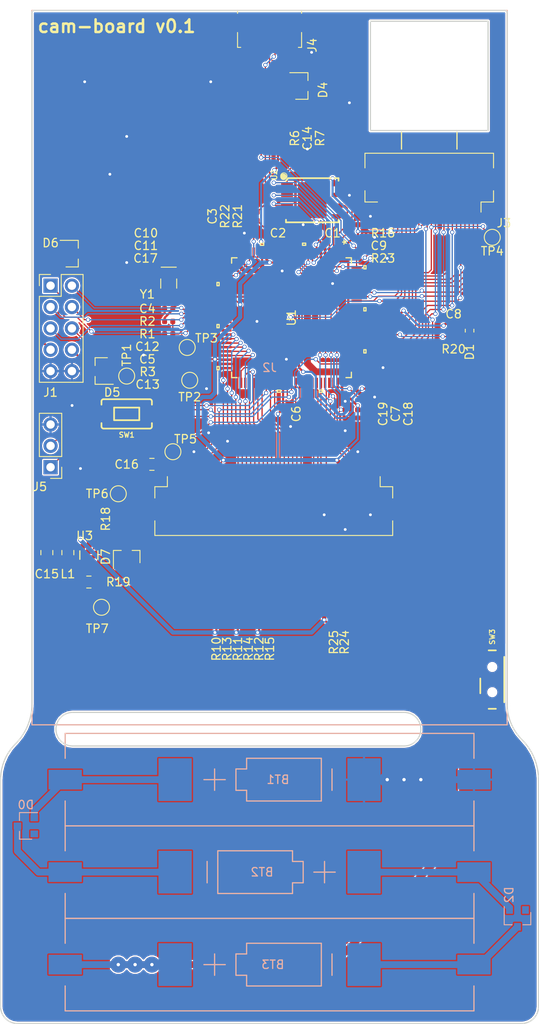
<source format=kicad_pcb>
(kicad_pcb (version 20171130) (host pcbnew 5.0.2-bee76a0~70~ubuntu18.10.1)
  (layers (0 F.Cu signal) (31 B.Cu signal) (34 B.Paste user) (35 F.Paste user) (36 B.SilkS user) (37 F.SilkS user) (38 B.Mask user) (39 F.Mask user) (44 Edge.Cuts user))
  (net 0 "")
  (net 1 "Net-(BT1-Pad1)")
  (net 2 GND)
  (net 3 +3V3)
  (net 4 /VBAT)
  (net 5 /NMI_b)
  (net 6 /RST_b)
  (net 7 /VREF)
  (net 8 "Net-(D1-Pad2)")
  (net 9 "Net-(D4-Pad2)")
  (net 10 /VDD_REGIN)
  (net 11 "Net-(D5-Pad1)")
  (net 12 "Net-(D6-Pad2)")
  (net 13 /JTAG_TRST)
  (net 14 /JTAG_TCLK)
  (net 15 /JTAG_TDI)
  (net 16 /JTAG_TDO)
  (net 17 /JTAG_TMS)
  (net 18 /DISP_DB7)
  (net 19 /DISP_DB2)
  (net 20 /DISP_DB15)
  (net 21 /DISP_DB8)
  (net 22 /DISP_DB9)
  (net 23 /DISP_DB1)
  (net 24 /DISP_DB3)
  (net 25 /DISP_DB0)
  (net 26 /DISP_DB13)
  (net 27 /DISP_RESET_b)
  (net 28 /DISP_IM1)
  (net 29 /DISP_DB10)
  (net 30 /DISP_DB12)
  (net 31 /DISP_DB11)
  (net 32 /DISP_IM2)
  (net 33 /DISP_DCX)
  (net 34 /DISP_IM0)
  (net 35 /CTP_SDA)
  (net 36 /CTP_RST_b)
  (net 37 /DISP_WRX)
  (net 38 /BKLT_K)
  (net 39 /DISP_CSX)
  (net 40 /DISP_DB6)
  (net 41 /CTP_SCL)
  (net 42 /DISP_RDX)
  (net 43 /CTP_INT)
  (net 44 /BKLT_A)
  (net 45 /DISP_DB14)
  (net 46 /DISP_DB4)
  (net 47 /DISP_DB5)
  (net 48 /CAM_SIO_D)
  (net 49 /CAM_SIO_C)
  (net 50 /CAM_RST_b)
  (net 51 /CAM_VSYNC)
  (net 52 /CAM_PWRDN)
  (net 53 /CAM_HREF)
  (net 54 /CAM_D9)
  (net 55 /CAM_XCLK1)
  (net 56 /CAM_D8)
  (net 57 /CAM_D7)
  (net 58 /CAM_PCLK)
  (net 59 /CAM_D6)
  (net 60 /CAM_D2)
  (net 61 /CAM_D5)
  (net 62 /CAM_D3)
  (net 63 /CAM_D4)
  (net 64 /CAM_D1)
  (net 65 /CAM_D0)
  (net 66 "Net-(J4-Pad2)")
  (net 67 "Net-(J4-Pad3)")
  (net 68 "Net-(J4-Pad4)")
  (net 69 /UART_RX)
  (net 70 /UART_TX)
  (net 71 /QSPIA_CS_b)
  (net 72 /QSPIA_D3)
  (net 73 /BKLT_PWM)
  (net 74 "Net-(R20-Pad1)")
  (net 75 /USB_D+)
  (net 76 /USB_D-)
  (net 77 /USB_OTG_ID)
  (net 78 /QSPIA_CLK)
  (net 79 /QSPIA_D0)
  (net 80 /QSPIA_D2)
  (net 81 /QSPIA_D1)
  (net 82 "Net-(U1-Pad31)")
  (net 83 "Net-(U1-Pad32)")
  (net 84 "Net-(BT2-Pad1)")
  (net 85 "Net-(BT2-Pad2)")
  (net 86 "Net-(BT3-Pad2)")
  (net 87 "Net-(D7-Pad2)")
  (net 88 "Net-(J2-Pad4)")
  (net 89 "Net-(J2-Pad33)")
  (net 90 "Net-(J2-Pad5)")
  (net 91 "Net-(J2-Pad6)")
  (net 92 "Net-(J2-Pad39)")
  (net 93 "Net-(J3-Pad1)")
  (net 94 "Net-(U1-Pad21)")
  (net 95 "Net-(U1-Pad29)")
  (net 96 "Net-(U1-Pad30)")
  (net 97 "Net-(U1-Pad72)")
  (net 98 "Net-(U1-Pad73)")
  (net 99 "Net-(U1-Pad76)")
  (net 100 "Net-(U1-Pad85)")
  (net 101 "Net-(U1-Pad90)")
  (module footprints:BAT_AAA_Keystone_55_56 (layer B.Cu) (at 0 49)
    (fp_text reference BT1 (at 1 0) (layer B.SilkS) (effects (justify mirror)))
    (fp_text value Battery_Cell hide)
    (pad 2 smd rect (at 24.32 0 180) (size 3.96 2.34) (layers B.Cu B.Paste B.Mask) (net 2 GND))
    (pad 2 smd rect (at 11.24 0 180) (size 3.96 5.08) (layers B.Cu B.Paste B.Mask) (net 2 GND))
    (pad 1 smd rect (at -11.24 0) (size 3.96 5.08) (layers B.Cu B.Paste B.Mask) (net 1 "Net-(BT1-Pad1)"))
    (pad 1 smd rect (at -24.32 0) (size 3.96 2.34) (layers B.Cu B.Paste B.Mask) (net 1 "Net-(BT1-Pad1)"))
  )
  (module footprints:BAT_AAA_Keystone_55_56 (layer B.Cu) (at 0 60 180)
    (fp_text reference BT2 (at 0.894002 0 180) (layer B.SilkS) (effects (justify mirror)))
    (fp_text value Battery_Cell hide)
    (pad 2 smd rect (at 24.32 0) (size 3.96 2.34) (layers B.Cu B.Paste B.Mask) (net 85 "Net-(BT2-Pad2)"))
    (pad 2 smd rect (at 11.24 0) (size 3.96 5.08) (layers B.Cu B.Paste B.Mask) (net 85 "Net-(BT2-Pad2)"))
    (pad 1 smd rect (at -11.24 0 180) (size 3.96 5.08) (layers B.Cu B.Paste B.Mask) (net 84 "Net-(BT2-Pad1)"))
    (pad 1 smd rect (at -24.32 0 180) (size 3.96 2.34) (layers B.Cu B.Paste B.Mask) (net 84 "Net-(BT2-Pad1)"))
  )
  (module footprints:BAT_AAA_Keystone_55_56 (layer B.Cu) (at 0 71)
    (fp_text reference BT3 (at 0.394002 0) (layer B.SilkS) (effects (justify mirror)))
    (fp_text value Battery_Cell hide)
    (pad 2 smd rect (at 24.32 0 180) (size 3.96 2.34) (layers B.Cu B.Paste B.Mask) (net 86 "Net-(BT3-Pad2)"))
    (pad 2 smd rect (at 11.24 0 180) (size 3.96 5.08) (layers B.Cu B.Paste B.Mask) (net 86 "Net-(BT3-Pad2)"))
    (pad 1 smd rect (at -11.24 0) (size 3.96 5.08) (layers B.Cu B.Paste B.Mask) (net 4 /VBAT))
    (pad 1 smd rect (at -24.32 0) (size 3.96 2.34) (layers B.Cu B.Paste B.Mask) (net 4 /VBAT))
  )
  (module footprints:OV5640-5MP-Camera (layer F.Cu) (at 19 -21 180)
    (fp_text reference J3 (at -8.89 -3.81 180) (layer F.SilkS))
    (fp_text value Conn_02x12_Counter_Clockwise hide)
    (pad MP smd rect (at 7.65 1.4 180) (size 1.8 6.6) (layers F.Cu F.Paste F.Mask))
    (pad MP smd rect (at -7.65 1.4 180) (size 1.8 6.6) (layers F.Cu F.Paste F.Mask))
    (pad 24 smd rect (at -5.75 0.475 180) (size 0.3 8.55) (layers F.Cu F.Paste F.Mask) (net 65 /CAM_D0))
    (pad 23 smd rect (at -5.25 0.475 180) (size 0.3 8.55) (layers F.Cu F.Paste F.Mask) (net 64 /CAM_D1))
    (pad 22 smd rect (at -4.75 0.475 180) (size 0.3 8.55) (layers F.Cu F.Paste F.Mask) (net 63 /CAM_D4))
    (pad 21 smd rect (at -4.25 0.475 180) (size 0.3 8.55) (layers F.Cu F.Paste F.Mask) (net 62 /CAM_D3))
    (pad 20 smd rect (at -3.75 0.475 180) (size 0.3 8.55) (layers F.Cu F.Paste F.Mask) (net 61 /CAM_D5))
    (pad 19 smd rect (at -3.25 0.475 180) (size 0.3 8.55) (layers F.Cu F.Paste F.Mask) (net 60 /CAM_D2))
    (pad 18 smd rect (at -2.75 0.475 180) (size 0.3 8.55) (layers F.Cu F.Paste F.Mask) (net 59 /CAM_D6))
    (pad 17 smd rect (at -2.25 0.475 180) (size 0.3 8.55) (layers F.Cu F.Paste F.Mask) (net 58 /CAM_PCLK))
    (pad 16 smd rect (at -1.75 0.475 180) (size 0.3 8.55) (layers F.Cu F.Paste F.Mask) (net 57 /CAM_D7))
    (pad 15 smd rect (at -1.25 0.475 180) (size 0.3 8.55) (layers F.Cu F.Paste F.Mask) (net 2 GND))
    (pad 14 smd rect (at -0.75 0.475 180) (size 0.3 8.55) (layers F.Cu F.Paste F.Mask) (net 56 /CAM_D8))
    (pad 13 smd rect (at -0.25 0.475 180) (size 0.3 8.55) (layers F.Cu F.Paste F.Mask) (net 55 /CAM_XCLK1))
    (pad 12 smd rect (at 0.25 0.475 180) (size 0.3 8.55) (layers F.Cu F.Paste F.Mask) (net 54 /CAM_D9))
    (pad 11 smd rect (at 0.75 0.475 180) (size 0.3 8.55) (layers F.Cu F.Paste F.Mask) (net 3 +3V3))
    (pad 10 smd rect (at 1.25 0.475 180) (size 0.3 8.55) (layers F.Cu F.Paste F.Mask) (net 3 +3V3))
    (pad 9 smd rect (at 1.75 0.475 180) (size 0.3 8.55) (layers F.Cu F.Paste F.Mask) (net 53 /CAM_HREF))
    (pad 8 smd rect (at 2.25 0.475 180) (size 0.3 8.55) (layers F.Cu F.Paste F.Mask) (net 52 /CAM_PWRDN))
    (pad 7 smd rect (at 2.75 0.475 180) (size 0.3 8.55) (layers F.Cu F.Paste F.Mask) (net 51 /CAM_VSYNC))
    (pad 6 smd rect (at 3.25 0.475 180) (size 0.3 8.55) (layers F.Cu F.Paste F.Mask) (net 50 /CAM_RST_b))
    (pad 5 smd rect (at 3.75 0.475 180) (size 0.3 8.55) (layers F.Cu F.Paste F.Mask) (net 49 /CAM_SIO_C))
    (pad 4 smd rect (at 4.25 0.475 180) (size 0.3 8.55) (layers F.Cu F.Paste F.Mask) (net 3 +3V3))
    (pad 3 smd rect (at 4.75 0.475 180) (size 0.3 8.55) (layers F.Cu F.Paste F.Mask) (net 48 /CAM_SIO_D))
    (pad 2 smd rect (at 5.25 0.475 180) (size 0.3 8.55) (layers F.Cu F.Paste F.Mask) (net 2 GND))
    (pad 1 smd rect (at 5.75 0.475 180) (size 0.3 8.55) (layers F.Cu F.Paste F.Mask) (net 93 "Net-(J3-Pad1)"))
  )
  (module TestPoint:TestPoint_Pad_D1.5mm (layer F.Cu) (at 26.5 -15.5 180)
    (fp_text reference TP4 (at 0 -1.648 180) (layer F.SilkS))
    (fp_text value TestPoint hide)
    (pad 1 smd circle (at 0 0 180) (size 1.5 1.5) (layers F.Cu F.Mask) (net 55 /CAM_XCLK1))
  )
  (module footprints:LCD_ER-TFT035-6 (layer F.Cu) (at 0 0 180)
    (fp_text reference J2 (at 0 0 180) (layer B.SilkS) (effects (justify mirror)))
    (fp_text value Conn_02x25_Counter_Clockwise hide)
    (pad MP smd rect (at 13.65 -16.86) (size 1.8 6.6) (layers F.Cu F.Paste F.Mask))
    (pad 4 smd rect (at 10.25 -13.61) (size 0.3 3.9) (layers F.Cu F.Paste F.Mask) (net 88 "Net-(J2-Pad4)"))
    (pad 27 smd rect (at -1.25 -13.61) (size 0.3 3.9) (layers F.Cu F.Paste F.Mask) (net 47 /DISP_DB5))
    (pad 50 smd rect (at -12.75 -13.61) (size 0.3 3.9) (layers F.Cu F.Paste F.Mask) (net 2 GND))
    (pad 28 smd rect (at -1.75 -13.61) (size 0.3 3.9) (layers F.Cu F.Paste F.Mask) (net 46 /DISP_DB4))
    (pad 18 smd rect (at 3.25 -13.61) (size 0.3 3.9) (layers F.Cu F.Paste F.Mask) (net 45 /DISP_DB14))
    (pad 3 smd rect (at 10.75 -13.61) (size 0.3 3.9) (layers F.Cu F.Paste F.Mask) (net 38 /BKLT_K))
    (pad 1 smd rect (at 11.75 -13.61) (size 0.3 3.9) (layers F.Cu F.Paste F.Mask) (net 44 /BKLT_A))
    (pad 46 smd rect (at -10.75 -13.61) (size 0.3 3.9) (layers F.Cu F.Paste F.Mask) (net 43 /CTP_INT))
    (pad MP smd rect (at -14.65 -16.86) (size 1.8 6.6) (layers F.Cu F.Paste F.Mask))
    (pad 35 smd rect (at -5.25 -13.61) (size 0.3 3.9) (layers F.Cu F.Paste F.Mask) (net 42 /DISP_RDX))
    (pad 44 smd rect (at -9.75 -13.61) (size 0.3 3.9) (layers F.Cu F.Paste F.Mask) (net 41 /CTP_SCL))
    (pad 26 smd rect (at -0.75 -13.61) (size 0.3 3.9) (layers F.Cu F.Paste F.Mask) (net 40 /DISP_DB6))
    (pad 40 smd rect (at -7.75 -13.61) (size 0.3 3.9) (layers F.Cu F.Paste F.Mask) (net 3 +3V3))
    (pad 38 smd rect (at -6.75 -13.61) (size 0.3 3.9) (layers F.Cu F.Paste F.Mask) (net 39 /DISP_CSX))
    (pad 2 smd rect (at 11.25 -13.61) (size 0.3 3.9) (layers F.Cu F.Paste F.Mask) (net 38 /BKLT_K))
    (pad 34 smd rect (at -4.75 -13.61) (size 0.3 3.9) (layers F.Cu F.Paste F.Mask) (net 2 GND))
    (pad 33 smd rect (at -4.25 -13.61) (size 0.3 3.9) (layers F.Cu F.Paste F.Mask) (net 89 "Net-(J2-Pad33)"))
    (pad 48 smd rect (at -11.75 -13.61) (size 0.3 3.9) (layers F.Cu F.Paste F.Mask) (net 2 GND))
    (pad 5 smd rect (at 9.75 -13.61) (size 0.3 3.9) (layers F.Cu F.Paste F.Mask) (net 90 "Net-(J2-Pad5)"))
    (pad 36 smd rect (at -5.75 -13.61) (size 0.3 3.9) (layers F.Cu F.Paste F.Mask) (net 37 /DISP_WRX))
    (pad 6 smd rect (at 9.25 -13.61) (size 0.3 3.9) (layers F.Cu F.Paste F.Mask) (net 91 "Net-(J2-Pad6)"))
    (pad 13 smd rect (at 5.75 -13.61) (size 0.3 3.9) (layers F.Cu F.Paste F.Mask) (net 3 +3V3))
    (pad 39 smd rect (at -7.25 -13.61) (size 0.3 3.9) (layers F.Cu F.Paste F.Mask) (net 92 "Net-(J2-Pad39)"))
    (pad 47 smd rect (at -11.25 -13.61) (size 0.3 3.9) (layers F.Cu F.Paste F.Mask) (net 36 /CTP_RST_b))
    (pad 45 smd rect (at -10.25 -13.61) (size 0.3 3.9) (layers F.Cu F.Paste F.Mask) (net 35 /CTP_SDA))
    (pad 41 smd rect (at -8.25 -13.61) (size 0.3 3.9) (layers F.Cu F.Paste F.Mask) (net 3 +3V3))
    (pad 7 smd rect (at 8.75 -13.61) (size 0.3 3.9) (layers F.Cu F.Paste F.Mask) (net 34 /DISP_IM0))
    (pad 15 smd rect (at 4.75 -13.61) (size 0.3 3.9) (layers F.Cu F.Paste F.Mask) (net 2 GND))
    (pad 42 smd rect (at -8.75 -13.61) (size 0.3 3.9) (layers F.Cu F.Paste F.Mask) (net 3 +3V3))
    (pad 49 smd rect (at -12.25 -13.61) (size 0.3 3.9) (layers F.Cu F.Paste F.Mask) (net 2 GND))
    (pad 37 smd rect (at -6.25 -13.61) (size 0.3 3.9) (layers F.Cu F.Paste F.Mask) (net 33 /DISP_DCX))
    (pad 9 smd rect (at 7.75 -13.61) (size 0.3 3.9) (layers F.Cu F.Paste F.Mask) (net 32 /DISP_IM2))
    (pad 21 smd rect (at 1.75 -13.61) (size 0.3 3.9) (layers F.Cu F.Paste F.Mask) (net 31 /DISP_DB11))
    (pad 14 smd rect (at 5.25 -13.61) (size 0.3 3.9) (layers F.Cu F.Paste F.Mask) (net 2 GND))
    (pad 20 smd rect (at 2.25 -13.61) (size 0.3 3.9) (layers F.Cu F.Paste F.Mask) (net 30 /DISP_DB12))
    (pad 22 smd rect (at 1.25 -13.61) (size 0.3 3.9) (layers F.Cu F.Paste F.Mask) (net 29 /DISP_DB10))
    (pad 8 smd rect (at 8.25 -13.61) (size 0.3 3.9) (layers F.Cu F.Paste F.Mask) (net 28 /DISP_IM1))
    (pad 10 smd rect (at 7.25 -13.61) (size 0.3 3.9) (layers F.Cu F.Paste F.Mask) (net 27 /DISP_RESET_b))
    (pad 19 smd rect (at 2.75 -13.61) (size 0.3 3.9) (layers F.Cu F.Paste F.Mask) (net 26 /DISP_DB13))
    (pad 16 smd rect (at 4.25 -13.61) (size 0.3 3.9) (layers F.Cu F.Paste F.Mask) (net 2 GND))
    (pad 32 smd rect (at -3.75 -13.61) (size 0.3 3.9) (layers F.Cu F.Paste F.Mask) (net 25 /DISP_DB0))
    (pad 29 smd rect (at -2.25 -13.61) (size 0.3 3.9) (layers F.Cu F.Paste F.Mask) (net 24 /DISP_DB3))
    (pad 31 smd rect (at -3.25 -13.61) (size 0.3 3.9) (layers F.Cu F.Paste F.Mask) (net 23 /DISP_DB1))
    (pad 23 smd rect (at 0.75 -13.61) (size 0.3 3.9) (layers F.Cu F.Paste F.Mask) (net 22 /DISP_DB9))
    (pad 12 smd rect (at 6.25 -13.61) (size 0.3 3.9) (layers F.Cu F.Paste F.Mask) (net 2 GND))
    (pad 24 smd rect (at 0.25 -13.61) (size 0.3 3.9) (layers F.Cu F.Paste F.Mask) (net 21 /DISP_DB8))
    (pad 11 smd rect (at 6.75 -13.61) (size 0.3 3.9) (layers F.Cu F.Paste F.Mask) (net 2 GND))
    (pad 17 smd rect (at 3.75 -13.61) (size 0.3 3.9) (layers F.Cu F.Paste F.Mask) (net 20 /DISP_DB15))
    (pad 30 smd rect (at -2.75 -13.61) (size 0.3 3.9) (layers F.Cu F.Paste F.Mask) (net 19 /DISP_DB2))
    (pad 43 smd rect (at -9.25 -13.61) (size 0.3 3.9) (layers F.Cu F.Paste F.Mask) (net 2 GND))
    (pad 25 smd rect (at -0.25 -13.61) (size 0.3 3.9) (layers F.Cu F.Paste F.Mask) (net 18 /DISP_DB7))
  )
  (module Capacitor_SMD:C_0402_1005Metric (layer F.Cu) (at 5.5 -16 180)
    (fp_text reference C1 (at -2 0 180) (layer F.SilkS))
    (fp_text value 0.1uF hide)
    (pad 1 smd roundrect (at -0.485 0 180) (size 0.59 0.64) (layers F.Cu F.Paste F.Mask) (net 3 +3V3))
    (pad 2 smd roundrect (at 0.485 0 180) (size 0.59 0.64) (layers F.Cu F.Paste F.Mask) (net 2 GND))
  )
  (module Capacitor_SMD:C_0402_1005Metric (layer F.Cu) (at 3 -16)
    (fp_text reference C2 (at -2 0) (layer F.SilkS))
    (fp_text value 0.1uF hide)
    (pad 2 smd roundrect (at 0.485 0) (size 0.59 0.64) (layers F.Cu F.Paste F.Mask) (net 2 GND))
    (pad 1 smd roundrect (at -0.485 0) (size 0.59 0.64) (layers F.Cu F.Paste F.Mask) (net 3 +3V3))
  )
  (module Capacitor_SMD:C_0402_1005Metric (layer F.Cu) (at -3 -18 90)
    (fp_text reference C3 (at 0 -3.8 90) (layer F.SilkS))
    (fp_text value 0.1uF hide)
    (pad 1 smd roundrect (at -0.485 0 90) (size 0.59 0.64) (layers F.Cu F.Paste F.Mask) (net 3 +3V3))
    (pad 2 smd roundrect (at 0.485 0 90) (size 0.59 0.64) (layers F.Cu F.Paste F.Mask) (net 2 GND))
  )
  (module Capacitor_SMD:C_0402_1005Metric (layer F.Cu) (at -12 -7 180)
    (fp_text reference C4 (at 2.54 0 180) (layer F.SilkS))
    (fp_text value 0.1uF hide)
    (pad 2 smd roundrect (at 0.485 0 180) (size 0.59 0.64) (layers F.Cu F.Paste F.Mask) (net 2 GND))
    (pad 1 smd roundrect (at -0.485 0 180) (size 0.59 0.64) (layers F.Cu F.Paste F.Mask) (net 3 +3V3))
  )
  (module Capacitor_SMD:C_0402_1005Metric (layer F.Cu) (at -12 -1 180)
    (fp_text reference C5 (at 2.54 0 180) (layer F.SilkS))
    (fp_text value 0.1uF hide)
    (pad 1 smd roundrect (at -0.485 0 180) (size 0.59 0.64) (layers F.Cu F.Paste F.Mask) (net 3 +3V3))
    (pad 2 smd roundrect (at 0.485 0 180) (size 0.59 0.64) (layers F.Cu F.Paste F.Mask) (net 2 GND))
  )
  (module Capacitor_SMD:C_0402_1005Metric (layer F.Cu) (at 2 5.5 270)
    (fp_text reference C6 (at 0 -1.17 270) (layer F.SilkS))
    (fp_text value 0.1uF hide)
    (pad 2 smd roundrect (at 0.485 0 270) (size 0.59 0.64) (layers F.Cu F.Paste F.Mask) (net 2 GND))
    (pad 1 smd roundrect (at -0.485 0 270) (size 0.59 0.64) (layers F.Cu F.Paste F.Mask) (net 3 +3V3))
  )
  (module Capacitor_SMD:C_0402_1005Metric (layer F.Cu) (at 10.5 5.5 270)
    (fp_text reference C7 (at 0 -4.5 270) (layer F.SilkS))
    (fp_text value 0.1uF hide)
    (pad 1 smd roundrect (at -0.485 0 270) (size 0.59 0.64) (layers F.Cu F.Paste F.Mask) (net 3 +3V3))
    (pad 2 smd roundrect (at 0.485 0 270) (size 0.59 0.64) (layers F.Cu F.Paste F.Mask) (net 2 GND))
  )
  (module Capacitor_SMD:C_0402_1005Metric (layer F.Cu) (at 21.9 -5.2)
    (fp_text reference C8 (at 0 -1.17) (layer F.SilkS))
    (fp_text value 0.1uF hide)
    (pad 1 smd roundrect (at -0.485 0) (size 0.59 0.64) (layers F.Cu F.Paste F.Mask) (net 3 +3V3))
    (pad 2 smd roundrect (at 0.485 0) (size 0.59 0.64) (layers F.Cu F.Paste F.Mask) (net 2 GND))
  )
  (module Capacitor_SMD:C_0402_1005Metric (layer F.Cu) (at 11 -15.5)
    (fp_text reference C9 (at 2 1) (layer F.SilkS))
    (fp_text value 0.1uF hide)
    (pad 1 smd roundrect (at -0.485 0) (size 0.59 0.64) (layers F.Cu F.Paste F.Mask) (net 3 +3V3))
    (pad 2 smd roundrect (at 0.485 0) (size 0.59 0.64) (layers F.Cu F.Paste F.Mask) (net 2 GND))
  )
  (module Capacitor_SMD:C_0402_1005Metric (layer F.Cu) (at -12 -16 180)
    (fp_text reference C10 (at 2.714999 0 180) (layer F.SilkS))
    (fp_text value 0.1uF hide)
    (pad 1 smd roundrect (at -0.485 0 180) (size 0.59 0.64) (layers F.Cu F.Paste F.Mask) (net 10 /VDD_REGIN))
    (pad 2 smd roundrect (at 0.485 0 180) (size 0.59 0.64) (layers F.Cu F.Paste F.Mask) (net 2 GND))
  )
  (module Capacitor_SMD:C_0402_1005Metric (layer F.Cu) (at -12 -14.5 180)
    (fp_text reference C11 (at 2.714999 0 180) (layer F.SilkS))
    (fp_text value 1uF hide)
    (pad 2 smd roundrect (at 0.485 0 180) (size 0.59 0.64) (layers F.Cu F.Paste F.Mask) (net 2 GND))
    (pad 1 smd roundrect (at -0.485 0 180) (size 0.59 0.64) (layers F.Cu F.Paste F.Mask) (net 10 /VDD_REGIN))
  )
  (module Capacitor_SMD:C_0402_1005Metric (layer F.Cu) (at -12 -2.5 180)
    (fp_text reference C12 (at 2.54 0 180) (layer F.SilkS))
    (fp_text value 1uF hide)
    (pad 2 smd roundrect (at 0.485 0 180) (size 0.59 0.64) (layers F.Cu F.Paste F.Mask) (net 2 GND))
    (pad 1 smd roundrect (at -0.485 0 180) (size 0.59 0.64) (layers F.Cu F.Paste F.Mask) (net 5 /NMI_b))
  )
  (module Capacitor_SMD:C_0402_1005Metric (layer F.Cu) (at -12 2 180)
    (fp_text reference C13 (at 2.5 0 180) (layer F.SilkS))
    (fp_text value 1uF hide)
    (pad 1 smd roundrect (at -0.485 0 180) (size 0.59 0.64) (layers F.Cu F.Paste F.Mask) (net 6 /RST_b))
    (pad 2 smd roundrect (at 0.485 0 180) (size 0.59 0.64) (layers F.Cu F.Paste F.Mask) (net 2 GND))
  )
  (module Capacitor_SMD:C_0402_1005Metric (layer F.Cu) (at 4.5 -24.254858 90)
    (fp_text reference C14 (at 3.025 0 90) (layer F.SilkS))
    (fp_text value 0.1uF hide)
    (pad 2 smd roundrect (at 0.485 0 90) (size 0.59 0.64) (layers F.Cu F.Paste F.Mask) (net 2 GND))
    (pad 1 smd roundrect (at -0.485 0 90) (size 0.59 0.64) (layers F.Cu F.Paste F.Mask) (net 3 +3V3))
  )
  (module Capacitor_SMD:C_0805_2012Metric (layer F.Cu) (at -26.5 22 270)
    (fp_text reference C15 (at 2.54 0) (layer F.SilkS))
    (fp_text value 4.7uF hide)
    (pad 1 smd roundrect (at -0.9375 0 270) (size 0.975 1.4) (layers F.Cu F.Paste F.Mask) (net 3 +3V3))
    (pad 2 smd roundrect (at 0.9375 0 270) (size 0.975 1.4) (layers F.Cu F.Paste F.Mask) (net 2 GND))
  )
  (module Capacitor_SMD:C_0805_2012Metric (layer F.Cu) (at -14 11.5 180)
    (fp_text reference C16 (at 3 0) (layer F.SilkS))
    (fp_text value 1uF hide)
    (pad 2 smd roundrect (at 0.9375 0 180) (size 0.975 1.4) (layers F.Cu F.Paste F.Mask) (net 2 GND))
    (pad 1 smd roundrect (at -0.9375 0 180) (size 0.975 1.4) (layers F.Cu F.Paste F.Mask) (net 44 /BKLT_A))
  )
  (module Capacitor_SMD:C_0402_1005Metric (layer F.Cu) (at -12 -13 180)
    (fp_text reference C17 (at 2.754996 0 180) (layer F.SilkS))
    (fp_text value 0.1uF hide)
    (pad 2 smd roundrect (at 0.485 0 180) (size 0.59 0.64) (layers F.Cu F.Paste F.Mask) (net 2 GND))
    (pad 1 smd roundrect (at -0.485 0 180) (size 0.59 0.64) (layers F.Cu F.Paste F.Mask) (net 7 /VREF))
  )
  (module Resistor_SMD:R_0603_1608Metric_Pad1.05x0.95mm_HandSolder (layer F.Cu) (at 23.8 -4.4 270)
    (fp_text reference D1 (at 2.54 0 270) (layer F.SilkS))
    (fp_text value LED hide)
    (pad 1 smd roundrect (at -0.875 0 270) (size 1.05 0.95) (layers F.Cu F.Paste F.Mask) (net 2 GND))
    (pad 2 smd roundrect (at 0.875 0 270) (size 1.05 0.95) (layers F.Cu F.Paste F.Mask) (net 8 "Net-(D1-Pad2)"))
  )
  (module Diode_SMD:D_SOT-23_ANK (layer B.Cu) (at 29.5 65.5 270)
    (fp_text reference D2 (at -2.8 1 270) (layer B.SilkS) (effects (justify mirror)))
    (fp_text value D_Schottky hide)
    (pad 1 smd rect (at 1 0 270) (size 0.9 0.8) (layers B.Cu B.Paste B.Mask) (net 86 "Net-(BT3-Pad2)"))
    (pad "" smd rect (at -1 -0.95 270) (size 0.9 0.8) (layers B.Cu B.Paste B.Mask))
    (pad 2 smd rect (at -1 0.95 270) (size 0.9 0.8) (layers B.Cu B.Paste B.Mask) (net 84 "Net-(BT2-Pad1)"))
  )
  (module Diode_SMD:D_SOT-23_ANK (layer F.Cu) (at 3.81 -33.5)
    (fp_text reference D4 (at 2.54 0.48 90) (layer F.SilkS))
    (fp_text value D_Schottky hide)
    (pad 2 smd rect (at -1 -0.95) (size 0.9 0.8) (layers F.Cu F.Paste F.Mask) (net 9 "Net-(D4-Pad2)"))
    (pad "" smd rect (at -1 0.95) (size 0.9 0.8) (layers F.Cu F.Paste F.Mask))
    (pad 1 smd rect (at 1 0) (size 0.9 0.8) (layers F.Cu F.Paste F.Mask) (net 10 /VDD_REGIN))
  )
  (module Diode_SMD:D_SOT-23_ANK (layer F.Cu) (at -20 0.4 180)
    (fp_text reference D5 (at -1.27 -2.54 180) (layer F.SilkS))
    (fp_text value D_Schottky hide)
    (pad 1 smd rect (at 1 0 180) (size 0.9 0.8) (layers F.Cu F.Paste F.Mask) (net 11 "Net-(D5-Pad1)"))
    (pad "" smd rect (at -1 0.95 180) (size 0.9 0.8) (layers F.Cu F.Paste F.Mask))
    (pad 2 smd rect (at -1 -0.95 180) (size 0.9 0.8) (layers F.Cu F.Paste F.Mask) (net 3 +3V3))
  )
  (module Diode_SMD:D_SOT-23_ANK (layer F.Cu) (at -23.520142 -13.559377)
    (fp_text reference D6 (at -2.54 -1.27) (layer F.SilkS))
    (fp_text value D_Schottky hide)
    (pad 2 smd rect (at -1 -0.95) (size 0.9 0.8) (layers F.Cu F.Paste F.Mask) (net 12 "Net-(D6-Pad2)"))
    (pad "" smd rect (at -1 0.95) (size 0.9 0.8) (layers F.Cu F.Paste F.Mask))
    (pad 1 smd rect (at 1 0) (size 0.9 0.8) (layers F.Cu F.Paste F.Mask) (net 10 /VDD_REGIN))
  )
  (module Connector_PinHeader_2.54mm:PinHeader_2x05_P2.54mm_Vertical (layer F.Cu) (at -26.060142 -9.749377)
    (fp_text reference J1 (at 0 12.7) (layer F.SilkS))
    (fp_text value Conn_02x05_Odd_Even hide)
    (pad 1 thru_hole rect (at 0 0) (size 1.7 1.7) (drill 1) (layers *.Cu *.Mask) (net 13 /JTAG_TRST))
    (pad 2 thru_hole oval (at 2.54 0) (size 1.7 1.7) (drill 1) (layers *.Cu *.Mask) (net 14 /JTAG_TCLK))
    (pad 3 thru_hole oval (at 0 2.54) (size 1.7 1.7) (drill 1) (layers *.Cu *.Mask) (net 15 /JTAG_TDI))
    (pad 4 thru_hole oval (at 2.54 2.54) (size 1.7 1.7) (drill 1) (layers *.Cu *.Mask) (net 16 /JTAG_TDO))
    (pad 5 thru_hole oval (at 0 5.08) (size 1.7 1.7) (drill 1) (layers *.Cu *.Mask) (net 17 /JTAG_TMS))
    (pad 6 thru_hole oval (at 2.54 5.08) (size 1.7 1.7) (drill 1) (layers *.Cu *.Mask) (net 5 /NMI_b))
    (pad 7 thru_hole oval (at 0 7.62) (size 1.7 1.7) (drill 1) (layers *.Cu *.Mask) (net 12 "Net-(D6-Pad2)"))
    (pad 8 thru_hole oval (at 2.54 7.62) (size 1.7 1.7) (drill 1) (layers *.Cu *.Mask) (net 11 "Net-(D5-Pad1)"))
    (pad 9 thru_hole oval (at 0 10.16) (size 1.7 1.7) (drill 1) (layers *.Cu *.Mask) (net 2 GND))
    (pad 10 thru_hole oval (at 2.54 10.16) (size 1.7 1.7) (drill 1) (layers *.Cu *.Mask) (net 2 GND))
  )
  (module Connector_USB:USB_Micro-B_Molex_47346-0001 (layer F.Cu) (at 0 -39.8 180)
    (fp_text reference J4 (at -5.08 -1.46 -90) (layer F.SilkS))
    (fp_text value USB_B_Micro hide)
    (pad 1 smd rect (at -1.3 -1.46 180) (size 0.45 1.38) (layers F.Cu F.Paste F.Mask) (net 9 "Net-(D4-Pad2)"))
    (pad 2 smd rect (at -0.65 -1.46 180) (size 0.45 1.38) (layers F.Cu F.Paste F.Mask) (net 66 "Net-(J4-Pad2)"))
    (pad 3 smd rect (at 0 -1.46 180) (size 0.45 1.38) (layers F.Cu F.Paste F.Mask) (net 67 "Net-(J4-Pad3)"))
    (pad 4 smd rect (at 0.65 -1.46 180) (size 0.45 1.38) (layers F.Cu F.Paste F.Mask) (net 68 "Net-(J4-Pad4)"))
    (pad 5 smd rect (at 1.3 -1.46 180) (size 0.45 1.38) (layers F.Cu F.Paste F.Mask) (net 2 GND))
    (pad 6 smd rect (at -2.4625 -1.1 180) (size 1.475 2.1) (layers F.Cu F.Paste F.Mask) (net 2 GND))
    (pad 6 smd rect (at 2.4625 -1.1 180) (size 1.475 2.1) (layers F.Cu F.Paste F.Mask) (net 2 GND))
    (pad 6 smd rect (at -2.91 1.2 180) (size 2.375 1.9) (layers F.Cu F.Paste F.Mask) (net 2 GND))
    (pad 6 smd rect (at 2.91 1.2 180) (size 2.375 1.9) (layers F.Cu F.Paste F.Mask) (net 2 GND))
    (pad 6 smd rect (at -0.84 1.2 180) (size 1.175 1.9) (layers F.Cu F.Paste F.Mask) (net 2 GND))
    (pad 6 smd rect (at 0.84 1.2 180) (size 1.175 1.9) (layers F.Cu F.Paste F.Mask) (net 2 GND))
  )
  (module Inductor_SMD:L_0805_2012Metric_Pad1.15x1.40mm_HandSolder (layer F.Cu) (at -24 22 270)
    (fp_text reference L1 (at 2.54 0) (layer F.SilkS))
    (fp_text value 4.7uH hide)
    (pad 1 smd roundrect (at -1.025 0 270) (size 1.15 1.4) (layers F.Cu F.Paste F.Mask) (roundrect_rratio 0.217391) (net 3 +3V3))
    (pad 2 smd roundrect (at 1.025 0 270) (size 1.15 1.4) (layers F.Cu F.Paste F.Mask) (roundrect_rratio 0.217391) (net 87 "Net-(D7-Pad2)"))
  )
  (module Resistor_SMD:R_0402_1005Metric (layer F.Cu) (at -12 -4 180)
    (fp_text reference R1 (at 2.54 0 180) (layer F.SilkS))
    (fp_text value DNP hide)
    (pad 2 smd roundrect (at 0.485 0 180) (size 0.59 0.64) (layers F.Cu F.Paste F.Mask) (net 2 GND))
    (pad 1 smd roundrect (at -0.485 0 180) (size 0.59 0.64) (layers F.Cu F.Paste F.Mask) (net 5 /NMI_b))
  )
  (module Resistor_SMD:R_0402_1005Metric (layer F.Cu) (at -12 -5.5)
    (fp_text reference R2 (at -2.54 0) (layer F.SilkS))
    (fp_text value 10K hide)
    (pad 1 smd roundrect (at -0.485 0) (size 0.59 0.64) (layers F.Cu F.Paste F.Mask) (net 3 +3V3))
    (pad 2 smd roundrect (at 0.485 0) (size 0.59 0.64) (layers F.Cu F.Paste F.Mask) (net 5 /NMI_b))
  )
  (module Resistor_SMD:R_0402_1005Metric (layer F.Cu) (at -12 0.5)
    (fp_text reference R3 (at -2.5 0) (layer F.SilkS))
    (fp_text value 10K hide)
    (pad 1 smd roundrect (at -0.485 0) (size 0.59 0.64) (layers F.Cu F.Paste F.Mask) (net 3 +3V3))
    (pad 2 smd roundrect (at 0.485 0) (size 0.59 0.64) (layers F.Cu F.Paste F.Mask) (net 6 /RST_b))
  )
  (module Resistor_SMD:R_0402_1005Metric (layer F.Cu) (at 3 -24.254858 270)
    (fp_text reference R6 (at -3.025 0 270) (layer F.SilkS))
    (fp_text value 4.7K hide)
    (pad 2 smd roundrect (at 0.485 0 270) (size 0.59 0.64) (layers F.Cu F.Paste F.Mask) (net 71 /QSPIA_CS_b))
    (pad 1 smd roundrect (at -0.485 0 270) (size 0.59 0.64) (layers F.Cu F.Paste F.Mask) (net 3 +3V3))
  )
  (module Resistor_SMD:R_0402_1005Metric (layer F.Cu) (at 6 -24.254858 270)
    (fp_text reference R7 (at -3.025 0 270) (layer F.SilkS))
    (fp_text value 4.7K hide)
    (pad 2 smd roundrect (at 0.485 0 270) (size 0.59 0.64) (layers F.Cu F.Paste F.Mask) (net 72 /QSPIA_D3))
    (pad 1 smd roundrect (at -0.485 0 270) (size 0.59 0.64) (layers F.Cu F.Paste F.Mask) (net 3 +3V3))
  )
  (module Resistor_SMD:R_0402_1005Metric (layer F.Cu) (at -6.325142 30.125623 90)
    (fp_text reference R10 (at -3.325 0 90) (layer F.SilkS))
    (fp_text value DNP hide)
    (pad 2 smd roundrect (at 0.485 0 90) (size 0.59 0.64) (layers F.Cu F.Paste F.Mask) (net 34 /DISP_IM0))
    (pad 1 smd roundrect (at -0.485 0 90) (size 0.59 0.64) (layers F.Cu F.Paste F.Mask) (net 3 +3V3))
  )
  (module Resistor_SMD:R_0402_1005Metric (layer F.Cu) (at -3.785142 30.125623 90)
    (fp_text reference R11 (at -3.325 0 90) (layer F.SilkS))
    (fp_text value 4.7K hide)
    (pad 1 smd roundrect (at -0.485 0 90) (size 0.59 0.64) (layers F.Cu F.Paste F.Mask) (net 3 +3V3))
    (pad 2 smd roundrect (at 0.485 0 90) (size 0.59 0.64) (layers F.Cu F.Paste F.Mask) (net 28 /DISP_IM1))
  )
  (module Resistor_SMD:R_0402_1005Metric (layer F.Cu) (at -1.245142 30.125623 90)
    (fp_text reference R12 (at -3.325 0 90) (layer F.SilkS))
    (fp_text value DNP hide)
    (pad 1 smd roundrect (at -0.485 0 90) (size 0.59 0.64) (layers F.Cu F.Paste F.Mask) (net 3 +3V3))
    (pad 2 smd roundrect (at 0.485 0 90) (size 0.59 0.64) (layers F.Cu F.Paste F.Mask) (net 32 /DISP_IM2))
  )
  (module Resistor_SMD:R_0402_1005Metric (layer F.Cu) (at -5.055142 30.125623 270)
    (fp_text reference R13 (at 3.325 0 270) (layer F.SilkS))
    (fp_text value 4.7K hide)
    (pad 2 smd roundrect (at 0.485 0 270) (size 0.59 0.64) (layers F.Cu F.Paste F.Mask) (net 2 GND))
    (pad 1 smd roundrect (at -0.485 0 270) (size 0.59 0.64) (layers F.Cu F.Paste F.Mask) (net 34 /DISP_IM0))
  )
  (module Resistor_SMD:R_0402_1005Metric (layer F.Cu) (at -2.515142 30.125623 270)
    (fp_text reference R14 (at 3.325 0 270) (layer F.SilkS))
    (fp_text value DNP hide)
    (pad 1 smd roundrect (at -0.485 0 270) (size 0.59 0.64) (layers F.Cu F.Paste F.Mask) (net 28 /DISP_IM1))
    (pad 2 smd roundrect (at 0.485 0 270) (size 0.59 0.64) (layers F.Cu F.Paste F.Mask) (net 2 GND))
  )
  (module Resistor_SMD:R_0402_1005Metric (layer F.Cu) (at 0.024858 30.125623 270)
    (fp_text reference R15 (at 3.325 0 270) (layer F.SilkS))
    (fp_text value 4.7K hide)
    (pad 1 smd roundrect (at -0.485 0 270) (size 0.59 0.64) (layers F.Cu F.Paste F.Mask) (net 32 /DISP_IM2))
    (pad 2 smd roundrect (at 0.485 0 270) (size 0.59 0.64) (layers F.Cu F.Paste F.Mask) (net 2 GND))
  )
  (module Resistor_SMD:R_0402_1005Metric (layer F.Cu) (at 11 -17)
    (fp_text reference R16 (at 2.5 1) (layer F.SilkS))
    (fp_text value 4.7K hide)
    (pad 2 smd roundrect (at 0.485 0) (size 0.59 0.64) (layers F.Cu F.Paste F.Mask) (net 48 /CAM_SIO_D))
    (pad 1 smd roundrect (at -0.485 0) (size 0.59 0.64) (layers F.Cu F.Paste F.Mask) (net 3 +3V3))
  )
  (module Resistor_SMD:R_0402_1005Metric (layer F.Cu) (at -19.5 20.5 90)
    (fp_text reference R18 (at 2.5 0 90) (layer F.SilkS))
    (fp_text value 4.7K hide)
    (pad 1 smd roundrect (at -0.485 0 90) (size 0.59 0.64) (layers F.Cu F.Paste F.Mask) (net 73 /BKLT_PWM))
    (pad 2 smd roundrect (at 0.485 0 90) (size 0.59 0.64) (layers F.Cu F.Paste F.Mask) (net 2 GND))
  )
  (module Resistor_SMD:R_0805_2012Metric_Pad1.15x1.40mm_HandSolder (layer F.Cu) (at -21.5 25.5 180)
    (fp_text reference R19 (at -3.5 0) (layer F.SilkS))
    (fp_text value "2R / 1%" hide)
    (pad 1 smd roundrect (at -1.025 0 180) (size 1.15 1.4) (layers F.Cu F.Paste F.Mask) (roundrect_rratio 0.217391) (net 38 /BKLT_K))
    (pad 2 smd roundrect (at 1.025 0 180) (size 1.15 1.4) (layers F.Cu F.Paste F.Mask) (roundrect_rratio 0.217391) (net 2 GND))
  )
  (module Resistor_SMD:R_0402_1005Metric (layer F.Cu) (at 21.9 -3.7)
    (fp_text reference R20 (at 0 1.5) (layer F.SilkS))
    (fp_text value 180 hide)
    (pad 1 smd roundrect (at -0.485 0) (size 0.59 0.64) (layers F.Cu F.Paste F.Mask) (net 74 "Net-(R20-Pad1)"))
    (pad 2 smd roundrect (at 0.485 0) (size 0.59 0.64) (layers F.Cu F.Paste F.Mask) (net 8 "Net-(D1-Pad2)"))
  )
  (module Resistor_SMD:R_0402_1005Metric (layer F.Cu) (at 0 -18 270)
    (fp_text reference R21 (at 0 3.8 270) (layer F.SilkS))
    (fp_text value 33 hide)
    (pad 1 smd roundrect (at -0.485 0 270) (size 0.59 0.64) (layers F.Cu F.Paste F.Mask) (net 67 "Net-(J4-Pad3)"))
    (pad 2 smd roundrect (at 0.485 0 270) (size 0.59 0.64) (layers F.Cu F.Paste F.Mask) (net 75 /USB_D+))
  )
  (module Resistor_SMD:R_0402_1005Metric (layer F.Cu) (at -1.5 -18 270)
    (fp_text reference R22 (at 0 3.8 270) (layer F.SilkS))
    (fp_text value 33 hide)
    (pad 1 smd roundrect (at -0.485 0 270) (size 0.59 0.64) (layers F.Cu F.Paste F.Mask) (net 66 "Net-(J4-Pad2)"))
    (pad 2 smd roundrect (at 0.485 0 270) (size 0.59 0.64) (layers F.Cu F.Paste F.Mask) (net 76 /USB_D-))
  )
  (module Resistor_SMD:R_0402_1005Metric (layer F.Cu) (at 11 -14)
    (fp_text reference R23 (at 2.5 1) (layer F.SilkS))
    (fp_text value 33 hide)
    (pad 2 smd roundrect (at 0.485 0) (size 0.59 0.64) (layers F.Cu F.Paste F.Mask) (net 77 /USB_OTG_ID))
    (pad 1 smd roundrect (at -0.485 0) (size 0.59 0.64) (layers F.Cu F.Paste F.Mask) (net 68 "Net-(J4-Pad4)"))
  )
  (module Resistor_SMD:R_0402_1005Metric (layer F.Cu) (at 8.914858 30.125623 90)
    (fp_text reference R24 (at -2.54 0 90) (layer F.SilkS))
    (fp_text value 4.7K hide)
    (pad 1 smd roundrect (at -0.485 0 90) (size 0.59 0.64) (layers F.Cu F.Paste F.Mask) (net 3 +3V3))
    (pad 2 smd roundrect (at 0.485 0 90) (size 0.59 0.64) (layers F.Cu F.Paste F.Mask) (net 35 /CTP_SDA))
  )
  (module Resistor_SMD:R_0402_1005Metric (layer F.Cu) (at 7.644858 30.125623 90)
    (fp_text reference R25 (at -2.54 0 90) (layer F.SilkS))
    (fp_text value 4.7K hide)
    (pad 2 smd roundrect (at 0.485 0 90) (size 0.59 0.64) (layers F.Cu F.Paste F.Mask) (net 41 /CTP_SCL))
    (pad 1 smd roundrect (at -0.485 0 90) (size 0.59 0.64) (layers F.Cu F.Paste F.Mask) (net 3 +3V3))
  )
  (module Switches:TACTILE_SWITCH_SMD_6.0X3.5MM (layer F.Cu) (at -17 5.5 180)
    (fp_text reference SW1 (at 0 -2.5) (layer F.SilkS) (effects (font (size 0.6096 0.6096) (thickness 0.127))))
    (fp_text value SW_Push hide)
    (pad 1 smd rect (at -3.1496 0) (size 2.2987 1.59766) (layers F.Cu F.Paste F.Mask) (net 6 /RST_b))
    (pad 2 smd rect (at 3.1496 0) (size 2.2987 1.59766) (layers F.Cu F.Paste F.Mask) (net 2 GND))
  )
  (module Switches:SWITCH_SPST_SMD_A (layer F.Cu) (at 26.5 37.1 270)
    (fp_text reference SW3 (at -5.08 0 90) (layer F.SilkS) (effects (font (size 0.6096 0.6096) (thickness 0.127))))
    (fp_text value SW_SPST hide)
    (pad 1 smd rect (at -2.2479 1.74752 90) (size 0.6985 1.4986) (layers F.Cu F.Paste F.Mask) (net 10 /VDD_REGIN))
    (pad 2 smd rect (at -0.7493 1.74752 90) (size 0.6985 1.4986) (layers F.Cu F.Paste F.Mask) (net 4 /VBAT))
    (pad 3 smd rect (at 2.2479 1.74752 90) (size 0.6985 1.4986) (layers F.Cu F.Paste F.Mask))
    (pad GND1 smd rect (at -3.64998 -0.99822 270) (size 0.99822 0.59944) (layers F.Cu F.Paste F.Mask))
    (pad GND2 smd rect (at -3.64998 1.09982 270) (size 0.99822 0.79756) (layers F.Cu F.Paste F.Mask))
    (pad GND3 smd rect (at 3.64998 -0.99822 270) (size 0.99822 0.59944) (layers F.Cu F.Paste F.Mask))
    (pad GND4 smd rect (at 3.64998 1.09982 270) (size 0.99822 0.79756) (layers F.Cu F.Paste F.Mask))
    (pad "" np_thru_hole circle (at -1.4986 0 270) (size 0.89916 0.89916) (drill 0.89916) (layers *.Cu *.Mask))
    (pad "" np_thru_hole circle (at 1.4986 0 270) (size 0.89916 0.89916) (drill 0.89916) (layers *.Cu *.Mask))
  )
  (module TestPoint:TestPoint_Pad_D1.5mm (layer F.Cu) (at -11.5 10 180)
    (fp_text reference TP5 (at -1.5 1.5 180) (layer F.SilkS))
    (fp_text value TestPoint hide)
    (pad 1 smd circle (at 0 0 180) (size 1.5 1.5) (layers F.Cu F.Mask) (net 44 /BKLT_A))
  )
  (module TestPoint:TestPoint_Pad_D1.5mm (layer F.Cu) (at -18 15 180)
    (fp_text reference TP6 (at 2.5 0 180) (layer F.SilkS))
    (fp_text value TestPoint hide)
    (pad 1 smd circle (at 0 0 180) (size 1.5 1.5) (layers F.Cu F.Mask) (net 73 /BKLT_PWM))
  )
  (module TestPoint:TestPoint_Pad_D1.5mm (layer F.Cu) (at -20 28.5 180)
    (fp_text reference TP7 (at 0.5 -2.54) (layer F.SilkS))
    (fp_text value TestPoint hide)
    (pad 1 smd circle (at 0 0 180) (size 1.5 1.5) (layers F.Cu F.Mask) (net 38 /BKLT_K))
  )
  (module footprints:MK82FN256VLL15 (layer F.Cu) (at 2.609858 -5.939377 270)
    (fp_text reference U1 (at 0 0 270) (layer F.SilkS))
    (fp_text value MK82FN256VLL15 hide)
    (fp_text user * (at -8.9916 -6.631 270) (layer F.SilkS))
    (pad 1 smd rect (at -7.747 -6.000001) (size 0.3048 1.2192) (layers F.Cu F.Paste F.Mask) (net 72 /QSPIA_D3))
    (pad 2 smd rect (at -7.747 -5.499999) (size 0.3048 1.2192) (layers F.Cu F.Paste F.Mask) (net 78 /QSPIA_CLK))
    (pad 3 smd rect (at -7.747 -5) (size 0.3048 1.2192) (layers F.Cu F.Paste F.Mask) (net 79 /QSPIA_D0))
    (pad 4 smd rect (at -7.747 -4.500001) (size 0.3048 1.2192) (layers F.Cu F.Paste F.Mask) (net 80 /QSPIA_D2))
    (pad 5 smd rect (at -7.747 -4) (size 0.3048 1.2192) (layers F.Cu F.Paste F.Mask) (net 2 GND))
    (pad 6 smd rect (at -7.747 -3.500001) (size 0.3048 1.2192) (layers F.Cu F.Paste F.Mask) (net 3 +3V3))
    (pad 7 smd rect (at -7.747 -2.999999) (size 0.3048 1.2192) (layers F.Cu F.Paste F.Mask) (net 81 /QSPIA_D1))
    (pad 8 smd rect (at -7.747 -2.5) (size 0.3048 1.2192) (layers F.Cu F.Paste F.Mask) (net 71 /QSPIA_CS_b))
    (pad 9 smd rect (at -7.747 -2.000001) (size 0.3048 1.2192) (layers F.Cu F.Paste F.Mask) (net 43 /CTP_INT))
    (pad 10 smd rect (at -7.747 -1.5) (size 0.3048 1.2192) (layers F.Cu F.Paste F.Mask) (net 49 /CAM_SIO_C))
    (pad 11 smd rect (at -7.747 -1.000001) (size 0.3048 1.2192) (layers F.Cu F.Paste F.Mask) (net 48 /CAM_SIO_D))
    (pad 12 smd rect (at -7.747 -0.500002) (size 0.3048 1.2192) (layers F.Cu F.Paste F.Mask) (net 36 /CTP_RST_b))
    (pad 13 smd rect (at -7.747 0) (size 0.3048 1.2192) (layers F.Cu F.Paste F.Mask) (net 35 /CTP_SDA))
    (pad 14 smd rect (at -7.747 0.499999) (size 0.3048 1.2192) (layers F.Cu F.Paste F.Mask) (net 41 /CTP_SCL))
    (pad 15 smd rect (at -7.747 1.000001) (size 0.3048 1.2192) (layers F.Cu F.Paste F.Mask) (net 3 +3V3))
    (pad 16 smd rect (at -7.747 1.5) (size 0.3048 1.2192) (layers F.Cu F.Paste F.Mask) (net 2 GND))
    (pad 17 smd rect (at -7.747 1.999999) (size 0.3048 1.2192) (layers F.Cu F.Paste F.Mask) (net 75 /USB_D+))
    (pad 18 smd rect (at -7.747 2.5) (size 0.3048 1.2192) (layers F.Cu F.Paste F.Mask) (net 76 /USB_D-))
    (pad 19 smd rect (at -7.747 2.999999) (size 0.3048 1.2192) (layers F.Cu F.Paste F.Mask) (net 3 +3V3))
    (pad 20 smd rect (at -7.747 3.500001) (size 0.3048 1.2192) (layers F.Cu F.Paste F.Mask) (net 10 /VDD_REGIN))
    (pad 21 smd rect (at -7.747 4) (size 0.3048 1.2192) (layers F.Cu F.Paste F.Mask) (net 94 "Net-(U1-Pad21)"))
    (pad 22 smd rect (at -7.747 4.499999) (size 0.3048 1.2192) (layers F.Cu F.Paste F.Mask) (net 3 +3V3))
    (pad 23 smd rect (at -7.747 5) (size 0.3048 1.2192) (layers F.Cu F.Paste F.Mask) (net 7 /VREF))
    (pad 24 smd rect (at -7.747 5.499999) (size 0.3048 1.2192) (layers F.Cu F.Paste F.Mask) (net 2 GND))
    (pad 25 smd rect (at -7.747 6.000001) (size 0.3048 1.2192) (layers F.Cu F.Paste F.Mask) (net 2 GND))
    (pad 26 smd rect (at -6.000001 7.747 270) (size 0.3048 1.2192) (layers F.Cu F.Paste F.Mask) (net 10 /VDD_REGIN))
    (pad 27 smd rect (at -5.499999 7.747 270) (size 0.3048 1.2192) (layers F.Cu F.Paste F.Mask) (net 2 GND))
    (pad 28 smd rect (at -5 7.747 270) (size 0.3048 1.2192) (layers F.Cu F.Paste F.Mask) (net 7 /VREF))
    (pad 29 smd rect (at -4.500001 7.747 270) (size 0.3048 1.2192) (layers F.Cu F.Paste F.Mask) (net 95 "Net-(U1-Pad29)"))
    (pad 30 smd rect (at -4 7.747 270) (size 0.3048 1.2192) (layers F.Cu F.Paste F.Mask) (net 96 "Net-(U1-Pad30)"))
    (pad 31 smd rect (at -3.500001 7.747 270) (size 0.3048 1.2192) (layers F.Cu F.Paste F.Mask) (net 82 "Net-(U1-Pad31)"))
    (pad 32 smd rect (at -2.999999 7.747 270) (size 0.3048 1.2192) (layers F.Cu F.Paste F.Mask) (net 83 "Net-(U1-Pad32)"))
    (pad 33 smd rect (at -2.5 7.747 270) (size 0.3048 1.2192) (layers F.Cu F.Paste F.Mask) (net 4 /VBAT))
    (pad 34 smd rect (at -2.000001 7.747 270) (size 0.3048 1.2192) (layers F.Cu F.Paste F.Mask) (net 3 +3V3))
    (pad 35 smd rect (at -1.5 7.747 270) (size 0.3048 1.2192) (layers F.Cu F.Paste F.Mask) (net 2 GND))
    (pad 36 smd rect (at -1.000001 7.747 270) (size 0.3048 1.2192) (layers F.Cu F.Paste F.Mask) (net 14 /JTAG_TCLK))
    (pad 37 smd rect (at -0.499999 7.747 270) (size 0.3048 1.2192) (layers F.Cu F.Paste F.Mask) (net 15 /JTAG_TDI))
    (pad 38 smd rect (at 0 7.747 270) (size 0.3048 1.2192) (layers F.Cu F.Paste F.Mask) (net 16 /JTAG_TDO))
    (pad 39 smd rect (at 0.499999 7.747 270) (size 0.3048 1.2192) (layers F.Cu F.Paste F.Mask) (net 17 /JTAG_TMS))
    (pad 40 smd rect (at 1.000001 7.747 270) (size 0.3048 1.2192) (layers F.Cu F.Paste F.Mask) (net 5 /NMI_b))
    (pad 41 smd rect (at 1.5 7.747 270) (size 0.3048 1.2192) (layers F.Cu F.Paste F.Mask) (net 13 /JTAG_TRST))
    (pad 42 smd rect (at 2.000001 7.747 270) (size 0.3048 1.2192) (layers F.Cu F.Paste F.Mask) (net 20 /DISP_DB15))
    (pad 43 smd rect (at 2.5 7.747 270) (size 0.3048 1.2192) (layers F.Cu F.Paste F.Mask) (net 45 /DISP_DB14))
    (pad 44 smd rect (at 2.999999 7.747 270) (size 0.3048 1.2192) (layers F.Cu F.Paste F.Mask) (net 26 /DISP_DB13))
    (pad 45 smd rect (at 3.500001 7.747 270) (size 0.3048 1.2192) (layers F.Cu F.Paste F.Mask) (net 30 /DISP_DB12))
    (pad 46 smd rect (at 4 7.747 270) (size 0.3048 1.2192) (layers F.Cu F.Paste F.Mask) (net 31 /DISP_DB11))
    (pad 47 smd rect (at 4.500001 7.747 270) (size 0.3048 1.2192) (layers F.Cu F.Paste F.Mask) (net 29 /DISP_DB10))
    (pad 48 smd rect (at 5 7.747 270) (size 0.3048 1.2192) (layers F.Cu F.Paste F.Mask) (net 3 +3V3))
    (pad 49 smd rect (at 5.499999 7.747 270) (size 0.3048 1.2192) (layers F.Cu F.Paste F.Mask) (net 2 GND))
    (pad 50 smd rect (at 6.000001 7.747 270) (size 0.3048 1.2192) (layers F.Cu F.Paste F.Mask) (net 34 /DISP_IM0))
    (pad 51 smd rect (at 7.747 6.000001) (size 0.3048 1.2192) (layers F.Cu F.Paste F.Mask) (net 55 /CAM_XCLK1))
    (pad 52 smd rect (at 7.747 5.499999) (size 0.3048 1.2192) (layers F.Cu F.Paste F.Mask) (net 6 /RST_b))
    (pad 53 smd rect (at 7.747 5) (size 0.3048 1.2192) (layers F.Cu F.Paste F.Mask) (net 22 /DISP_DB9))
    (pad 54 smd rect (at 7.747 4.500001) (size 0.3048 1.2192) (layers F.Cu F.Paste F.Mask) (net 21 /DISP_DB8))
    (pad 55 smd rect (at 7.747 4) (size 0.3048 1.2192) (layers F.Cu F.Paste F.Mask) (net 18 /DISP_DB7))
    (pad 56 smd rect (at 7.747 3.500001) (size 0.3048 1.2192) (layers F.Cu F.Paste F.Mask) (net 40 /DISP_DB6))
    (pad 57 smd rect (at 7.747 2.999999) (size 0.3048 1.2192) (layers F.Cu F.Paste F.Mask) (net 27 /DISP_RESET_b))
    (pad 58 smd rect (at 7.747 2.5) (size 0.3048 1.2192) (layers F.Cu F.Paste F.Mask) (net 47 /DISP_DB5))
    (pad 59 smd rect (at 7.747 2.000001) (size 0.3048 1.2192) (layers F.Cu F.Paste F.Mask) (net 46 /DISP_DB4))
    (pad 60 smd rect (at 7.747 1.5) (size 0.3048 1.2192) (layers F.Cu F.Paste F.Mask) (net 2 GND))
    (pad 61 smd rect (at 7.747 1.000001) (size 0.3048 1.2192) (layers F.Cu F.Paste F.Mask) (net 3 +3V3))
    (pad 62 smd rect (at 7.747 0.499999) (size 0.3048 1.2192) (layers F.Cu F.Paste F.Mask) (net 69 /UART_RX))
    (pad 63 smd rect (at 7.747 0) (size 0.3048 1.2192) (layers F.Cu F.Paste F.Mask) (net 70 /UART_TX))
    (pad 64 smd rect (at 7.747 -0.499999) (size 0.3048 1.2192) (layers F.Cu F.Paste F.Mask) (net 24 /DISP_DB3))
    (pad 65 smd rect (at 7.747 -1.000001) (size 0.3048 1.2192) (layers F.Cu F.Paste F.Mask) (net 19 /DISP_DB2))
    (pad 66 smd rect (at 7.747 -1.5) (size 0.3048 1.2192) (layers F.Cu F.Paste F.Mask) (net 23 /DISP_DB1))
    (pad 67 smd rect (at 7.747 -2.000001) (size 0.3048 1.2192) (layers F.Cu F.Paste F.Mask) (net 25 /DISP_DB0))
    (pad 68 smd rect (at 7.747 -2.5) (size 0.3048 1.2192) (layers F.Cu F.Paste F.Mask) (net 42 /DISP_RDX))
    (pad 69 smd rect (at 7.747 -2.999999) (size 0.3048 1.2192) (layers F.Cu F.Paste F.Mask) (net 37 /DISP_WRX))
    (pad 70 smd rect (at 7.747 -3.500001) (size 0.3048 1.2192) (layers F.Cu F.Paste F.Mask) (net 33 /DISP_DCX))
    (pad 71 smd rect (at 7.747 -4) (size 0.3048 1.2192) (layers F.Cu F.Paste F.Mask) (net 39 /DISP_CSX))
    (pad 72 smd rect (at 7.747 -4.500001) (size 0.3048 1.2192) (layers F.Cu F.Paste F.Mask) (net 97 "Net-(U1-Pad72)"))
    (pad 73 smd rect (at 7.747 -5) (size 0.3048 1.2192) (layers F.Cu F.Paste F.Mask) (net 98 "Net-(U1-Pad73)"))
    (pad 74 smd rect (at 7.747 -5.499999) (size 0.3048 1.2192) (layers F.Cu F.Paste F.Mask) (net 2 GND))
    (pad 75 smd rect (at 7.747 -6.000001) (size 0.3048 1.2192) (layers F.Cu F.Paste F.Mask) (net 3 +3V3))
    (pad 76 smd rect (at 6.000001 -7.747 270) (size 0.3048 1.2192) (layers F.Cu F.Paste F.Mask) (net 99 "Net-(U1-Pad76)"))
    (pad 77 smd rect (at 5.499999 -7.747 270) (size 0.3048 1.2192) (layers F.Cu F.Paste F.Mask) (net 73 /BKLT_PWM))
    (pad 78 smd rect (at 5 -7.747 270) (size 0.3048 1.2192) (layers F.Cu F.Paste F.Mask) (net 54 /CAM_D9))
    (pad 79 smd rect (at 4.500001 -7.747 270) (size 0.3048 1.2192) (layers F.Cu F.Paste F.Mask) (net 56 /CAM_D8))
    (pad 80 smd rect (at 4 -7.747 270) (size 0.3048 1.2192) (layers F.Cu F.Paste F.Mask) (net 57 /CAM_D7))
    (pad 81 smd rect (at 3.500001 -7.747 270) (size 0.3048 1.2192) (layers F.Cu F.Paste F.Mask) (net 59 /CAM_D6))
    (pad 82 smd rect (at 2.999999 -7.747 270) (size 0.3048 1.2192) (layers F.Cu F.Paste F.Mask) (net 61 /CAM_D5))
    (pad 83 smd rect (at 2.5 -7.747 270) (size 0.3048 1.2192) (layers F.Cu F.Paste F.Mask) (net 63 /CAM_D4))
    (pad 84 smd rect (at 2.000001 -7.747 270) (size 0.3048 1.2192) (layers F.Cu F.Paste F.Mask) (net 74 "Net-(R20-Pad1)"))
    (pad 85 smd rect (at 1.5 -7.747 270) (size 0.3048 1.2192) (layers F.Cu F.Paste F.Mask) (net 100 "Net-(U1-Pad85)"))
    (pad 86 smd rect (at 1.000001 -7.747 270) (size 0.3048 1.2192) (layers F.Cu F.Paste F.Mask) (net 62 /CAM_D3))
    (pad 87 smd rect (at 0.499999 -7.747 270) (size 0.3048 1.2192) (layers F.Cu F.Paste F.Mask) (net 60 /CAM_D2))
    (pad 88 smd rect (at 0 -7.747 270) (size 0.3048 1.2192) (layers F.Cu F.Paste F.Mask) (net 2 GND))
    (pad 89 smd rect (at -0.499999 -7.747 270) (size 0.3048 1.2192) (layers F.Cu F.Paste F.Mask) (net 3 +3V3))
    (pad 90 smd rect (at -1.000001 -7.747 270) (size 0.3048 1.2192) (layers F.Cu F.Paste F.Mask) (net 101 "Net-(U1-Pad90)"))
    (pad 91 smd rect (at -1.5 -7.747 270) (size 0.3048 1.2192) (layers F.Cu F.Paste F.Mask) (net 58 /CAM_PCLK))
    (pad 92 smd rect (at -2.000001 -7.747 270) (size 0.3048 1.2192) (layers F.Cu F.Paste F.Mask) (net 53 /CAM_HREF))
    (pad 93 smd rect (at -2.5 -7.747 270) (size 0.3048 1.2192) (layers F.Cu F.Paste F.Mask) (net 65 /CAM_D0))
    (pad 94 smd rect (at -2.999999 -7.747 270) (size 0.3048 1.2192) (layers F.Cu F.Paste F.Mask) (net 64 /CAM_D1))
    (pad 95 smd rect (at -3.500001 -7.747 270) (size 0.3048 1.2192) (layers F.Cu F.Paste F.Mask) (net 52 /CAM_PWRDN))
    (pad 96 smd rect (at -4 -7.747 270) (size 0.3048 1.2192) (layers F.Cu F.Paste F.Mask) (net 51 /CAM_VSYNC))
    (pad 97 smd rect (at -4.500001 -7.747 270) (size 0.3048 1.2192) (layers F.Cu F.Paste F.Mask) (net 50 /CAM_RST_b))
    (pad 98 smd rect (at -5 -7.747 270) (size 0.3048 1.2192) (layers F.Cu F.Paste F.Mask) (net 2 GND))
    (pad 99 smd rect (at -5.499999 -7.747 270) (size 0.3048 1.2192) (layers F.Cu F.Paste F.Mask) (net 3 +3V3))
    (pad 100 smd rect (at -6.000001 -7.747 270) (size 0.3048 1.2192) (layers F.Cu F.Paste F.Mask) (net 77 /USB_OTG_ID))
  )
  (module footprints:WSON8-6X5MM (layer F.Cu) (at 5.08 -19.909377 270)
    (fp_text reference U2 (at -3 4.5 90) (layer F.SilkS) (effects (font (size 0.6096 0.6096) (thickness 0.127))))
    (fp_text value Serial-Flash hide)
    (pad 1 smd rect (at -1.905 2.99974) (size 1.39954 0.49784) (layers F.Cu F.Paste F.Mask) (net 71 /QSPIA_CS_b))
    (pad 2 smd rect (at -0.635 2.99974) (size 1.39954 0.49784) (layers F.Cu F.Paste F.Mask) (net 81 /QSPIA_D1))
    (pad 3 smd rect (at 0.635 2.99974) (size 1.39954 0.49784) (layers F.Cu F.Paste F.Mask) (net 80 /QSPIA_D2))
    (pad 4 smd rect (at 1.905 2.99974) (size 1.39954 0.49784) (layers F.Cu F.Paste F.Mask) (net 2 GND))
    (pad 5 smd rect (at 1.905 -2.99974 180) (size 1.39954 0.49784) (layers F.Cu F.Paste F.Mask) (net 79 /QSPIA_D0))
    (pad 6 smd rect (at 0.635 -2.99974 180) (size 1.39954 0.49784) (layers F.Cu F.Paste F.Mask) (net 78 /QSPIA_CLK))
    (pad 7 smd rect (at -0.635 -2.99974 180) (size 1.39954 0.49784) (layers F.Cu F.Paste F.Mask) (net 72 /QSPIA_D3))
    (pad 8 smd rect (at -1.905 -2.99974 180) (size 1.39954 0.49784) (layers F.Cu F.Paste F.Mask) (net 3 +3V3))
    (pad EP smd rect (at 0 0) (size 3.39852 4.29768) (layers F.Cu F.Paste F.Mask))
  )
  (module Crystal:Crystal_SMD_EuroQuartz_EQ161-2Pin_3.2x1.5mm (layer F.Cu) (at -12 -10 270)
    (fp_text reference Y1 (at 1.27 2.54 180) (layer F.SilkS))
    (fp_text value 32.768KHz hide)
    (pad 1 smd rect (at -1.25 0 270) (size 1 1.8) (layers F.Cu F.Paste F.Mask) (net 82 "Net-(U1-Pad31)"))
    (pad 2 smd rect (at 1.25 0 270) (size 1 1.8) (layers F.Cu F.Paste F.Mask) (net 83 "Net-(U1-Pad32)"))
  )
  (module TestPoint:TestPoint_Pad_D1.5mm (layer F.Cu) (at -17 1 180)
    (fp_text reference TP1 (at 0 2.5 270) (layer F.SilkS))
    (fp_text value TestPoint hide)
    (pad 1 smd circle (at 0 0 180) (size 1.5 1.5) (layers F.Cu F.Mask) (net 3 +3V3))
  )
  (module TestPoint:TestPoint_Pad_D1.5mm (layer F.Cu) (at -9.5 1.5 180)
    (fp_text reference TP2 (at 0 -2 180) (layer F.SilkS))
    (fp_text value TestPoint hide)
    (pad 1 smd circle (at 0 0 180) (size 1.5 1.5) (layers F.Cu F.Mask) (net 6 /RST_b))
  )
  (module TestPoint:TestPoint_Pad_D1.5mm (layer F.Cu) (at -9.8 -2.4 180)
    (fp_text reference TP3 (at -2.3 1.1 180) (layer F.SilkS))
    (fp_text value TestPoint hide)
    (pad 1 smd circle (at 0 0 180) (size 1.5 1.5) (layers F.Cu F.Mask) (net 5 /NMI_b))
  )
  (module Connector_PinHeader_2.54mm:PinHeader_1x03_P2.54mm_Vertical (layer F.Cu) (at -26.060142 11.840623 180)
    (fp_text reference J5 (at 1.27 -2.33 180) (layer F.SilkS))
    (fp_text value Conn_01x03 hide)
    (pad 1 thru_hole rect (at 0 0 180) (size 1.7 1.7) (drill 1) (layers *.Cu *.Mask) (net 69 /UART_RX))
    (pad 2 thru_hole oval (at 0 2.54 180) (size 1.7 1.7) (drill 1) (layers *.Cu *.Mask) (net 70 /UART_TX))
    (pad 3 thru_hole oval (at 0 5.08 180) (size 1.7 1.7) (drill 1) (layers *.Cu *.Mask) (net 2 GND))
  )
  (module Capacitor_SMD:C_0402_1005Metric (layer F.Cu) (at 12 5.5 270)
    (fp_text reference C18 (at 0 -4.5 270) (layer F.SilkS))
    (fp_text value 0.1uF hide)
    (pad 1 smd roundrect (at -0.485 0 270) (size 0.59 0.64) (layers F.Cu F.Paste F.Mask) (net 36 /CTP_RST_b))
    (pad 2 smd roundrect (at 0.485 0 270) (size 0.59 0.64) (layers F.Cu F.Paste F.Mask) (net 2 GND))
  )
  (module Capacitor_SMD:C_0402_1005Metric (layer F.Cu) (at 9 5.5 270)
    (fp_text reference C19 (at 0 -4.5 270) (layer F.SilkS))
    (fp_text value 0.1uF hide)
    (pad 2 smd roundrect (at 0.485 0 270) (size 0.59 0.64) (layers F.Cu F.Paste F.Mask) (net 2 GND))
    (pad 1 smd roundrect (at -0.485 0 270) (size 0.59 0.64) (layers F.Cu F.Paste F.Mask) (net 43 /CTP_INT))
  )
  (module Diode_SMD:D_SOT-23_ANK (layer B.Cu) (at -29 54.5 180)
    (fp_text reference D0 (at 0 2.5 180) (layer B.SilkS) (effects (justify mirror)))
    (fp_text value D_Schottky hide)
    (pad 2 smd rect (at -1 0.95 180) (size 0.9 0.8) (layers B.Cu B.Paste B.Mask) (net 1 "Net-(BT1-Pad1)"))
    (pad "" smd rect (at -1 -0.95 180) (size 0.9 0.8) (layers B.Cu B.Paste B.Mask))
    (pad 1 smd rect (at 1 0 180) (size 0.9 0.8) (layers B.Cu B.Paste B.Mask) (net 85 "Net-(BT2-Pad2)"))
  )
  (module Diode_SMD:D_SOT-23_ANK (layer F.Cu) (at -17 22.5 90)
    (fp_text reference D7 (at 0 -2.5 90) (layer F.SilkS))
    (fp_text value D_Schottky hide)
    (pad 2 smd rect (at -1 -0.95 90) (size 0.9 0.8) (layers F.Cu F.Paste F.Mask) (net 87 "Net-(D7-Pad2)"))
    (pad "" smd rect (at -1 0.95 90) (size 0.9 0.8) (layers F.Cu F.Paste F.Mask))
    (pad 1 smd rect (at 1 0 90) (size 0.9 0.8) (layers F.Cu F.Paste F.Mask) (net 44 /BKLT_A))
  )
  (module footprints:SC70-5 (layer F.Cu) (at -22.150142 23.390623)
    (fp_text reference U3 (at 0.150142 -3.390623) (layer F.SilkS))
    (fp_text value TPS61169 hide)
    (pad 2 smd rect (at 0.65 0) (size 0.35 0.85) (layers F.Cu F.Paste F.Mask) (net 2 GND))
    (pad 1 smd rect (at 0 0) (size 0.35 0.85) (layers F.Cu F.Paste F.Mask) (net 87 "Net-(D7-Pad2)"))
    (pad 3 smd rect (at 1.3 0) (size 0.35 0.85) (layers F.Cu F.Paste F.Mask) (net 38 /BKLT_K))
    (pad 4 smd rect (at 1.3 -2.2) (size 0.35 0.85) (layers F.Cu F.Paste F.Mask) (net 73 /BKLT_PWM))
    (pad 5 smd rect (at 0 -2.2) (size 0.35 0.85) (layers F.Cu F.Paste F.Mask) (net 3 +3V3))
  )
  (gr_text "cam-board v0.1" (at -18.2 -40.6) (layer F.SilkS) (effects (font (size 1.5 1.5) (thickness 0.3))))
  (gr_line (start 12 -41.2) (end 26 -41.2) (layer Edge.Cuts) (width 0.15))
  (gr_line (start 12 -28.2) (end 12 -41.2) (layer Edge.Cuts) (width 0.15))
  (gr_line (start 26 -28.2) (end 26 -41.2) (layer Edge.Cuts) (width 0.15))
  (gr_line (start 12 -28.2) (end 26 -28.2) (layer Edge.Cuts) (width 0.15))
  (gr_arc (start 28 -42.21) (end 28 -42.48) (angle 90) (layer Edge.Cuts) (width 0.15))
  (gr_arc (start -28 -42.21) (end -28 -42.48) (angle -90) (layer Edge.Cuts) (width 0.15))
  (gr_arc (start -30 76) (end -32 76) (angle -90) (layer Edge.Cuts) (width 0.15))
  (gr_arc (start 30 76) (end 30 78) (angle -90) (layer Edge.Cuts) (width 0.15))
  (gr_arc (start -26 49) (end -32 49) (angle 45) (layer Edge.Cuts) (width 0.15))
  (gr_arc (start -35 40) (end -28.27 40) (angle 45) (layer Edge.Cuts) (width 0.15))
  (gr_arc (start 34.27 40) (end 28.27 40) (angle -45) (layer Edge.Cuts) (width 0.15))
  (gr_arc (start 25.27 49) (end 32 49) (angle -45) (layer Edge.Cuts) (width 0.15))
  (gr_arc (start 16 43) (end 16 45) (angle -180) (layer Edge.Cuts) (width 0.15))
  (gr_arc (start -23.42 43) (end -23.42 41) (angle -180) (layer Edge.Cuts) (width 0.15))
  (gr_line (start -23.42 45) (end 16 45) (layer Edge.Cuts) (width 0.15))
  (gr_line (start -23.42 41) (end 16 41) (layer Edge.Cuts) (width 0.15))
  (gr_line (start 32 76) (end 32 49) (layer Edge.Cuts) (width 0.15))
  (gr_line (start -32 76) (end -32 49) (layer Edge.Cuts) (width 0.15))
  (gr_line (start -28.27 -42.21) (end -28.27 40) (layer Edge.Cuts) (width 0.15))
  (gr_line (start 28.27 40) (end 28.27 -42.21) (layer Edge.Cuts) (width 0.15))
  (gr_line (start -30 78) (end 30 78) (layer Edge.Cuts) (width 0.15))
  (gr_line (start -28 -42.48) (end 28 -42.48) (layer Edge.Cuts) (width 0.15))
  (segment (start -28 52.68) (end -24.32 49) (width 0.8128) (layer B.Cu) (net 1))
  (segment (start -28 53.55) (end -28 52.68) (width 0.8128) (layer B.Cu) (net 1))
  (segment (start -24.32 49) (end -11.24 49) (width 0.8128) (layer B.Cu) (net 1))
  (via (at 14 49) (size 1.905) (drill 0.4) (layers F.Cu B.Cu) (net 2))
  (via (at 16 49) (size 1.905) (drill 0.4) (layers F.Cu B.Cu) (net 2))
  (via (at 18 49) (size 1.905) (drill 0.4) (layers F.Cu B.Cu) (net 2))
  (segment (start -21.500142 24.475142) (end -22.525 25.5) (width 0.381) (layer F.Cu) (net 2))
  (segment (start -21.500142 23.390623) (end -21.500142 24.475142) (width 0.381) (layer F.Cu) (net 2))
  (segment (start 24.32 49) (end 18 49) (width 0.8128) (layer B.Cu) (net 2))
  (segment (start 18 49) (end 11.24 49) (width 0.8128) (layer B.Cu) (net 2))
  (via (at -7.5 2.5) (size 0.508) (drill 0.3302) (layers F.Cu B.Cu) (net 2))
  (via (at -1.5 -5.5) (size 0.508) (drill 0.3302) (layers F.Cu B.Cu) (net 2))
  (via (at 2 -1) (size 0.508) (drill 0.3302) (layers F.Cu B.Cu) (net 2))
  (via (at 1.5 -11.5) (size 0.508) (drill 0.3302) (layers F.Cu B.Cu) (net 2))
  (via (at 4 -17) (size 0.508) (drill 0.3302) (layers F.Cu B.Cu) (net 2))
  (via (at -3 -16) (size 0.508) (drill 0.3302) (layers F.Cu B.Cu) (net 2))
  (via (at -17 -12.5) (size 0.508) (drill 0.3302) (layers F.Cu B.Cu) (net 2))
  (via (at 7.5 -10) (size 0.508) (drill 0.3302) (layers F.Cu B.Cu) (net 2))
  (via (at 14 -13) (size 0.508) (drill 0.3302) (layers F.Cu B.Cu) (net 2))
  (via (at 12.5 -15.5) (size 0.508) (drill 0.3302) (layers F.Cu B.Cu) (net 2))
  (via (at 12 -18) (size 0.508) (drill 0.3302) (layers F.Cu B.Cu) (net 2))
  (via (at 9.5 -20.5) (size 0.508) (drill 0.3302) (layers F.Cu B.Cu) (net 2))
  (via (at 4.5 -26) (size 0.508) (drill 0.3302) (layers F.Cu B.Cu) (net 2))
  (via (at 5 -37.5) (size 0.508) (drill 0.3302) (layers F.Cu B.Cu) (net 2))
  (via (at 9.5 -31.5) (size 0.508) (drill 0.3302) (layers F.Cu B.Cu) (net 2))
  (via (at -7 -34) (size 0.508) (drill 0.3302) (layers F.Cu B.Cu) (net 2))
  (via (at -17 -27.5) (size 0.508) (drill 0.3302) (layers F.Cu B.Cu) (net 2))
  (via (at -22 -34) (size 0.508) (drill 0.3302) (layers F.Cu B.Cu) (net 2))
  (via (at -19 -23) (size 0.508) (drill 0.3302) (layers F.Cu B.Cu) (net 2))
  (via (at -15 -1.5) (size 0.508) (drill 0.3302) (layers F.Cu B.Cu) (net 2))
  (via (at -23.5 4.5) (size 0.508) (drill 0.3302) (layers F.Cu B.Cu) (net 2))
  (via (at -22.5 12) (size 0.508) (drill 0.3302) (layers F.Cu B.Cu) (net 2))
  (segment (start 8.109857 1.807623) (end 8.109857 2.482602) (width 0.1524) (layer F.Cu) (net 2))
  (via (at 9 4) (size 0.508) (drill 0.3302) (layers F.Cu B.Cu) (net 2))
  (segment (start 8.109857 2.482602) (end 8.109857 3.109857) (width 0.1524) (layer F.Cu) (net 2))
  (segment (start 8.109857 3.109857) (end 9 4) (width 0.1524) (layer F.Cu) (net 2))
  (via (at 12.5 3.5) (size 0.508) (drill 0.3302) (layers F.Cu B.Cu) (net 2))
  (via (at 13.5 0) (size 0.508) (drill 0.3302) (layers F.Cu B.Cu) (net 2))
  (via (at 12 17.5) (size 0.508) (drill 0.3302) (layers F.Cu B.Cu) (net 2))
  (via (at 6.5 17.5) (size 0.508) (drill 0.3302) (layers F.Cu B.Cu) (net 2))
  (via (at 2.5 7) (size 0.508) (drill 0.3302) (layers F.Cu B.Cu) (net 2))
  (via (at -9 10) (size 0.508) (drill 0.3302) (layers F.Cu B.Cu) (net 2))
  (via (at 9 7.5) (size 0.508) (drill 0.3302) (layers F.Cu B.Cu) (net 2))
  (via (at 10.5 10) (size 0.508) (drill 0.3302) (layers F.Cu B.Cu) (net 2))
  (via (at -7.25 7.75) (size 0.508) (drill 0.3302) (layers F.Cu B.Cu) (net 2))
  (via (at -5 8.75) (size 0.508) (drill 0.3302) (layers F.Cu B.Cu) (net 2))
  (via (at 9 19.25) (size 0.508) (drill 0.3302) (layers F.Cu B.Cu) (net 2))
  (segment (start -1.245142 31.325142) (end -1.42 31.5) (width 0.254) (layer F.Cu) (net 3))
  (via (at -1.42 31.5) (size 0.508) (drill 0.3302) (layers F.Cu B.Cu) (net 3))
  (segment (start -1.245142 30.610623) (end -1.245142 31.325142) (width 0.254) (layer F.Cu) (net 3))
  (segment (start -3.785142 31.325142) (end -3.96 31.5) (width 0.254) (layer F.Cu) (net 3))
  (via (at -3.96 31.5) (size 0.508) (drill 0.3302) (layers F.Cu B.Cu) (net 3))
  (segment (start -3.785142 30.610623) (end -3.785142 31.325142) (width 0.254) (layer F.Cu) (net 3))
  (segment (start 9.409058 -11.439376) (end 9.560624 -11.439376) (width 0.254) (layer F.Cu) (net 3))
  (segment (start 9.366257 -11.482177) (end 9.409058 -11.439376) (width 0.254) (layer F.Cu) (net 3))
  (segment (start 10 -15.5) (end 9.366257 -14.866257) (width 0.254) (layer F.Cu) (net 3))
  (segment (start 10.515 -15.5) (end 10 -15.5) (width 0.254) (layer F.Cu) (net 3))
  (segment (start -1.890141 -16.405141) (end -1.890141 -15) (width 0.1524) (layer F.Cu) (net 3))
  (segment (start -3 -17.515) (end -1.890141 -16.405141) (width 0.1524) (layer F.Cu) (net 3))
  (segment (start 7.62889 -21.814377) (end 8.07974 -21.814377) (width 0.254) (layer F.Cu) (net 3))
  (segment (start 4.402572 -23.769858) (end 4.5 -23.769858) (width 0.254) (layer F.Cu) (net 3))
  (segment (start 3.432572 -24.739858) (end 4.402572 -23.769858) (width 0.254) (layer F.Cu) (net 3))
  (segment (start 3 -24.739858) (end 3.432572 -24.739858) (width 0.254) (layer F.Cu) (net 3))
  (segment (start 4.597428 -23.769858) (end 4.5 -23.769858) (width 0.254) (layer F.Cu) (net 3))
  (segment (start 5.567428 -24.739858) (end 4.597428 -23.769858) (width 0.254) (layer F.Cu) (net 3))
  (segment (start 6 -24.739858) (end 5.567428 -24.739858) (width 0.254) (layer F.Cu) (net 3))
  (segment (start 8.643258 2.722024) (end 8.643258 1.807623) (width 0.254) (layer F.Cu) (net 3))
  (segment (start 1.609857 4.624857) (end 2 5.015) (width 0.254) (layer F.Cu) (net 3))
  (segment (start 1.609857 2.609857) (end 1.609857 4.624857) (width 0.254) (layer F.Cu) (net 3))
  (via (at 20.7 -5) (size 0.508) (drill 0.3302) (layers F.Cu B.Cu) (net 3))
  (segment (start 21.415 -5.2) (end 20.9 -5.2) (width 0.254) (layer F.Cu) (net 3))
  (segment (start 20.9 -5.2) (end 20.7 -5) (width 0.254) (layer F.Cu) (net 3))
  (via (at 15.944808 -6.770992) (size 0.508) (drill 0.3302) (layers F.Cu B.Cu) (net 3))
  (segment (start 20.7 -5) (end 17.7158 -5) (width 0.254) (layer B.Cu) (net 3))
  (segment (start 17.7158 -5) (end 15.944808 -6.770992) (width 0.254) (layer B.Cu) (net 3))
  (segment (start -5.959765 -1) (end -6.5 -1) (width 0.1524) (layer F.Cu) (net 3))
  (segment (start -5.899142 -0.939377) (end -5.959765 -1) (width 0.1524) (layer F.Cu) (net 3))
  (segment (start -5.137142 -0.939377) (end -5.899142 -0.939377) (width 0.1524) (layer F.Cu) (net 3))
  (segment (start -11.515 -1) (end -6.5 -1) (width 0.254) (layer F.Cu) (net 3))
  (segment (start -6.5 -1) (end -6.3 -1) (width 0.254) (layer F.Cu) (net 3))
  (segment (start 5.985 -16) (end 5.985 -15.58) (width 0.254) (layer F.Cu) (net 3))
  (via (at 14.477072 -16.303256) (size 0.508) (drill 0.3302) (layers F.Cu B.Cu) (net 3))
  (segment (start 14.75 -21.475) (end 14.75 -16.576184) (width 0.1524) (layer F.Cu) (net 3))
  (segment (start 14.75 -16.576184) (end 14.477072 -16.303256) (width 0.1524) (layer F.Cu) (net 3))
  (via (at 10.515 -16.2) (size 0.508) (drill 0.3302) (layers F.Cu B.Cu) (net 3))
  (segment (start 10.515 -16.2) (end 10.515 -17) (width 0.254) (layer F.Cu) (net 3))
  (segment (start 10.515 -15.5) (end 10.515 -16.2) (width 0.254) (layer F.Cu) (net 3))
  (segment (start 14.373816 -16.2) (end 14.477072 -16.303256) (width 0.254) (layer B.Cu) (net 3))
  (segment (start 10.515 -16.2) (end 14.373816 -16.2) (width 0.254) (layer B.Cu) (net 3))
  (segment (start 17.75 -17.0476) (end 17.9976 -16.8) (width 0.1524) (layer F.Cu) (net 3))
  (segment (start 17.75 -21.475) (end 17.75 -17.0476) (width 0.1524) (layer F.Cu) (net 3))
  (segment (start 18.25 -17.0476) (end 18.0024 -16.8) (width 0.1524) (layer F.Cu) (net 3))
  (segment (start 18.0024 -16.8) (end 17.9976 -16.8) (width 0.1524) (layer F.Cu) (net 3))
  (segment (start 18.25 -21.475) (end 18.25 -17.0476) (width 0.1524) (layer F.Cu) (net 3))
  (via (at 17.877101 -16.740966) (size 0.508) (drill 0.3302) (layers F.Cu B.Cu) (net 3))
  (segment (start 18.0024 -16.8) (end 17.936135 -16.8) (width 0.1524) (layer F.Cu) (net 3))
  (segment (start 17.936135 -16.8) (end 17.877101 -16.740966) (width 0.1524) (layer F.Cu) (net 3))
  (segment (start 17.439391 -16.303256) (end 17.877101 -16.740966) (width 0.254) (layer B.Cu) (net 3))
  (segment (start 14.477072 -16.303256) (end 17.439391 -16.303256) (width 0.254) (layer B.Cu) (net 3))
  (segment (start 9.366257 -12.6) (end 9.366257 -11.482177) (width 0.254) (layer F.Cu) (net 3))
  (segment (start 9.366257 -14.866257) (end 9.366257 -12.6) (width 0.254) (layer F.Cu) (net 3))
  (segment (start 5.985 -15.58) (end 5.98 -15.58) (width 0.254) (layer F.Cu) (net 3))
  (segment (start 5.98 -15.58) (end 5.69899 -15.29899) (width 0.254) (layer F.Cu) (net 3))
  (segment (start 5.69899 -15.29899) (end 5.719248 -15.29899) (width 0.1524) (layer F.Cu) (net 3))
  (segment (start -5.137142 -7.939378) (end -8.460622 -7.939378) (width 0.1524) (layer F.Cu) (net 3))
  (segment (start -8.460622 -7.939378) (end -8.5 -7.9) (width 0.1524) (layer F.Cu) (net 3))
  (segment (start -10.615 -7.9) (end -8.5 -7.9) (width 0.254) (layer F.Cu) (net 3))
  (segment (start -8.5 -7.9) (end -6.124321 -7.9) (width 0.254) (layer F.Cu) (net 3))
  (segment (start -12.485 -5.815) (end -12.485 -5.5) (width 0.254) (layer F.Cu) (net 3))
  (segment (start -17.35 1.35) (end -17 1) (width 0.254) (layer F.Cu) (net 3))
  (segment (start -19 1.35) (end -17.35 1.35) (width 0.254) (layer F.Cu) (net 3))
  (segment (start -10.615 -7.9) (end -11.515 -7) (width 0.254) (layer F.Cu) (net 3))
  (segment (start -11.515 -7) (end -11.515 -6.902572) (width 0.254) (layer F.Cu) (net 3))
  (segment (start -12.485 -5.932572) (end -12.485 -5.5) (width 0.254) (layer F.Cu) (net 3))
  (segment (start -11.515 -6.902572) (end -12.485 -5.932572) (width 0.254) (layer F.Cu) (net 3))
  (segment (start 5.69899 -15.29899) (end 3.118582 -15.29899) (width 0.254) (layer F.Cu) (net 3))
  (segment (start 2.515 -15.902572) (end 2.515 -16) (width 0.254) (layer F.Cu) (net 3))
  (segment (start 3.118582 -15.29899) (end 2.515 -15.902572) (width 0.254) (layer F.Cu) (net 3))
  (segment (start -23.784377 21.190623) (end -24 20.975) (width 0.381) (layer F.Cu) (net 3))
  (segment (start -22.150142 21.190623) (end -23.784377 21.190623) (width 0.381) (layer F.Cu) (net 3))
  (segment (start -26.4125 20.975) (end -26.5 21.0625) (width 0.381) (layer F.Cu) (net 3))
  (segment (start -24 20.975) (end -26.4125 20.975) (width 0.381) (layer F.Cu) (net 3))
  (segment (start 8.75 13.61) (end 7.75 13.61) (width 0.1524) (layer F.Cu) (net 3))
  (segment (start 8.25 16.5) (end 8.25 16.75) (width 0.254) (layer F.Cu) (net 3))
  (segment (start 8.25 13.61) (end 8.25 16.5) (width 0.254) (layer F.Cu) (net 3))
  (segment (start 7.110623 30.610623) (end 8.914858 30.610623) (width 0.254) (layer F.Cu) (net 3))
  (segment (start 6.5 30) (end 7.110623 30.610623) (width 0.254) (layer F.Cu) (net 3))
  (via (at -6.5 31.5) (size 0.508) (drill 0.3302) (layers F.Cu B.Cu) (net 3))
  (segment (start -6.325142 30.610623) (end -6.325142 31.325142) (width 0.254) (layer F.Cu) (net 3))
  (segment (start -6.325142 31.325142) (end -6.5 31.5) (width 0.254) (layer F.Cu) (net 3))
  (segment (start -6.5 31.5) (end -1.42 31.5) (width 0.508) (layer B.Cu) (net 3))
  (segment (start -1.42 31.5) (end 5 31.5) (width 0.508) (layer B.Cu) (net 3))
  (via (at 6.5 30) (size 0.508) (drill 0.3302) (layers F.Cu B.Cu) (net 3))
  (segment (start 5 31.5) (end 6.5 30) (width 0.508) (layer B.Cu) (net 3))
  (via (at -22.5 20.5) (size 0.508) (drill 0.3302) (layers F.Cu B.Cu) (net 3))
  (segment (start -22.150142 20.849858) (end -22.5 20.5) (width 0.508) (layer F.Cu) (net 3))
  (segment (start -22.150142 21.190623) (end -22.150142 20.849858) (width 0.508) (layer F.Cu) (net 3))
  (via (at 0 -12.5) (size 0.508) (drill 0.3302) (layers F.Cu B.Cu) (net 3))
  (via (at 8 11) (size 0.508) (drill 0.3302) (layers F.Cu B.Cu) (net 3))
  (segment (start 8.25 13.61) (end 8.25 11.25) (width 0.508) (layer F.Cu) (net 3))
  (segment (start 8.25 11.25) (end 8 11) (width 0.508) (layer F.Cu) (net 3))
  (segment (start -8.5 8) (end -5.5 11) (width 0.508) (layer B.Cu) (net 3))
  (segment (start -8.5 4) (end -8.5 8) (width 0.508) (layer B.Cu) (net 3))
  (segment (start -8 3.5) (end -8.5 4) (width 0.508) (layer B.Cu) (net 3))
  (segment (start -7 3.5) (end -8 3.5) (width 0.508) (layer B.Cu) (net 3))
  (segment (start -1 -12.5) (end -3.5 -10) (width 0.508) (layer B.Cu) (net 3))
  (segment (start 0 -12.5) (end -1 -12.5) (width 0.508) (layer B.Cu) (net 3))
  (segment (start -3.5 -10) (end -3.5 -6) (width 0.508) (layer B.Cu) (net 3))
  (segment (start -3.5 -6) (end -6.5 -3) (width 0.508) (layer B.Cu) (net 3))
  (segment (start -6.5 -3) (end -6.5 3) (width 0.508) (layer B.Cu) (net 3))
  (segment (start -6.5 3) (end -7 3.5) (width 0.508) (layer B.Cu) (net 3))
  (segment (start 8 11) (end 9 10) (width 0.254) (layer B.Cu) (net 3))
  (segment (start 9 10) (end 10.5 8.5) (width 0.254) (layer B.Cu) (net 3))
  (via (at 10.5 4.5) (size 0.508) (drill 0.3302) (layers F.Cu B.Cu) (net 3))
  (segment (start 10.5 8.5) (end 10.5 4.5) (width 0.254) (layer B.Cu) (net 3))
  (segment (start 10.5 4.5) (end 10.5 5.015) (width 0.254) (layer F.Cu) (net 3))
  (segment (start 10.421234 4.5) (end 8.643258 2.722024) (width 0.254) (layer F.Cu) (net 3))
  (segment (start 10.5 4.5) (end 10.421234 4.5) (width 0.254) (layer F.Cu) (net 3))
  (segment (start -5.75 13.61) (end -5.75 11.25) (width 0.1524) (layer F.Cu) (net 3))
  (via (at -5.5 11) (size 0.508) (drill 0.3302) (layers F.Cu B.Cu) (net 3))
  (segment (start -5.75 11.25) (end -5.5 11) (width 0.1524) (layer F.Cu) (net 3))
  (segment (start -6.5 -1) (end -6.5 -1) (width 0.1524) (layer F.Cu) (net 3))
  (via (at -6.5 -1) (size 0.508) (drill 0.3302) (layers F.Cu B.Cu) (net 3))
  (via (at -3.5 -7.5) (size 0.508) (drill 0.3302) (layers F.Cu B.Cu) (net 3))
  (segment (start -5.137142 -7.939378) (end -3.939378 -7.939378) (width 0.1524) (layer F.Cu) (net 3))
  (segment (start -3.939378 -7.939378) (end -3.5 -7.5) (width 0.1524) (layer F.Cu) (net 3))
  (segment (start -1 -12.5) (end -1.5 -13) (width 0.1524) (layer B.Cu) (net 3))
  (segment (start -1.890141 -15) (end -1.890141 -13.686377) (width 0.1524) (layer F.Cu) (net 3))
  (via (at -1.890141 -15) (size 0.508) (drill 0.3302) (layers F.Cu B.Cu) (net 3))
  (segment (start -1.890141 -15) (end -1.890141 -13.390141) (width 0.1524) (layer B.Cu) (net 3))
  (segment (start -1.890141 -13.390141) (end -1.5 -13) (width 0.1524) (layer B.Cu) (net 3))
  (segment (start 10.515 -16.2) (end 10.515 -17.485) (width 0.254) (layer B.Cu) (net 3))
  (segment (start 10.515 -17.485) (end 8 -20) (width 0.254) (layer B.Cu) (net 3))
  (segment (start 8 -20) (end 7.5 -20.5) (width 0.254) (layer B.Cu) (net 3))
  (via (at 7.5 -22.5) (size 0.508) (drill 0.3302) (layers F.Cu B.Cu) (net 3))
  (segment (start 7.5 -20.5) (end 7.5 -22.5) (width 0.254) (layer B.Cu) (net 3))
  (segment (start 7.5 -22.394117) (end 8.07974 -21.814377) (width 0.254) (layer F.Cu) (net 3))
  (segment (start 7.5 -22.5) (end 7.5 -22.394117) (width 0.254) (layer F.Cu) (net 3))
  (segment (start 5.769858 -22.5) (end 7.5 -22.5) (width 0.254) (layer F.Cu) (net 3))
  (segment (start 4.5 -23.769858) (end 5.769858 -22.5) (width 0.254) (layer F.Cu) (net 3))
  (via (at 1 5.5) (size 0.508) (drill 0.3302) (layers F.Cu B.Cu) (net 3))
  (segment (start 2 5.015) (end 1.485 5.015) (width 0.254) (layer F.Cu) (net 3))
  (segment (start 1.485 5.015) (end 1 5.5) (width 0.254) (layer F.Cu) (net 3))
  (segment (start 1 5.5) (end 1 10.5) (width 0.254) (layer B.Cu) (net 3))
  (segment (start 1 10.5) (end 1 11) (width 0.254) (layer B.Cu) (net 3))
  (segment (start -5.5 11) (end 1 11) (width 0.508) (layer B.Cu) (net 3))
  (segment (start 1 11) (end 8 11) (width 0.508) (layer B.Cu) (net 3))
  (segment (start -0.390141 -12.890141) (end 0 -12.5) (width 0.254) (layer F.Cu) (net 3))
  (segment (start -0.390141 -13.686377) (end -0.390141 -12.890141) (width 0.254) (layer F.Cu) (net 3))
  (segment (start 1 -12.5) (end 0 -12.5) (width 0.254) (layer F.Cu) (net 3))
  (segment (start 1.5 -12.5) (end 1 -12.5) (width 0.254) (layer F.Cu) (net 3))
  (segment (start 1.609857 -12.609857) (end 1.5 -12.5) (width 0.254) (layer F.Cu) (net 3))
  (segment (start 2.515 -16) (end 1.609857 -15.094857) (width 0.254) (layer F.Cu) (net 3))
  (segment (start 1.609857 -15.094857) (end 1.609857 -12.609857) (width 0.254) (layer F.Cu) (net 3))
  (segment (start 9.560624 -11.439376) (end 10.356858 -11.439376) (width 0.254) (layer F.Cu) (net 3))
  (segment (start 15.613192 -6.439376) (end 15.944808 -6.770992) (width 0.254) (layer F.Cu) (net 3))
  (segment (start 9.466601 -6.439376) (end 15.613192 -6.439376) (width 0.254) (layer F.Cu) (net 3))
  (segment (start 9.366257 -11.482177) (end 9.366257 -6.53972) (width 0.254) (layer F.Cu) (net 3))
  (segment (start 9.366257 -6.53972) (end 9.466601 -6.439376) (width 0.254) (layer F.Cu) (net 3))
  (segment (start 1.609857 2.609857) (end 1.609857 1.807623) (width 0.254) (layer F.Cu) (net 3))
  (segment (start 6.109859 -12.890141) (end 6.109859 -13.686377) (width 0.254) (layer F.Cu) (net 3))
  (segment (start 6.364394 -12.635606) (end 6.109859 -12.890141) (width 0.254) (layer F.Cu) (net 3))
  (segment (start 9.366257 -12.6) (end 9.330651 -12.635606) (width 0.254) (layer F.Cu) (net 3))
  (segment (start 9.330651 -12.635606) (end 6.364394 -12.635606) (width 0.254) (layer F.Cu) (net 3))
  (segment (start 6.109859 -14.888121) (end 5.69899 -15.29899) (width 0.254) (layer F.Cu) (net 3))
  (segment (start 6.109859 -13.686377) (end 6.109859 -14.888121) (width 0.254) (layer F.Cu) (net 3))
  (segment (start -13.285 1.3) (end -12.485 0.5) (width 0.254) (layer F.Cu) (net 3))
  (segment (start -17 1) (end -16.7 1.3) (width 0.254) (layer F.Cu) (net 3))
  (segment (start -16.7 1.3) (end -13.285 1.3) (width 0.254) (layer F.Cu) (net 3))
  (segment (start -12.485 0.5) (end -12.485 0.235) (width 0.254) (layer F.Cu) (net 3))
  (segment (start -11.515 -0.735) (end -11.515 -1) (width 0.254) (layer F.Cu) (net 3))
  (segment (start -12.485 0.235) (end -11.515 -0.735) (width 0.254) (layer F.Cu) (net 3))
  (segment (start -11.5 31.5) (end -6.5 31.5) (width 0.508) (layer B.Cu) (net 3))
  (segment (start -22.5 20.5) (end -16.5 26.5) (width 0.508) (layer B.Cu) (net 3))
  (segment (start -16.5 26.5) (end -11.5 31.5) (width 0.508) (layer B.Cu) (net 3))
  (segment (start 8.25 18.75) (end 8.25 16.5) (width 0.508) (layer F.Cu) (net 3))
  (segment (start 6.5 30) (end 6.5 20.5) (width 0.508) (layer F.Cu) (net 3))
  (segment (start 6.5 20.5) (end 8.25 18.75) (width 0.508) (layer F.Cu) (net 3))
  (via (at -14 71) (size 1.905) (drill 0.4) (layers F.Cu B.Cu) (net 4))
  (via (at -16 71) (size 1.905) (drill 0.4) (layers F.Cu B.Cu) (net 4))
  (segment (start 24.10318 37) (end 24.75248 36.3507) (width 0.508) (layer F.Cu) (net 4))
  (segment (start -24.32 71) (end -18 71) (width 0.8128) (layer B.Cu) (net 4))
  (segment (start -18 71) (end -11.24 71) (width 0.8128) (layer B.Cu) (net 4))
  (segment (start -18 71) (end 7.5 71) (width 0.8128) (layer F.Cu) (net 4))
  (segment (start 7.5 71) (end 22 56.5) (width 0.8128) (layer F.Cu) (net 4))
  (segment (start 22 39.10318) (end 24.75248 36.3507) (width 0.8128) (layer F.Cu) (net 4))
  (segment (start 22 56.5) (end 22 39.10318) (width 0.8128) (layer F.Cu) (net 4))
  (segment (start -18 71) (end -18 71) (width 0.8128) (layer B.Cu) (net 4))
  (via (at -18 71) (size 1.905) (drill 0.4) (layers F.Cu B.Cu) (net 4))
  (via (at 4 0.5) (size 0.508) (drill 0.3302) (layers F.Cu B.Cu) (net 4))
  (via (at 11 2.5) (size 0.508) (drill 0.3302) (layers F.Cu B.Cu) (net 4))
  (segment (start 24.5 28.5) (end 22.5 30.5) (width 0.254) (layer F.Cu) (net 4))
  (segment (start 11 2.5) (end 21 2.5) (width 0.254) (layer F.Cu) (net 4))
  (segment (start 23.8507 36.3507) (end 24.75248 36.3507) (width 0.254) (layer F.Cu) (net 4))
  (segment (start 22.5 35) (end 23.8507 36.3507) (width 0.254) (layer F.Cu) (net 4))
  (segment (start 21 2.5) (end 24.5 6) (width 0.254) (layer F.Cu) (net 4))
  (segment (start 24.5 6) (end 24.5 28.5) (width 0.254) (layer F.Cu) (net 4))
  (segment (start 22.5 30.5) (end 22.5 35) (width 0.254) (layer F.Cu) (net 4))
  (segment (start 9.864999 3.635001) (end 9.864999 4.5) (width 0.254) (layer B.Cu) (net 4))
  (segment (start 11 2.5) (end 9.864999 3.635001) (width 0.254) (layer B.Cu) (net 4))
  (segment (start 9.864999 5.135001) (end 9.864999 4.5) (width 0.254) (layer B.Cu) (net 4))
  (segment (start 4 0.5) (end 5 0.5) (width 0.254) (layer B.Cu) (net 4))
  (segment (start 5.5 1) (end 5.5 3.5) (width 0.254) (layer B.Cu) (net 4))
  (segment (start 9 6) (end 9.864999 5.135001) (width 0.254) (layer B.Cu) (net 4))
  (segment (start 5 0.5) (end 5.5 1) (width 0.254) (layer B.Cu) (net 4))
  (segment (start 5.5 3.5) (end 8 6) (width 0.254) (layer B.Cu) (net 4))
  (segment (start 8 6) (end 9 6) (width 0.254) (layer B.Cu) (net 4))
  (segment (start -4.060623 -8.439377) (end -5.137142 -8.439377) (width 0.254) (layer F.Cu) (net 4))
  (segment (start 1.560623 -8.439377) (end -4.060623 -8.439377) (width 0.254) (layer F.Cu) (net 4))
  (segment (start 3.5 -6.5) (end 1.560623 -8.439377) (width 0.254) (layer F.Cu) (net 4))
  (segment (start 4 0.5) (end 3.5 0) (width 0.254) (layer F.Cu) (net 4))
  (segment (start 3.5 0) (end 3.5 -6.5) (width 0.254) (layer F.Cu) (net 4))
  (segment (start -9.9 -2.5) (end -9.8 -2.4) (width 0.1524) (layer F.Cu) (net 5))
  (segment (start -11.515 -2.5) (end -9.9 -2.5) (width 0.1524) (layer F.Cu) (net 5))
  (segment (start -5.137142 -4.939376) (end -9.260624 -4.939376) (width 0.1524) (layer F.Cu) (net 5))
  (segment (start -11.515 -4) (end -10.8 -4) (width 0.1524) (layer F.Cu) (net 5))
  (segment (start -9.860624 -4.939376) (end -9.260624 -4.939376) (width 0.1524) (layer F.Cu) (net 5))
  (segment (start -10.8 -4) (end -9.860624 -4.939376) (width 0.1524) (layer F.Cu) (net 5))
  (segment (start -23.520142 -4.669377) (end -22.669377 -4.669377) (width 0.1524) (layer F.Cu) (net 5))
  (segment (start -11.515 -4) (end -11.515 -3.974416) (width 0.1524) (layer F.Cu) (net 5))
  (segment (start -11.515 -3.974416) (end -12.139626 -3.34979) (width 0.1524) (layer F.Cu) (net 5))
  (segment (start -22.200555 -3.34979) (end -23.520142 -4.669377) (width 0.1524) (layer F.Cu) (net 5))
  (segment (start -12.139626 -3.34979) (end -22.200555 -3.34979) (width 0.1524) (layer F.Cu) (net 5))
  (segment (start -11.515 -5.5) (end -11.515 -2.5) (width 0.1524) (layer F.Cu) (net 5))
  (segment (start -2.890141 1.807623) (end -2.890141 0.890141) (width 0.1524) (layer F.Cu) (net 6))
  (via (at -2 0.5) (size 0.508) (drill 0.3302) (layers F.Cu B.Cu) (net 6))
  (segment (start -2.890141 0.890141) (end -2.5 0.5) (width 0.1524) (layer F.Cu) (net 6))
  (segment (start -2.5 0.5) (end -2 0.5) (width 0.1524) (layer F.Cu) (net 6))
  (segment (start -2 0.5) (end -2 4) (width 0.1524) (layer B.Cu) (net 6))
  (segment (start -2 4) (end -2.5 4.5) (width 0.1524) (layer B.Cu) (net 6))
  (segment (start -11.515 0.5) (end -11.515 2) (width 0.1524) (layer F.Cu) (net 6))
  (segment (start -11.515 2) (end -11.515 3.985) (width 0.1524) (layer F.Cu) (net 6))
  (via (at -7.5 4.5) (size 0.508) (drill 0.3302) (layers F.Cu B.Cu) (net 6))
  (segment (start -11 4.5) (end -7.5 4.5) (width 0.1524) (layer F.Cu) (net 6))
  (segment (start -7.5 4.5) (end -2.5 4.5) (width 0.1524) (layer B.Cu) (net 6))
  (segment (start -10 2) (end -9.5 1.5) (width 0.1524) (layer F.Cu) (net 6))
  (segment (start -11.515 2) (end -10 2) (width 0.1524) (layer F.Cu) (net 6))
  (segment (start -13 5.5) (end -11.5 4) (width 0.1524) (layer F.Cu) (net 6))
  (segment (start -13.8504 5.5) (end -13 5.5) (width 0.1524) (layer F.Cu) (net 6))
  (segment (start -11.515 3.985) (end -11.5 4) (width 0.1524) (layer F.Cu) (net 6))
  (segment (start -11.5 4) (end -11 4.5) (width 0.1524) (layer F.Cu) (net 6))
  (segment (start -9.454377 -10.939377) (end -11.515 -13) (width 0.1524) (layer F.Cu) (net 7))
  (segment (start -5.137142 -10.939377) (end -9.454377 -10.939377) (width 0.1524) (layer F.Cu) (net 7))
  (segment (start -5.137142 -10.939377) (end -4.280779 -10.939377) (width 0.1524) (layer F.Cu) (net 7))
  (via (at -4 -11) (size 0.508) (drill 0.3302) (layers F.Cu B.Cu) (net 7))
  (segment (start -4.280779 -10.939377) (end -4.060623 -10.939377) (width 0.1524) (layer F.Cu) (net 7))
  (segment (start -4.060623 -10.939377) (end -4 -11) (width 0.1524) (layer F.Cu) (net 7))
  (via (at -2.5 -12.5) (size 0.508) (drill 0.3302) (layers F.Cu B.Cu) (net 7))
  (segment (start -4 -11) (end -2.5 -12.5) (width 0.1524) (layer B.Cu) (net 7))
  (segment (start -2.5 -12.5) (end -2.40754 -12.59246) (width 0.1524) (layer F.Cu) (net 7))
  (segment (start -2.40754 -13.668979) (end -2.390142 -13.686377) (width 0.1524) (layer F.Cu) (net 7))
  (segment (start -2.390142 -12.609858) (end -2.5 -12.5) (width 0.1524) (layer F.Cu) (net 7))
  (segment (start -2.390142 -13.686377) (end -2.390142 -12.609858) (width 0.1524) (layer F.Cu) (net 7))
  (segment (start 22.56 -3.525) (end 22.385 -3.7) (width 0.1524) (layer F.Cu) (net 8))
  (segment (start 23.8 -3.525) (end 22.56 -3.525) (width 0.1524) (layer F.Cu) (net 8))
  (segment (start 2.76 -34.45) (end 2.81 -34.45) (width 0.254) (layer F.Cu) (net 9))
  (segment (start 1.3 -35.91) (end 2.76 -34.45) (width 0.254) (layer F.Cu) (net 9))
  (segment (start 1.3 -38.34) (end 1.3 -35.91) (width 0.254) (layer F.Cu) (net 9))
  (segment (start 4.81 -32.846) (end 1 -29.036) (width 0.254) (layer F.Cu) (net 10))
  (segment (start 4.81 -33.5) (end 4.81 -32.846) (width 0.254) (layer F.Cu) (net 10))
  (segment (start 1 -29.036) (end 1 -26.5) (width 0.254) (layer F.Cu) (net 10))
  (via (at 0.5842 -23.5) (size 0.508) (drill 0.3302) (layers F.Cu B.Cu) (net 10))
  (segment (start 1 -26.5) (end 1 -23.9158) (width 0.254) (layer F.Cu) (net 10))
  (segment (start 1 -23.9158) (end 0.5842 -23.5) (width 0.254) (layer F.Cu) (net 10))
  (segment (start 0.5842 -23.5) (end -1 -21.9158) (width 0.254) (layer B.Cu) (net 10))
  (via (at -1 -15) (size 0.508) (drill 0.3302) (layers F.Cu B.Cu) (net 10))
  (segment (start -1 -21.9158) (end -1 -15) (width 0.254) (layer B.Cu) (net 10))
  (segment (start -7.697764 -14.5) (end -5.170541 -11.972777) (width 0.254) (layer F.Cu) (net 10))
  (segment (start -11.515 -14.5) (end -7.697764 -14.5) (width 0.254) (layer F.Cu) (net 10))
  (segment (start -11.515 -14.5) (end -11.515 -16) (width 0.254) (layer F.Cu) (net 10))
  (segment (start -11.515 -14.5) (end -11.515 -14.385) (width 0.254) (layer F.Cu) (net 10))
  (segment (start -19.179519 -16.9) (end -22.520142 -13.559377) (width 0.254) (layer F.Cu) (net 10))
  (segment (start -11.515 -16) (end -11.515 -16.215) (width 0.254) (layer F.Cu) (net 10))
  (segment (start -12.2 -16.9) (end -19.179519 -16.9) (width 0.254) (layer F.Cu) (net 10))
  (segment (start -11.515 -16.215) (end -12.2 -16.9) (width 0.254) (layer F.Cu) (net 10))
  (segment (start 24.3521 34.8521) (end 24.75248 34.8521) (width 0.508) (layer F.Cu) (net 10))
  (segment (start -0.890143 -12.390143) (end -0.890143 -11.890143) (width 0.508) (layer F.Cu) (net 10))
  (segment (start -0.890143 -11.609857) (end -0.890143 -11.890143) (width 0.508) (layer F.Cu) (net 10))
  (segment (start -3 -11.5) (end -1 -11.5) (width 0.508) (layer F.Cu) (net 10))
  (segment (start -5.137142 -12.099777) (end -3.599777 -12.099777) (width 0.508) (layer F.Cu) (net 10))
  (segment (start -1 -11.5) (end -0.890143 -11.609857) (width 0.508) (layer F.Cu) (net 10))
  (segment (start -3.599777 -12.099777) (end -3 -11.5) (width 0.508) (layer F.Cu) (net 10))
  (segment (start 21.5 1.5) (end 10 1.5) (width 0.8128) (layer F.Cu) (net 10))
  (segment (start 25.5 5.5) (end 21.5 1.5) (width 0.8128) (layer F.Cu) (net 10))
  (segment (start 23.5 31) (end 25.5 29) (width 0.8128) (layer F.Cu) (net 10))
  (segment (start 25.5 29) (end 25.5 5.5) (width 0.8128) (layer F.Cu) (net 10))
  (segment (start 24.3521 34.8521) (end 23.5 34) (width 0.8128) (layer F.Cu) (net 10))
  (segment (start 23.5 34) (end 23.5 31) (width 0.8128) (layer F.Cu) (net 10))
  (segment (start 10 1.5) (end 9 0.5) (width 0.8128) (layer F.Cu) (net 10))
  (segment (start 9 0.5) (end 5.5 0.5) (width 0.8128) (layer F.Cu) (net 10))
  (segment (start 5.5 0.5) (end 5.58421 0.58421) (width 0.508) (layer F.Cu) (net 10))
  (segment (start 4.5 -7) (end 0 -11.5) (width 0.8128) (layer F.Cu) (net 10))
  (segment (start 0 -11.5) (end -1 -11.5) (width 0.8128) (layer F.Cu) (net 10))
  (segment (start 5.5 0.5) (end 4.5 -0.5) (width 0.8128) (layer F.Cu) (net 10))
  (segment (start 4.5 -0.5) (end 4.5 -7) (width 0.8128) (layer F.Cu) (net 10))
  (segment (start -0.890143 -12.390143) (end -0.890143 -13.686377) (width 0.254) (layer F.Cu) (net 10))
  (segment (start -0.890143 -14.890143) (end -1 -15) (width 0.254) (layer F.Cu) (net 10))
  (segment (start -0.890143 -13.686377) (end -0.890143 -14.890143) (width 0.254) (layer F.Cu) (net 10))
  (segment (start -21 0.390765) (end -23.520142 -2.129377) (width 0.254) (layer F.Cu) (net 11))
  (segment (start -21 0.4) (end -21 0.390765) (width 0.254) (layer F.Cu) (net 11))
  (segment (start -24.520142 -14.509377) (end -25.090623 -14.509377) (width 0.254) (layer F.Cu) (net 12))
  (segment (start -25.090623 -14.509377) (end -27.4 -12.2) (width 0.254) (layer F.Cu) (net 12))
  (segment (start -27.4 -3.469235) (end -26.060142 -2.129377) (width 0.254) (layer F.Cu) (net 12))
  (segment (start -27.4 -12.2) (end -27.4 -3.469235) (width 0.254) (layer F.Cu) (net 12))
  (via (at -10 -4.1) (size 0.508) (drill 0.3302) (layers F.Cu B.Cu) (net 13))
  (segment (start -5.137142 -4.439377) (end -9.660623 -4.439377) (width 0.1524) (layer F.Cu) (net 13))
  (segment (start -9.660623 -4.439377) (end -10 -4.1) (width 0.1524) (layer F.Cu) (net 13))
  (via (at -21.2 -4.3) (size 0.508) (drill 0.3302) (layers F.Cu B.Cu) (net 13))
  (segment (start -10 -4.1) (end -21 -4.1) (width 0.1524) (layer B.Cu) (net 13))
  (segment (start -21 -4.1) (end -21.2 -4.3) (width 0.1524) (layer B.Cu) (net 13))
  (segment (start -24.8 -8.489235) (end -26.060142 -9.749377) (width 0.1524) (layer F.Cu) (net 13))
  (segment (start -24.3 -6) (end -24.8 -6.5) (width 0.1524) (layer F.Cu) (net 13))
  (segment (start -24.8 -6.5) (end -24.8 -8.489235) (width 0.1524) (layer F.Cu) (net 13))
  (segment (start -21.2 -4.3) (end -22.9 -6) (width 0.1524) (layer F.Cu) (net 13))
  (segment (start -22.9 -6) (end -24.3 -6) (width 0.1524) (layer F.Cu) (net 13))
  (segment (start -20.870765 -7.1) (end -23.520142 -9.749377) (width 0.1524) (layer B.Cu) (net 14))
  (segment (start -10.5 -7.1) (end -20.870765 -7.1) (width 0.1524) (layer B.Cu) (net 14))
  (via (at -10.5 -7.1) (size 0.508) (drill 0.3302) (layers F.Cu B.Cu) (net 14))
  (segment (start -5.137142 -6.939378) (end -10.339378 -6.939378) (width 0.1524) (layer F.Cu) (net 14))
  (segment (start -10.339378 -6.939378) (end -10.5 -7.1) (width 0.1524) (layer F.Cu) (net 14))
  (segment (start -10.5 -6.4) (end -21.6 -6.4) (width 0.1524) (layer B.Cu) (net 15))
  (segment (start -21.6 -6.4) (end -22 -6) (width 0.1524) (layer B.Cu) (net 15))
  (segment (start -24.850765 -6) (end -26.060142 -7.209377) (width 0.1524) (layer B.Cu) (net 15))
  (segment (start -22 -6) (end -24.850765 -6) (width 0.1524) (layer B.Cu) (net 15))
  (via (at -10.5 -6.4) (size 0.508) (drill 0.3302) (layers F.Cu B.Cu) (net 15))
  (segment (start -5.137142 -6.439376) (end -10.460624 -6.439376) (width 0.1524) (layer F.Cu) (net 15))
  (segment (start -10.460624 -6.439376) (end -10.5 -6.4) (width 0.1524) (layer F.Cu) (net 15))
  (via (at -21.6 -5.7) (size 0.508) (drill 0.3302) (layers F.Cu B.Cu) (net 16))
  (segment (start -10.5 -5.7) (end -21.6 -5.7) (width 0.1524) (layer B.Cu) (net 16))
  (segment (start -22.010765 -5.7) (end -23.520142 -7.209377) (width 0.1524) (layer F.Cu) (net 16))
  (segment (start -21.6 -5.7) (end -22.010765 -5.7) (width 0.1524) (layer F.Cu) (net 16))
  (via (at -10.5 -5.7) (size 0.508) (drill 0.3302) (layers F.Cu B.Cu) (net 16))
  (segment (start -5.137142 -5.939377) (end -10.260623 -5.939377) (width 0.1524) (layer F.Cu) (net 16))
  (segment (start -10.260623 -5.939377) (end -10.5 -5.7) (width 0.1524) (layer F.Cu) (net 16))
  (via (at -10.5 -5) (size 0.508) (drill 0.3302) (layers F.Cu B.Cu) (net 17))
  (segment (start -10.5 -5) (end -21.2 -5) (width 0.1524) (layer B.Cu) (net 17))
  (segment (start -21.2 -5) (end -22.8 -3.4) (width 0.1524) (layer B.Cu) (net 17))
  (segment (start -24.790765 -3.4) (end -26.060142 -4.669377) (width 0.1524) (layer B.Cu) (net 17))
  (segment (start -22.8 -3.4) (end -24.790765 -3.4) (width 0.1524) (layer B.Cu) (net 17))
  (segment (start -10.060622 -5.439378) (end -10.5 -5) (width 0.1524) (layer F.Cu) (net 17))
  (segment (start -5.137142 -5.439378) (end -10.060622 -5.439378) (width 0.1524) (layer F.Cu) (net 17))
  (segment (start 0.25 7.75) (end 0 7.5) (width 0.1524) (layer F.Cu) (net 18))
  (segment (start 0.25 13.61) (end 0.25 7.75) (width 0.1524) (layer F.Cu) (net 18))
  (segment (start -1.390142 1.807623) (end -1.390142 6.109858) (width 0.1524) (layer F.Cu) (net 18))
  (segment (start -1.390142 6.109858) (end 0 7.5) (width 0.1524) (layer F.Cu) (net 18))
  (segment (start 2.75 9.318934) (end 2.75 11.5076) (width 0.1524) (layer F.Cu) (net 19))
  (segment (start 2.75 11.5076) (end 2.75 13.61) (width 0.1524) (layer F.Cu) (net 19))
  (segment (start 3.609859 8.459075) (end 2.75 9.318934) (width 0.1524) (layer F.Cu) (net 19))
  (segment (start 3.609859 1.807623) (end 3.609859 8.459075) (width 0.1524) (layer F.Cu) (net 19))
  (via (at -4.31698 -3.939377) (size 0.508) (drill 0.3302) (layers F.Cu B.Cu) (net 20))
  (segment (start -5.137142 -3.939376) (end -4.316981 -3.939376) (width 0.1524) (layer F.Cu) (net 20))
  (segment (start -4.316981 -3.939376) (end -4.31698 -3.939377) (width 0.1524) (layer F.Cu) (net 20))
  (segment (start -4.25 8.25) (end -5.5 7) (width 0.1524) (layer F.Cu) (net 20))
  (segment (start -5.5 -2.756357) (end -4.31698 -3.939377) (width 0.1524) (layer B.Cu) (net 20))
  (segment (start -3.75 8.75) (end -4.25 8.25) (width 0.1524) (layer F.Cu) (net 20))
  (segment (start -3.75 13.61) (end -3.75 8.75) (width 0.1524) (layer F.Cu) (net 20))
  (via (at -5.5 1.5) (size 0.508) (drill 0.3302) (layers F.Cu B.Cu) (net 20))
  (segment (start -5.5 7) (end -5.5 1.5) (width 0.1524) (layer F.Cu) (net 20))
  (segment (start -5.5 1.5) (end -5.5 -2.756357) (width 0.1524) (layer B.Cu) (net 20))
  (segment (start -1.890143 1.807623) (end -1.890143 6.609857) (width 0.1524) (layer F.Cu) (net 21))
  (segment (start -0.25 8.25) (end -0.25 13.61) (width 0.1524) (layer F.Cu) (net 21))
  (segment (start -1.890143 6.609857) (end -0.25 8.25) (width 0.1524) (layer F.Cu) (net 21))
  (segment (start -2.390142 1.807623) (end -2.390142 6.609858) (width 0.1524) (layer F.Cu) (net 22))
  (segment (start -0.75 8.25) (end -0.75 13.61) (width 0.1524) (layer F.Cu) (net 22))
  (segment (start -2.390142 6.609858) (end -0.75 8.25) (width 0.1524) (layer F.Cu) (net 22))
  (segment (start 4.109858 8.390142) (end 4.109858 1.807623) (width 0.1524) (layer F.Cu) (net 23))
  (segment (start 3.25 13.61) (end 3.25 9.25) (width 0.1524) (layer F.Cu) (net 23))
  (segment (start 3.25 9.25) (end 4.109858 8.390142) (width 0.1524) (layer F.Cu) (net 23))
  (segment (start 3.109857 8.390143) (end 3.109857 1.807623) (width 0.1524) (layer F.Cu) (net 24))
  (segment (start 2.25 13.61) (end 2.25 9.25) (width 0.1524) (layer F.Cu) (net 24))
  (segment (start 2.25 9.25) (end 3.109857 8.390143) (width 0.1524) (layer F.Cu) (net 24))
  (segment (start 4.609859 1.807623) (end 4.609859 8.890141) (width 0.1524) (layer F.Cu) (net 25))
  (segment (start 3.75 9.75) (end 3.75 13.61) (width 0.1524) (layer F.Cu) (net 25))
  (segment (start 4.609859 8.890141) (end 3.75 9.75) (width 0.1524) (layer F.Cu) (net 25))
  (segment (start -3.479733 -2.921201) (end -3.448876 -2.952058) (width 0.1524) (layer F.Cu) (net 26))
  (segment (start -4.356965 -2.921201) (end -3.479733 -2.921201) (width 0.1524) (layer F.Cu) (net 26))
  (segment (start -5.137142 -2.939378) (end -4.375142 -2.939378) (width 0.1524) (layer F.Cu) (net 26))
  (via (at -3.448876 -2.952058) (size 0.508) (drill 0.3302) (layers F.Cu B.Cu) (net 26))
  (segment (start -4.375142 -2.939378) (end -4.356965 -2.921201) (width 0.1524) (layer F.Cu) (net 26))
  (segment (start -2.75 13.61) (end -2.75 8.25) (width 0.1524) (layer F.Cu) (net 26))
  (segment (start -2.75 8.25) (end -4 7) (width 0.1524) (layer F.Cu) (net 26))
  (segment (start -4 7) (end -4.5 6.5) (width 0.1524) (layer F.Cu) (net 26))
  (segment (start -4.5 6.5) (end -4.5 6) (width 0.1524) (layer F.Cu) (net 26))
  (segment (start -4.5 -1.900934) (end -3.448876 -2.952058) (width 0.1524) (layer B.Cu) (net 26))
  (via (at -4.5 3) (size 0.508) (drill 0.3302) (layers F.Cu B.Cu) (net 26))
  (segment (start -4.5 6) (end -4.5 3) (width 0.1524) (layer F.Cu) (net 26))
  (segment (start -4.5 -1.900934) (end -4.5 3) (width 0.1524) (layer B.Cu) (net 26))
  (via (at -0.407543 3) (size 0.508) (drill 0.3302) (layers F.Cu B.Cu) (net 27))
  (segment (start -0.390141 1.807623) (end -0.390141 2.982598) (width 0.1524) (layer F.Cu) (net 27))
  (segment (start -0.390141 2.982598) (end -0.407543 3) (width 0.1524) (layer F.Cu) (net 27))
  (via (at -6 5) (size 0.508) (drill 0.3302) (layers F.Cu B.Cu) (net 27))
  (segment (start -7.25 13.61) (end -7.25 10.55) (width 0.1524) (layer F.Cu) (net 27))
  (segment (start -6 9.3) (end -6 5) (width 0.1524) (layer F.Cu) (net 27))
  (segment (start -7.25 10.55) (end -6 9.3) (width 0.1524) (layer F.Cu) (net 27))
  (segment (start -2.407543 5) (end -1.407543 4) (width 0.1524) (layer B.Cu) (net 27))
  (segment (start -6 5) (end -2.407543 5) (width 0.1524) (layer B.Cu) (net 27))
  (segment (start -0.407543 3) (end -1.407543 4) (width 0.1524) (layer B.Cu) (net 27))
  (segment (start -1.407543 4) (end -1.907543 4.5) (width 0.1524) (layer B.Cu) (net 27))
  (segment (start -3.785142 29.640623) (end -2.515142 29.640623) (width 0.1524) (layer F.Cu) (net 28))
  (segment (start -8.25 17.25) (end -8.25 13.61) (width 0.1524) (layer F.Cu) (net 28))
  (segment (start -3.785142 21.714858) (end -8.25 17.25) (width 0.1524) (layer F.Cu) (net 28))
  (segment (start -3.785142 29.640623) (end -3.785142 21.714858) (width 0.1524) (layer F.Cu) (net 28))
  (via (at -2 -1.5) (size 0.508) (drill 0.3302) (layers F.Cu B.Cu) (net 29))
  (segment (start -5.137142 -1.439376) (end -2.060624 -1.439376) (width 0.1524) (layer F.Cu) (net 29))
  (segment (start -2.060624 -1.439376) (end -2 -1.5) (width 0.1524) (layer F.Cu) (net 29))
  (via (at -2.872742 4) (size 0.508) (drill 0.3302) (layers F.Cu B.Cu) (net 29))
  (segment (start -2.872742 4) (end -2.872742 6.627258) (width 0.1524) (layer F.Cu) (net 29))
  (segment (start -1.25 8.25) (end -1.25 13.61) (width 0.1524) (layer F.Cu) (net 29))
  (segment (start -2.872742 6.627258) (end -1.25 8.25) (width 0.1524) (layer F.Cu) (net 29))
  (segment (start -2.872742 -0.627258) (end -2 -1.5) (width 0.1524) (layer B.Cu) (net 29))
  (segment (start -2.872742 4) (end -2.872742 -0.627258) (width 0.1524) (layer B.Cu) (net 29))
  (via (at -2.983554 -2.483437) (size 0.508) (drill 0.3302) (layers F.Cu B.Cu) (net 30))
  (segment (start -5.137142 -2.439376) (end -3.027615 -2.439376) (width 0.1524) (layer F.Cu) (net 30))
  (segment (start -3.027615 -2.439376) (end -2.983554 -2.483437) (width 0.1524) (layer F.Cu) (net 30))
  (segment (start -2.25 8.112132) (end -2.25 13.61) (width 0.1524) (layer F.Cu) (net 30))
  (segment (start -4 5.5) (end -4 6.362132) (width 0.1524) (layer F.Cu) (net 30))
  (segment (start -4 6.362132) (end -2.25 8.112132) (width 0.1524) (layer F.Cu) (net 30))
  (via (at -4.015745 3.5) (size 0.508) (drill 0.3302) (layers F.Cu B.Cu) (net 30))
  (segment (start -4.015746 3.500001) (end -4.015745 3.5) (width 0.1524) (layer F.Cu) (net 30))
  (segment (start -4 5.5) (end -4.015746 5.484254) (width 0.1524) (layer F.Cu) (net 30))
  (segment (start -4.015746 5.484254) (end -4.015746 3.500001) (width 0.1524) (layer F.Cu) (net 30))
  (segment (start -4.015745 -1.451246) (end -4.015745 3.5) (width 0.1524) (layer B.Cu) (net 30))
  (segment (start -2.983554 -2.483437) (end -4.015745 -1.451246) (width 0.1524) (layer B.Cu) (net 30))
  (via (at -2.5 -2) (size 0.508) (drill 0.3302) (layers F.Cu B.Cu) (net 31))
  (segment (start -5.137142 -1.939377) (end -2.560623 -1.939377) (width 0.1524) (layer F.Cu) (net 31))
  (segment (start -2.560623 -1.939377) (end -2.5 -2) (width 0.1524) (layer F.Cu) (net 31))
  (segment (start -3.5 6.431066) (end -3.5 5) (width 0.1524) (layer F.Cu) (net 31))
  (segment (start -1.75 13.61) (end -1.75 8.181066) (width 0.1524) (layer F.Cu) (net 31))
  (segment (start -1.75 8.181066) (end -3.5 6.431066) (width 0.1524) (layer F.Cu) (net 31))
  (via (at -3.533145 4) (size 0.508) (drill 0.3302) (layers F.Cu B.Cu) (net 31))
  (segment (start -3.5 5) (end -3.5 4.033145) (width 0.1524) (layer F.Cu) (net 31))
  (segment (start -3.5 4.033145) (end -3.533145 4) (width 0.1524) (layer F.Cu) (net 31))
  (segment (start -3.533145 -0.966855) (end -3.533145 4) (width 0.1524) (layer B.Cu) (net 31))
  (segment (start -2.5 -2) (end -3.533145 -0.966855) (width 0.1524) (layer B.Cu) (net 31))
  (segment (start -1.245142 29.640623) (end 0.024858 29.640623) (width 0.1524) (layer F.Cu) (net 32))
  (segment (start -1.245142 23.254858) (end -7.75 16.75) (width 0.1524) (layer F.Cu) (net 32))
  (segment (start -7.75 16.75) (end -7.75 13.61) (width 0.1524) (layer F.Cu) (net 32))
  (segment (start -1.245142 29.640623) (end -1.245142 23.254858) (width 0.1524) (layer F.Cu) (net 32))
  (segment (start 6.109859 2.569623) (end 6.109859 1.807623) (width 0.1524) (layer F.Cu) (net 33))
  (segment (start 6.109859 11.367459) (end 6.109859 2.569623) (width 0.1524) (layer F.Cu) (net 33))
  (segment (start 6.25 11.5076) (end 6.109859 11.367459) (width 0.1524) (layer F.Cu) (net 33))
  (segment (start 6.25 13.61) (end 6.25 11.5076) (width 0.1524) (layer F.Cu) (net 33))
  (segment (start -5.055142 29.640623) (end -6.325142 29.640623) (width 0.1524) (layer F.Cu) (net 34))
  (segment (start -5.594342 0.060624) (end -5.137142 0.060624) (width 0.1524) (layer F.Cu) (net 34))
  (segment (start -8.75 10.95) (end -8.75 13.61) (width 0.1524) (layer F.Cu) (net 34))
  (segment (start -6 0.5) (end -6 3.5) (width 0.1524) (layer F.Cu) (net 34))
  (segment (start -5.137142 0.060624) (end -5.560624 0.060624) (width 0.1524) (layer F.Cu) (net 34))
  (segment (start -6 3.5) (end -6.5 4) (width 0.1524) (layer F.Cu) (net 34))
  (segment (start -5.560624 0.060624) (end -6 0.5) (width 0.1524) (layer F.Cu) (net 34))
  (segment (start -6.5 4) (end -6.5 8.7) (width 0.1524) (layer F.Cu) (net 34))
  (segment (start -6.5 8.7) (end -8.75 10.95) (width 0.1524) (layer F.Cu) (net 34))
  (segment (start -8.75 17.75) (end -8.75 13.61) (width 0.1524) (layer F.Cu) (net 34))
  (segment (start -6.325142 20.174858) (end -8.75 17.75) (width 0.1524) (layer F.Cu) (net 34))
  (segment (start -6.325142 29.640623) (end -6.325142 20.174858) (width 0.1524) (layer F.Cu) (net 34))
  (segment (start 10.25 13.61) (end 10.25 11.5076) (width 0.1524) (layer F.Cu) (net 35))
  (segment (start 10.25 11.5076) (end 7.7424 9) (width 0.1524) (layer F.Cu) (net 35))
  (via (at 7.544042 3.417648) (size 0.508) (drill 0.3302) (layers F.Cu B.Cu) (net 35))
  (segment (start 7.7424 9) (end 7.7424 3.616006) (width 0.1524) (layer F.Cu) (net 35))
  (segment (start 7.7424 3.616006) (end 7.544042 3.417648) (width 0.1524) (layer F.Cu) (net 35))
  (segment (start 2.609858 -11.390142) (end 2.609858 -13.686377) (width 0.1524) (layer F.Cu) (net 35))
  (segment (start 3.5 -10.5) (end 2.609858 -11.390142) (width 0.1524) (layer F.Cu) (net 35))
  (segment (start 4 -10.5) (end 3.5 -10.5) (width 0.1524) (layer F.Cu) (net 35))
  (segment (start 6.660403 -7.839597) (end 4 -10.5) (width 0.1524) (layer F.Cu) (net 35))
  (via (at 6.660403 -1.5) (size 0.508) (drill 0.3302) (layers F.Cu B.Cu) (net 35))
  (segment (start 6.660403 -1.5) (end 6.660403 -7.839597) (width 0.1524) (layer F.Cu) (net 35))
  (segment (start 6.660403 -1.5) (end 6.660403 2.534009) (width 0.1524) (layer B.Cu) (net 35))
  (segment (start 6.660403 2.534009) (end 7 2.873606) (width 0.1524) (layer B.Cu) (net 35))
  (segment (start 7.544042 3.417648) (end 7 2.873606) (width 0.1524) (layer B.Cu) (net 35))
  (segment (start 10.25 19.75) (end 10.25 13.61) (width 0.1524) (layer F.Cu) (net 35))
  (segment (start 8.914858 21.085142) (end 10.25 19.75) (width 0.1524) (layer F.Cu) (net 35))
  (segment (start 8.914858 29.640623) (end 8.914858 21.085142) (width 0.1524) (layer F.Cu) (net 35))
  (segment (start 12.42 5.015) (end 12 5.015) (width 0.1524) (layer F.Cu) (net 36))
  (segment (start 13 5.595) (end 12.42 5.015) (width 0.1524) (layer F.Cu) (net 36))
  (segment (start 11.25 8.75) (end 13 7) (width 0.1524) (layer F.Cu) (net 36))
  (segment (start 13 7) (end 13 5.595) (width 0.1524) (layer F.Cu) (net 36))
  (segment (start 11.25 13.61) (end 11.25 8.75) (width 0.1524) (layer F.Cu) (net 36))
  (segment (start 3.10986 -12.39014) (end 3.10986 -12.8) (width 0.1524) (layer F.Cu) (net 36))
  (segment (start 3.10986 -12.8) (end 3.10986 -13.686377) (width 0.1524) (layer F.Cu) (net 36))
  (segment (start 4 -11.5) (end 3.10986 -12.39014) (width 0.1524) (layer F.Cu) (net 36))
  (segment (start 12 5.015) (end 12 5) (width 0.1524) (layer F.Cu) (net 36))
  (via (at 9.5 2.5) (size 0.508) (drill 0.3302) (layers F.Cu B.Cu) (net 36))
  (segment (start 12 5) (end 9.5 2.5) (width 0.1524) (layer F.Cu) (net 36))
  (segment (start 9.5 2.5) (end 8.5 2.5) (width 0.1524) (layer B.Cu) (net 36))
  (segment (start 8.5 2.5) (end 8 2) (width 0.1524) (layer B.Cu) (net 36))
  (segment (start 8 2) (end 8 -1) (width 0.1524) (layer B.Cu) (net 36))
  (segment (start 8 -7.5) (end 4 -11.5) (width 0.1524) (layer F.Cu) (net 36))
  (via (at 8 -1.5) (size 0.508) (drill 0.3302) (layers F.Cu B.Cu) (net 36))
  (segment (start 8 -1) (end 8 -1.5) (width 0.1524) (layer B.Cu) (net 36))
  (segment (start 8 -1.5) (end 8 -7.5) (width 0.1524) (layer F.Cu) (net 36))
  (segment (start 5.75 11.5076) (end 5.75 13.61) (width 0.1524) (layer F.Cu) (net 37))
  (segment (start 5.75 2.709766) (end 5.75 11.5076) (width 0.1524) (layer F.Cu) (net 37))
  (segment (start 5.609857 2.569623) (end 5.75 2.709766) (width 0.1524) (layer F.Cu) (net 37))
  (segment (start 5.609857 1.807623) (end 5.609857 2.569623) (width 0.1524) (layer F.Cu) (net 37))
  (segment (start -20.850142 25.124858) (end -20.475 25.5) (width 0.381) (layer F.Cu) (net 38))
  (segment (start -20.850142 23.390623) (end -20.850142 25.124858) (width 0.381) (layer F.Cu) (net 38))
  (segment (start -20.475 28.025) (end -20 28.5) (width 0.381) (layer F.Cu) (net 38))
  (segment (start -20.475 25.5) (end -20.475 28.025) (width 0.381) (layer F.Cu) (net 38))
  (segment (start -20.475 25.5) (end -15.5 25.5) (width 0.508) (layer F.Cu) (net 38))
  (segment (start -11 24) (end -12.5 25.5) (width 0.508) (layer F.Cu) (net 38))
  (segment (start -11 13.5) (end -11 24) (width 0.508) (layer F.Cu) (net 38))
  (segment (start -12.5 25.5) (end -15.5 25.5) (width 0.508) (layer F.Cu) (net 38))
  (segment (start 6.75 11.5076) (end 6.75 13.61) (width 0.1524) (layer F.Cu) (net 39))
  (segment (start 6.75 2.709765) (end 6.75 11.5076) (width 0.1524) (layer F.Cu) (net 39))
  (segment (start 6.609858 2.569623) (end 6.75 2.709765) (width 0.1524) (layer F.Cu) (net 39))
  (segment (start 6.609858 1.807623) (end 6.609858 2.569623) (width 0.1524) (layer F.Cu) (net 39))
  (segment (start 0.75 13.61) (end 0.75 7.75) (width 0.1524) (layer F.Cu) (net 40))
  (segment (start -0.890143 6.109857) (end -0.890143 1.807623) (width 0.1524) (layer F.Cu) (net 40))
  (segment (start 0.75 7.75) (end -0.890143 6.109857) (width 0.1524) (layer F.Cu) (net 40))
  (segment (start 9.75 13.61) (end 9.75 11.5076) (width 0.1524) (layer F.Cu) (net 41))
  (via (at 7.2326 4) (size 0.508) (drill 0.3302) (layers F.Cu B.Cu) (net 41))
  (segment (start 7.2326 4) (end 6 2.7674) (width 0.1524) (layer B.Cu) (net 41))
  (segment (start 6 2.7674) (end 6 -0.5) (width 0.1524) (layer B.Cu) (net 41))
  (segment (start 7.2326 8.9902) (end 7.7424 9.5) (width 0.1524) (layer F.Cu) (net 41))
  (segment (start 7.2326 4) (end 7.2326 8.9902) (width 0.1524) (layer F.Cu) (net 41))
  (segment (start 9.75 11.5076) (end 7.7424 9.5) (width 0.1524) (layer F.Cu) (net 41))
  (segment (start 2.109859 -11.390141) (end 2.109859 -13.686377) (width 0.1524) (layer F.Cu) (net 41))
  (segment (start 6 -7.5) (end 2.109859 -11.390141) (width 0.1524) (layer F.Cu) (net 41))
  (via (at 6 -1.5) (size 0.508) (drill 0.3302) (layers F.Cu B.Cu) (net 41))
  (segment (start 6 -0.5) (end 6 -1.5) (width 0.1524) (layer B.Cu) (net 41))
  (segment (start 6 -1.5) (end 6 -7.5) (width 0.1524) (layer F.Cu) (net 41))
  (segment (start 9.75 19.75) (end 9.75 13.61) (width 0.1524) (layer F.Cu) (net 41))
  (segment (start 7.644858 21.855142) (end 9.75 19.75) (width 0.1524) (layer F.Cu) (net 41))
  (segment (start 7.644858 29.640623) (end 7.644858 21.855142) (width 0.1524) (layer F.Cu) (net 41))
  (segment (start 5.109858 2.481106) (end 5.109858 1.807623) (width 0.1524) (layer F.Cu) (net 42))
  (segment (start 5.25 2.621248) (end 5.109858 2.481106) (width 0.1524) (layer F.Cu) (net 42))
  (segment (start 5.25 13.61) (end 5.25 2.621248) (width 0.1524) (layer F.Cu) (net 42))
  (segment (start 10.75 13.61) (end 10.75 11.25) (width 0.1524) (layer F.Cu) (net 43))
  (segment (start 10.75 11.25) (end 9 9.5) (width 0.1524) (layer F.Cu) (net 43))
  (segment (start 9 9.5) (end 8.04721 8.54721) (width 0.1524) (layer F.Cu) (net 43))
  (segment (start 8.04721 8.54721) (end 8.04721 8) (width 0.1524) (layer F.Cu) (net 43))
  (via (at 4.592458 -12.5) (size 0.508) (drill 0.3302) (layers F.Cu B.Cu) (net 43))
  (segment (start 4.592458 -13.668976) (end 4.609859 -13.686377) (width 0.1524) (layer F.Cu) (net 43))
  (segment (start 4.592458 -12.5) (end 4.592458 -13.668976) (width 0.1524) (layer F.Cu) (net 43))
  (segment (start 3.5 -11.3175) (end 3.454979 -11.362521) (width 0.1524) (layer F.Cu) (net 43))
  (segment (start 3.454979 -11.362521) (end 4.592458 -12.5) (width 0.1524) (layer B.Cu) (net 43))
  (via (at 3.454979 -11.362521) (size 0.508) (drill 0.3302) (layers F.Cu B.Cu) (net 43))
  (segment (start 3.5 -11.407542) (end 3.454979 -11.362521) (width 0.1524) (layer B.Cu) (net 43))
  (segment (start 7.320806 2.320806) (end 8.225 3.225) (width 0.1524) (layer B.Cu) (net 43))
  (segment (start 7.320806 1.5) (end 7.320806 2.320806) (width 0.1524) (layer B.Cu) (net 43))
  (segment (start 8.225 3.225) (end 8.225 4.01678) (width 0.1524) (layer B.Cu) (net 43))
  (segment (start 7.320806 1.5) (end 7.320806 -0.5) (width 0.1524) (layer B.Cu) (net 43))
  (segment (start 7.320806 1.679194) (end 7.320806 1.5) (width 0.1524) (layer B.Cu) (net 43))
  (segment (start 3.637479 -11.362521) (end 3.454979 -11.362521) (width 0.1524) (layer F.Cu) (net 43))
  (segment (start 7.320806 -7.679194) (end 3.637479 -11.362521) (width 0.1524) (layer F.Cu) (net 43))
  (via (at 7.320806 -1.5) (size 0.508) (drill 0.3302) (layers F.Cu B.Cu) (net 43))
  (segment (start 7.320806 -0.5) (end 7.320806 -1.5) (width 0.1524) (layer B.Cu) (net 43))
  (segment (start 7.320806 -1.5) (end 7.320806 -7.679194) (width 0.1524) (layer F.Cu) (net 43))
  (via (at 8.5 5) (size 0.508) (drill 0.3302) (layers F.Cu B.Cu) (net 43))
  (segment (start 8.225 4.01678) (end 8.225 4.725) (width 0.1524) (layer B.Cu) (net 43))
  (segment (start 8.225 4.725) (end 8.5 5) (width 0.1524) (layer B.Cu) (net 43))
  (segment (start 8.985 5) (end 9 5.015) (width 0.1524) (layer F.Cu) (net 43))
  (segment (start 8.5 5) (end 8.985 5) (width 0.1524) (layer F.Cu) (net 43))
  (segment (start 8.5 5.04721) (end 8.04721 5.5) (width 0.1524) (layer F.Cu) (net 43))
  (segment (start 8.04721 8) (end 8.04721 5.5) (width 0.1524) (layer F.Cu) (net 43))
  (segment (start 8.5 5) (end 8.5 5.04721) (width 0.1524) (layer F.Cu) (net 43))
  (segment (start -11.5625 10) (end -13.0625 11.5) (width 0.381) (layer F.Cu) (net 44))
  (segment (start -11.5 10) (end -11.5625 10) (width 0.381) (layer F.Cu) (net 44))
  (segment (start -13.0625 11.5) (end -12.5 11.5) (width 0.381) (layer F.Cu) (net 44))
  (segment (start -12.5 11.5) (end -11.844501 12.155499) (width 0.508) (layer F.Cu) (net 44))
  (segment (start -15.5 21.5) (end -17 21.5) (width 0.381) (layer F.Cu) (net 44))
  (segment (start -12.5 21.5) (end -15.5 21.5) (width 0.381) (layer F.Cu) (net 44))
  (segment (start -11.844501 12.155499) (end -11.844501 20.844501) (width 0.381) (layer F.Cu) (net 44))
  (segment (start -11.844501 20.844501) (end -12.5 21.5) (width 0.381) (layer F.Cu) (net 44))
  (segment (start -5.137142 -3.439377) (end -3.966175 -3.439377) (width 0.1524) (layer F.Cu) (net 45))
  (via (at -3.9306 -3.403802) (size 0.508) (drill 0.3302) (layers F.Cu B.Cu) (net 45))
  (segment (start -3.966175 -3.439377) (end -3.9306 -3.403802) (width 0.1524) (layer F.Cu) (net 45))
  (segment (start -3.25 8.25) (end -3.25 13.61) (width 0.1524) (layer F.Cu) (net 45))
  (segment (start -5 6.5) (end -3.25 8.25) (width 0.1524) (layer F.Cu) (net 45))
  (via (at -5 2.5) (size 0.508) (drill 0.3302) (layers F.Cu B.Cu) (net 45))
  (segment (start -5 6.5) (end -5 2.5) (width 0.1524) (layer F.Cu) (net 45))
  (segment (start -5 -2.334402) (end -3.9306 -3.403802) (width 0.1524) (layer B.Cu) (net 45))
  (segment (start -5 2.5) (end -5 -2.334402) (width 0.1524) (layer B.Cu) (net 45))
  (segment (start 1.75 13.61) (end 1.75 7.75) (width 0.1524) (layer F.Cu) (net 46))
  (segment (start 0.609857 4.890143) (end 0.609857 1.807623) (width 0.1524) (layer F.Cu) (net 46))
  (segment (start 0.415799 5.084201) (end 0.609857 4.890143) (width 0.1524) (layer F.Cu) (net 46))
  (segment (start 0.415799 6.415799) (end 0.415799 5.084201) (width 0.1524) (layer F.Cu) (net 46))
  (segment (start 1.75 7.75) (end 0.415799 6.415799) (width 0.1524) (layer F.Cu) (net 46))
  (segment (start 1.25 7.75) (end 1.25 13.61) (width 0.1524) (layer F.Cu) (net 47))
  (segment (start 0.109858 6.609858) (end 1.25 7.75) (width 0.1524) (layer F.Cu) (net 47))
  (segment (start 0.109858 1.807623) (end 0.109858 6.609858) (width 0.1524) (layer F.Cu) (net 47))
  (segment (start 11.819168 -16.665832) (end 11.485 -17) (width 0.1524) (layer F.Cu) (net 48))
  (segment (start 11.985 -16.5) (end 11.819168 -16.665832) (width 0.1524) (layer F.Cu) (net 48))
  (segment (start 13.794362 -16.5) (end 11.985 -16.5) (width 0.1524) (layer F.Cu) (net 48))
  (segment (start 14.25 -16.955638) (end 13.794362 -16.5) (width 0.1524) (layer F.Cu) (net 48))
  (segment (start 14.25 -21.475) (end 14.25 -16.955638) (width 0.1524) (layer F.Cu) (net 48))
  (segment (start 11.717461 -13.45139) (end 11.344241 -13.07817) (width 0.1524) (layer F.Cu) (net 48))
  (via (at 11.344241 -13.07817) (size 0.508) (drill 0.3302) (layers F.Cu B.Cu) (net 48))
  (segment (start 11.78829 -13.45139) (end 11.717461 -13.45139) (width 0.1524) (layer F.Cu) (net 48))
  (segment (start 13.794362 -16.5) (end 13.794362 -15.457462) (width 0.1524) (layer F.Cu) (net 48))
  (segment (start 13.794362 -15.457462) (end 11.78829 -13.45139) (width 0.1524) (layer F.Cu) (net 48))
  (segment (start 11.344241 -13.07817) (end 10.766071 -12.5) (width 0.1524) (layer B.Cu) (net 48))
  (via (at 8 -11.5) (size 0.508) (drill 0.3302) (layers F.Cu B.Cu) (net 48))
  (segment (start 8 -11.983598) (end 8 -11.5) (width 0.1524) (layer B.Cu) (net 48))
  (segment (start 10.766071 -12.5) (end 8.516402 -12.5) (width 0.1524) (layer B.Cu) (net 48))
  (segment (start 8.516402 -12.5) (end 8 -11.983598) (width 0.1524) (layer B.Cu) (net 48))
  (segment (start 3.609859 -12.924377) (end 3.609859 -13.686377) (width 0.1524) (layer F.Cu) (net 48))
  (segment (start 3.609859 -12.337283) (end 3.609859 -12.924377) (width 0.1524) (layer F.Cu) (net 48))
  (segment (start 4.447142 -11.5) (end 3.609859 -12.337283) (width 0.1524) (layer F.Cu) (net 48))
  (segment (start 8 -11.5) (end 4.447142 -11.5) (width 0.1524) (layer F.Cu) (net 48))
  (via (at 12 -13) (size 0.508) (drill 0.3302) (layers F.Cu B.Cu) (net 49))
  (segment (start 15.25 -21.475) (end 15.25 -16.25) (width 0.1524) (layer F.Cu) (net 49))
  (segment (start 15.25 -16.25) (end 12 -13) (width 0.1524) (layer F.Cu) (net 49))
  (via (at 8.731257 -12.000605) (size 0.508) (drill 0.3302) (layers F.Cu B.Cu) (net 49))
  (segment (start 12 -13) (end 11.000605 -12.000605) (width 0.1524) (layer B.Cu) (net 49))
  (segment (start 11.000605 -12.000605) (end 8.731257 -12.000605) (width 0.1524) (layer B.Cu) (net 49))
  (segment (start 4.109858 -12.924377) (end 4.109858 -13.686377) (width 0.1524) (layer F.Cu) (net 49))
  (segment (start 4.109858 -12.26835) (end 4.109858 -12.924377) (width 0.1524) (layer F.Cu) (net 49))
  (segment (start 4.377603 -12.000605) (end 4.109858 -12.26835) (width 0.1524) (layer F.Cu) (net 49))
  (segment (start 8.731257 -12.000605) (end 4.377603 -12.000605) (width 0.1524) (layer F.Cu) (net 49))
  (segment (start 15.8174 -17.1826) (end 15.8 -17.2) (width 0.1524) (layer F.Cu) (net 50))
  (segment (start 11.118858 -10.439378) (end 10.356858 -10.439378) (width 0.1524) (layer F.Cu) (net 50))
  (segment (start 11.213221 -10.439378) (end 11.118858 -10.439378) (width 0.1524) (layer F.Cu) (net 50))
  (segment (start 14.439378 -10.439378) (end 10.356858 -10.439378) (width 0.1524) (layer F.Cu) (net 50))
  (segment (start 15.75 -21.475) (end 15.75 -11.75) (width 0.1524) (layer F.Cu) (net 50))
  (segment (start 15.75 -11.75) (end 14.439378 -10.439378) (width 0.1524) (layer F.Cu) (net 50))
  (segment (start 11.144286 -9.939377) (end 11.118858 -9.939377) (width 0.1524) (layer F.Cu) (net 51))
  (segment (start 11 -9.939377) (end 10.356858 -9.939377) (width 0.1524) (layer F.Cu) (net 51))
  (segment (start 11.118858 -9.939377) (end 11 -9.939377) (width 0.1524) (layer F.Cu) (net 51))
  (segment (start 16.25 -11.75) (end 16.25 -16) (width 0.1524) (layer F.Cu) (net 51))
  (segment (start 14.439377 -9.939377) (end 16.25 -11.75) (width 0.1524) (layer F.Cu) (net 51))
  (segment (start 11 -9.939377) (end 14.439377 -9.939377) (width 0.1524) (layer F.Cu) (net 51))
  (segment (start 16.25 -21.475) (end 16.25 -16) (width 0.1524) (layer F.Cu) (net 51))
  (segment (start 16.25 -16) (end 16.25 -15.045091) (width 0.1524) (layer F.Cu) (net 51))
  (segment (start 16.8174 -17.1826) (end 16.8 -17.2) (width 0.1524) (layer F.Cu) (net 52))
  (segment (start 10.356858 -9.439378) (end 11.118858 -9.439378) (width 0.1524) (layer F.Cu) (net 52))
  (segment (start 14.439378 -9.439378) (end 10.356858 -9.439378) (width 0.1524) (layer F.Cu) (net 52))
  (segment (start 16.75 -21.475) (end 16.75 -11.75) (width 0.1524) (layer F.Cu) (net 52))
  (segment (start 16.75 -11.75) (end 14.439378 -9.439378) (width 0.1524) (layer F.Cu) (net 52))
  (segment (start 12.37581 -7.939378) (end 11.9 -7.939378) (width 0.1524) (layer F.Cu) (net 53))
  (segment (start 14.9 -8.5) (end 12.936432 -8.5) (width 0.1524) (layer F.Cu) (net 53))
  (segment (start 11.9 -7.939378) (end 12.153628 -7.939378) (width 0.1524) (layer F.Cu) (net 53))
  (segment (start 10.356858 -7.939378) (end 11.9 -7.939378) (width 0.1524) (layer F.Cu) (net 53))
  (segment (start 17.25 -21.475) (end 17.25 -11.65) (width 0.1524) (layer F.Cu) (net 53))
  (segment (start 17.25 -11.65) (end 15.3 -9.7) (width 0.1524) (layer F.Cu) (net 53))
  (segment (start 12.936432 -8.5) (end 12.37581 -7.939378) (width 0.1524) (layer F.Cu) (net 53))
  (segment (start 15.3 -8.9) (end 14.9 -8.5) (width 0.1524) (layer F.Cu) (net 53))
  (segment (start 15.3 -9.7) (end 15.3 -8.9) (width 0.1524) (layer F.Cu) (net 53))
  (via (at 18.6 -16.5) (size 0.508) (drill 0.3302) (layers F.Cu B.Cu) (net 54))
  (segment (start 18.75 -21.475) (end 18.75 -16.65) (width 0.1524) (layer F.Cu) (net 54))
  (segment (start 18.75 -16.65) (end 18.6 -16.5) (width 0.1524) (layer F.Cu) (net 54))
  (segment (start 17.4 -1.4) (end 18.6 -2.6) (width 0.1524) (layer F.Cu) (net 54))
  (segment (start 16.939377 -0.939377) (end 17.4 -1.4) (width 0.1524) (layer F.Cu) (net 54))
  (segment (start 10.356858 -0.939377) (end 16.939377 -0.939377) (width 0.1524) (layer F.Cu) (net 54))
  (segment (start 18.6 -2.6) (end 19.2 -3.2) (width 0.1524) (layer F.Cu) (net 54))
  (via (at 19.4 -5.7) (size 0.508) (drill 0.3302) (layers F.Cu B.Cu) (net 54))
  (segment (start 19.2 -3.2) (end 19.4 -3.4) (width 0.1524) (layer F.Cu) (net 54))
  (segment (start 19.4 -3.4) (end 19.4 -5.7) (width 0.1524) (layer F.Cu) (net 54))
  (segment (start 18.6 -6.5) (end 18.6 -7.8) (width 0.1524) (layer B.Cu) (net 54))
  (segment (start 19.4 -5.7) (end 18.6 -6.5) (width 0.1524) (layer B.Cu) (net 54))
  (segment (start 18.6 -16.5) (end 18.6 -7.8) (width 0.1524) (layer B.Cu) (net 54))
  (segment (start 18.6 -7.8) (end 18.6 -7.5) (width 0.1524) (layer B.Cu) (net 54))
  (via (at 19.25 -16.7) (size 0.508) (drill 0.3302) (layers F.Cu B.Cu) (net 55))
  (segment (start 19.35 -16.8) (end 19.25 -16.7) (width 0.1524) (layer B.Cu) (net 55))
  (segment (start 25.4 -16.8) (end 19.35 -16.8) (width 0.1524) (layer B.Cu) (net 55))
  (segment (start 19.25 -21.475) (end 19.25 -16.7) (width 0.1524) (layer F.Cu) (net 55))
  (via (at 13.072659 -7.921977) (size 0.508) (drill 0.3302) (layers F.Cu B.Cu) (net 55))
  (segment (start 9.1 -7.9) (end 13.050682 -7.9) (width 0.1524) (layer B.Cu) (net 55))
  (segment (start 13.050682 -7.9) (end 13.072659 -7.921977) (width 0.1524) (layer B.Cu) (net 55))
  (segment (start 19.25 -11.65) (end 18.9 -11.3) (width 0.1524) (layer F.Cu) (net 55))
  (segment (start 17.4 -11.3) (end 15.7 -9.6) (width 0.1524) (layer F.Cu) (net 55))
  (segment (start 18.9 -11.3) (end 17.4 -11.3) (width 0.1524) (layer F.Cu) (net 55))
  (segment (start 19.25 -16.7) (end 19.25 -14.099318) (width 0.1524) (layer F.Cu) (net 55))
  (segment (start 15.7 -9.6) (end 15.7 -8.7) (width 0.1524) (layer F.Cu) (net 55))
  (segment (start 19.25 -14.099318) (end 19.25 -11.65) (width 0.1524) (layer F.Cu) (net 55))
  (segment (start 14.921977 -7.921977) (end 15.7 -8.7) (width 0.1524) (layer F.Cu) (net 55))
  (segment (start 13.072659 -7.921977) (end 14.921977 -7.921977) (width 0.1524) (layer F.Cu) (net 55))
  (segment (start -3.390143 0.390143) (end -3.390143 1.807623) (width 0.1524) (layer F.Cu) (net 55))
  (segment (start -3 0) (end -3.390143 0.390143) (width 0.1524) (layer F.Cu) (net 55))
  (segment (start -1 0) (end -3 0) (width 0.1524) (layer F.Cu) (net 55))
  (segment (start 1.5 -2.5) (end -1 0) (width 0.1524) (layer F.Cu) (net 55))
  (segment (start 7.2 -6) (end 9.1 -7.9) (width 0.1524) (layer B.Cu) (net 55))
  (segment (start 3.5 -6) (end 7.2 -6) (width 0.1524) (layer B.Cu) (net 55))
  (via (at 25.4 -16.8) (size 0.508) (drill 0.3302) (layers F.Cu B.Cu) (net 55))
  (segment (start 25.4 -16.6) (end 26.5 -15.5) (width 0.1524) (layer F.Cu) (net 55))
  (segment (start 25.4 -16.8) (end 25.4 -16.6) (width 0.1524) (layer F.Cu) (net 55))
  (segment (start 1.5 -2.5) (end 2.5 -3.5) (width 0.1524) (layer F.Cu) (net 55))
  (via (at 2.5 -6) (size 0.508) (drill 0.3302) (layers F.Cu B.Cu) (net 55))
  (segment (start 2.5 -3.5) (end 2.5 -6) (width 0.1524) (layer F.Cu) (net 55))
  (segment (start 2.5 -6) (end 3.5 -6) (width 0.1524) (layer B.Cu) (net 55))
  (via (at 19.7326 -16.202997) (size 0.508) (drill 0.3302) (layers F.Cu B.Cu) (net 56))
  (segment (start 19.75 -21.475) (end 19.75 -16.220397) (width 0.1524) (layer F.Cu) (net 56))
  (segment (start 19.75 -16.220397) (end 19.7326 -16.202997) (width 0.1524) (layer F.Cu) (net 56))
  (segment (start 19.7326 -16.202997) (end 19.7326 -7.3326) (width 0.1524) (layer B.Cu) (net 56))
  (segment (start 19.3 -6.4) (end 19.7326 -6.4) (width 0.1524) (layer F.Cu) (net 56))
  (segment (start 18.90481 -6.00481) (end 19.3 -6.4) (width 0.1524) (layer F.Cu) (net 56))
  (segment (start 10.356858 -1.439376) (end 16.739376 -1.439376) (width 0.1524) (layer F.Cu) (net 56))
  (segment (start 19.7326 -7.3326) (end 19.7326 -6.4) (width 0.1524) (layer B.Cu) (net 56))
  (via (at 19.7326 -6.4) (size 0.508) (drill 0.3302) (layers F.Cu B.Cu) (net 56))
  (segment (start 16.739376 -1.439376) (end 18.90481 -3.60481) (width 0.1524) (layer F.Cu) (net 56))
  (segment (start 18.90481 -3.60481) (end 18.90481 -6.00481) (width 0.1524) (layer F.Cu) (net 56))
  (segment (start 20.7 -16.1) (end 20.7 -7.6) (width 0.1524) (layer B.Cu) (net 57))
  (segment (start 20.75 -21.475) (end 20.75 -16.15) (width 0.1524) (layer F.Cu) (net 57))
  (via (at 20.7 -16.1) (size 0.508) (drill 0.3302) (layers F.Cu B.Cu) (net 57))
  (segment (start 20.75 -16.15) (end 20.7 -16.1) (width 0.1524) (layer F.Cu) (net 57))
  (segment (start 19.1174 -6.9174) (end 20.7 -6.9174) (width 0.1524) (layer F.Cu) (net 57))
  (segment (start 18.6 -6.4) (end 19.1174 -6.9174) (width 0.1524) (layer F.Cu) (net 57))
  (segment (start 16.539377 -1.939377) (end 18.6 -4) (width 0.1524) (layer F.Cu) (net 57))
  (segment (start 20.7 -7.6) (end 20.7 -6.9174) (width 0.1524) (layer B.Cu) (net 57))
  (segment (start 10.356858 -1.939377) (end 16.539377 -1.939377) (width 0.1524) (layer F.Cu) (net 57))
  (via (at 20.7 -6.9174) (size 0.508) (drill 0.3302) (layers F.Cu B.Cu) (net 57))
  (segment (start 18.6 -4) (end 18.6 -6.4) (width 0.1524) (layer F.Cu) (net 57))
  (segment (start 15.139377 -7.439377) (end 13.2 -7.439377) (width 0.1524) (layer F.Cu) (net 58))
  (segment (start 16.1 -8.4) (end 15.139377 -7.439377) (width 0.1524) (layer F.Cu) (net 58))
  (segment (start 16.1 -9.5) (end 16.1 -8.4) (width 0.1524) (layer F.Cu) (net 58))
  (segment (start 13.2 -7.439377) (end 13.439377 -7.439377) (width 0.1524) (layer F.Cu) (net 58))
  (segment (start 17.5 -10.9) (end 16.1 -9.5) (width 0.1524) (layer F.Cu) (net 58))
  (segment (start 10.356858 -7.439377) (end 13.2 -7.439377) (width 0.1524) (layer F.Cu) (net 58))
  (segment (start 21.25 -21.475) (end 21.25 -11.55) (width 0.1524) (layer F.Cu) (net 58))
  (segment (start 21.25 -11.55) (end 20.6 -10.9) (width 0.1524) (layer F.Cu) (net 58))
  (segment (start 20.6 -10.9) (end 17.5 -10.9) (width 0.1524) (layer F.Cu) (net 58))
  (segment (start 21.75 -21.475) (end 21.75 -16.1174) (width 0.1524) (layer F.Cu) (net 59))
  (via (at 21.7326 -16.1) (size 0.508) (drill 0.3302) (layers F.Cu B.Cu) (net 59))
  (segment (start 21.75 -16.1174) (end 21.7326 -16.1) (width 0.1524) (layer F.Cu) (net 59))
  (segment (start 21.7326 -7.6326) (end 21.7326 -16.1) (width 0.1524) (layer B.Cu) (net 59))
  (segment (start 21.7326 -7.4) (end 21.7326 -7.6326) (width 0.1524) (layer B.Cu) (net 59))
  (via (at 21.7326 -7.4) (size 0.508) (drill 0.3302) (layers F.Cu B.Cu) (net 59))
  (segment (start 10.356858 -2.439376) (end 16.439376 -2.439376) (width 0.1524) (layer F.Cu) (net 59))
  (segment (start 18.8 -7.4) (end 21.7326 -7.4) (width 0.1524) (layer F.Cu) (net 59))
  (segment (start 16.439376 -2.439376) (end 18.20481 -4.20481) (width 0.1524) (layer F.Cu) (net 59))
  (segment (start 18.20481 -6.80481) (end 18.8 -7.4) (width 0.1524) (layer F.Cu) (net 59))
  (segment (start 18.20481 -4.20481) (end 18.20481 -6.80481) (width 0.1524) (layer F.Cu) (net 59))
  (segment (start 16.6 -6.6) (end 15.439378 -5.439378) (width 0.1524) (layer F.Cu) (net 60))
  (segment (start 11.8 -5.439378) (end 12.239378 -5.439378) (width 0.1524) (layer F.Cu) (net 60))
  (segment (start 15.439378 -5.439378) (end 11.8 -5.439378) (width 0.1524) (layer F.Cu) (net 60))
  (segment (start 22.25 -21.475) (end 22.25 -11.25) (width 0.1524) (layer F.Cu) (net 60))
  (segment (start 10.356858 -5.439378) (end 11.8 -5.439378) (width 0.1524) (layer F.Cu) (net 60))
  (segment (start 17.6 -10.5) (end 16.6 -9.5) (width 0.1524) (layer F.Cu) (net 60))
  (segment (start 22.25 -11.25) (end 21.5 -10.5) (width 0.1524) (layer F.Cu) (net 60))
  (segment (start 16.6 -9.5) (end 16.6 -6.6) (width 0.1524) (layer F.Cu) (net 60))
  (segment (start 21.5 -10.5) (end 17.6 -10.5) (width 0.1524) (layer F.Cu) (net 60))
  (via (at 22.7674 -11.9) (size 0.508) (drill 0.3302) (layers F.Cu B.Cu) (net 61))
  (segment (start 22.75 -21.475) (end 22.75 -11.9174) (width 0.1524) (layer F.Cu) (net 61))
  (segment (start 22.75 -11.9174) (end 22.7674 -11.9) (width 0.1524) (layer F.Cu) (net 61))
  (via (at 22.7 -8.3) (size 0.508) (drill 0.3302) (layers F.Cu B.Cu) (net 61))
  (segment (start 22.7674 -11.9) (end 22.7674 -8.3674) (width 0.1524) (layer B.Cu) (net 61))
  (segment (start 22.7674 -8.3674) (end 22.7 -8.3) (width 0.1524) (layer B.Cu) (net 61))
  (segment (start 16.239378 -2.939378) (end 10.356858 -2.939378) (width 0.1524) (layer F.Cu) (net 61))
  (segment (start 17.6 -4.3) (end 16.239378 -2.939378) (width 0.1524) (layer F.Cu) (net 61))
  (segment (start 18.3 -7.9) (end 17.8 -7.4) (width 0.1524) (layer F.Cu) (net 61))
  (segment (start 22.7 -8.3) (end 22.3 -7.9) (width 0.1524) (layer F.Cu) (net 61))
  (segment (start 17.8 -4.5) (end 17.6 -4.3) (width 0.1524) (layer F.Cu) (net 61))
  (segment (start 22.3 -7.9) (end 18.3 -7.9) (width 0.1524) (layer F.Cu) (net 61))
  (segment (start 17.8 -7.4) (end 17.8 -4.5) (width 0.1524) (layer F.Cu) (net 61))
  (segment (start 15.839376 -4.939376) (end 11.8 -4.939376) (width 0.1524) (layer F.Cu) (net 62))
  (segment (start 17 -6.1) (end 15.839376 -4.939376) (width 0.1524) (layer F.Cu) (net 62))
  (segment (start 17 -9.3) (end 17 -6.1) (width 0.1524) (layer F.Cu) (net 62))
  (segment (start 11.8 -4.939376) (end 12.170442 -4.939376) (width 0.1524) (layer F.Cu) (net 62))
  (segment (start 23.25 -21.475) (end 23.25 -11.65) (width 0.1524) (layer F.Cu) (net 62))
  (segment (start 23.25 -11.65) (end 21.7 -10.1) (width 0.1524) (layer F.Cu) (net 62))
  (segment (start 10.356858 -4.939376) (end 11.8 -4.939376) (width 0.1524) (layer F.Cu) (net 62))
  (segment (start 21.7 -10.1) (end 17.8 -10.1) (width 0.1524) (layer F.Cu) (net 62))
  (segment (start 17.8 -10.1) (end 17 -9.3) (width 0.1524) (layer F.Cu) (net 62))
  (segment (start 10.356858 -3.439377) (end 11.239377 -3.439377) (width 0.1524) (layer F.Cu) (net 63))
  (segment (start 15.839377 -3.439377) (end 10.356858 -3.439377) (width 0.1524) (layer F.Cu) (net 63))
  (segment (start 23.75 -11.45) (end 22 -9.7) (width 0.1524) (layer F.Cu) (net 63))
  (segment (start 22 -9.7) (end 17.942747 -9.7) (width 0.1524) (layer F.Cu) (net 63))
  (segment (start 17.942747 -9.7) (end 17.4 -9.157253) (width 0.1524) (layer F.Cu) (net 63))
  (segment (start 23.75 -21.475) (end 23.75 -11.45) (width 0.1524) (layer F.Cu) (net 63))
  (segment (start 17.4 -9.157253) (end 17.4 -5) (width 0.1524) (layer F.Cu) (net 63))
  (segment (start 17.4 -5) (end 15.839377 -3.439377) (width 0.1524) (layer F.Cu) (net 63))
  (segment (start 11.436356 -8.939376) (end 10.356858 -8.939376) (width 0.1524) (layer F.Cu) (net 64))
  (via (at 12.465875 -8.934125) (size 0.508) (drill 0.3302) (layers F.Cu B.Cu) (net 64))
  (segment (start 11.436356 -8.939376) (end 12.460624 -8.939376) (width 0.1524) (layer F.Cu) (net 64))
  (segment (start 12.460624 -8.939376) (end 12.465875 -8.934125) (width 0.1524) (layer F.Cu) (net 64))
  (via (at 18.1174 -9.160403) (size 0.508) (drill 0.3302) (layers F.Cu B.Cu) (net 64))
  (segment (start 12.465875 -8.934125) (end 17.891122 -8.934125) (width 0.1524) (layer B.Cu) (net 64))
  (segment (start 17.891122 -8.934125) (end 18.1174 -9.160403) (width 0.1524) (layer B.Cu) (net 64))
  (segment (start 18.295202 -8.982601) (end 21.982601 -8.982601) (width 0.1524) (layer F.Cu) (net 64))
  (segment (start 18.1174 -9.160403) (end 18.295202 -8.982601) (width 0.1524) (layer F.Cu) (net 64))
  (segment (start 21.982601 -8.982601) (end 24.25 -11.25) (width 0.1524) (layer F.Cu) (net 64))
  (segment (start 24.25 -11.25) (end 24.25 -21.475) (width 0.1524) (layer F.Cu) (net 64))
  (segment (start 11.118858 -8.439377) (end 10.356858 -8.439377) (width 0.1524) (layer F.Cu) (net 65))
  (segment (start 11.580167 -8.439377) (end 11.118858 -8.439377) (width 0.1524) (layer F.Cu) (net 65))
  (segment (start 11.580167 -8.439377) (end 11.971127 -8.439377) (width 0.1524) (layer F.Cu) (net 65))
  (via (at 11.976864 -8.445114) (size 0.508) (drill 0.3302) (layers F.Cu B.Cu) (net 65))
  (segment (start 11.971127 -8.439377) (end 11.976864 -8.445114) (width 0.1524) (layer F.Cu) (net 65))
  (via (at 18.1174 -8.5) (size 0.508) (drill 0.3302) (layers F.Cu B.Cu) (net 65))
  (segment (start 11.976864 -8.445114) (end 18.062514 -8.445114) (width 0.1524) (layer B.Cu) (net 65))
  (segment (start 18.062514 -8.445114) (end 18.1174 -8.5) (width 0.1524) (layer B.Cu) (net 65))
  (segment (start 18.1174 -8.5) (end 18.47661 -8.5) (width 0.1524) (layer F.Cu) (net 65))
  (segment (start 18.47661 -8.5) (end 22.1 -8.5) (width 0.1524) (layer F.Cu) (net 65))
  (segment (start 22.1 -8.5) (end 24.3 -10.7) (width 0.1524) (layer F.Cu) (net 65))
  (segment (start 24.75 -11.15) (end 24.3 -10.7) (width 0.1524) (layer F.Cu) (net 65))
  (segment (start 24.75 -21.475) (end 24.75 -11.15) (width 0.1524) (layer F.Cu) (net 65))
  (segment (start 24.3 -10.7) (end 24.4 -10.8) (width 0.1524) (layer F.Cu) (net 65))
  (via (at 0.5 -37) (size 0.508) (drill 0.3302) (layers F.Cu B.Cu) (net 66))
  (segment (start 0.65 -38.34) (end 0.65 -37.15) (width 0.1524) (layer F.Cu) (net 66))
  (segment (start 0.65 -37.15) (end 0.5 -37) (width 0.1524) (layer F.Cu) (net 66))
  (segment (start 0.5 -37) (end -0.5 -36) (width 0.1524) (layer B.Cu) (net 66))
  (via (at -0.5 -36) (size 0.508) (drill 0.3302) (layers F.Cu B.Cu) (net 66))
  (segment (start -0.5 -19.485) (end -1.5 -18.485) (width 0.1524) (layer F.Cu) (net 66))
  (segment (start -0.5 -36) (end -0.5 -19.485) (width 0.1524) (layer F.Cu) (net 66))
  (segment (start 0 -18.485) (end 0 -38.34) (width 0.1524) (layer F.Cu) (net 67))
  (segment (start -0.65 -36.56425) (end -1 -36.21425) (width 0.1524) (layer F.Cu) (net 68))
  (segment (start -0.65 -38.34) (end -0.65 -36.56425) (width 0.1524) (layer F.Cu) (net 68))
  (segment (start -1 -36.21425) (end -1 -25) (width 0.1524) (layer F.Cu) (net 68))
  (via (at -1 -25) (size 0.508) (drill 0.3302) (layers F.Cu B.Cu) (net 68))
  (segment (start -1 -25) (end 1 -25) (width 0.1524) (layer B.Cu) (net 68))
  (segment (start 1 -25) (end 5 -21) (width 0.1524) (layer B.Cu) (net 68))
  (segment (start 5 -21) (end 8.5 -17.5) (width 0.1524) (layer B.Cu) (net 68))
  (via (at 10.001257 -14.5) (size 0.508) (drill 0.3302) (layers F.Cu B.Cu) (net 68))
  (segment (start 8.5 -17.5) (end 8.5 -16.001257) (width 0.1524) (layer B.Cu) (net 68))
  (segment (start 8.5 -16.001257) (end 10.001257 -14.5) (width 0.1524) (layer B.Cu) (net 68))
  (segment (start 10.015 -14.5) (end 10.515 -14) (width 0.1524) (layer F.Cu) (net 68))
  (segment (start 10.001257 -14.5) (end 10.015 -14.5) (width 0.1524) (layer F.Cu) (net 68))
  (via (at 2.3 3.5) (size 0.508) (drill 0.3302) (layers F.Cu B.Cu) (net 69))
  (segment (start 2.109859 1.807623) (end 2.109859 3.309859) (width 0.1524) (layer F.Cu) (net 69))
  (segment (start 2.109859 3.309859) (end 2.3 3.5) (width 0.1524) (layer F.Cu) (net 69))
  (via (at -7 5.8) (size 0.508) (drill 0.3302) (layers F.Cu B.Cu) (net 69))
  (segment (start 0.3 3.5) (end 2.3 3.5) (width 0.1524) (layer B.Cu) (net 69))
  (segment (start -2 5.8) (end -1.2 5) (width 0.1524) (layer B.Cu) (net 69))
  (segment (start -7 5.8) (end -2 5.8) (width 0.1524) (layer B.Cu) (net 69))
  (segment (start -1.5 5.3) (end -1.2 5) (width 0.1524) (layer B.Cu) (net 69))
  (segment (start -1.2 5) (end 0.3 3.5) (width 0.1524) (layer B.Cu) (net 69))
  (segment (start -24.219519 10) (end -24.5 10.280481) (width 0.1524) (layer F.Cu) (net 69))
  (segment (start -24.5 10.280481) (end -26.060142 11.840623) (width 0.1524) (layer F.Cu) (net 69))
  (segment (start -12.2 7.5) (end -10.5 5.8) (width 0.1524) (layer F.Cu) (net 69))
  (segment (start -24.5 10.280481) (end -21.719519 7.5) (width 0.1524) (layer F.Cu) (net 69))
  (segment (start -7 5.8) (end -10.5 5.8) (width 0.1524) (layer F.Cu) (net 69))
  (segment (start -21.719519 7.5) (end -12.2 7.5) (width 0.1524) (layer F.Cu) (net 69))
  (segment (start 2.609858 1.807623) (end 2.609858 2.890142) (width 0.1524) (layer F.Cu) (net 70))
  (via (at 2.6 2.9) (size 0.508) (drill 0.3302) (layers F.Cu B.Cu) (net 70))
  (segment (start 2.609858 2.890142) (end 2.6 2.9) (width 0.1524) (layer F.Cu) (net 70))
  (segment (start 2.6 2.9) (end 2.5 3) (width 0.1524) (layer B.Cu) (net 70))
  (segment (start 2.6 2.9) (end 0.4 2.9) (width 0.1524) (layer B.Cu) (net 70))
  (via (at -7 5) (size 0.508) (drill 0.3302) (layers F.Cu B.Cu) (net 70))
  (segment (start -2.19519 5.49519) (end -1.2 4.5) (width 0.1524) (layer B.Cu) (net 70))
  (segment (start -7 5) (end -6.50481 5.49519) (width 0.1524) (layer B.Cu) (net 70))
  (segment (start -6.50481 5.49519) (end -2.19519 5.49519) (width 0.1524) (layer B.Cu) (net 70))
  (segment (start 0.4 2.9) (end -1.2 4.5) (width 0.1524) (layer B.Cu) (net 70))
  (segment (start -1.2 4.5) (end -1.6 4.9) (width 0.1524) (layer B.Cu) (net 70))
  (segment (start -12.5 7) (end -23.759519 7) (width 0.1524) (layer F.Cu) (net 70))
  (segment (start -23.759519 7) (end -26.060142 9.300623) (width 0.1524) (layer F.Cu) (net 70))
  (segment (start -7 5) (end -10.5 5) (width 0.1524) (layer F.Cu) (net 70))
  (segment (start -10.5 5) (end -12.5 7) (width 0.1524) (layer F.Cu) (net 70))
  (segment (start 5.109858 -13.686377) (end 5.109858 -12.890142) (width 0.1524) (layer F.Cu) (net 71))
  (segment (start 7.5 -17.5) (end 3 -22) (width 0.1524) (layer B.Cu) (net 71))
  (segment (start 3 -22) (end 0.5 -22) (width 0.1524) (layer B.Cu) (net 71))
  (via (at 0.5 -22) (size 0.508) (drill 0.3302) (layers F.Cu B.Cu) (net 71))
  (segment (start 1.894637 -22) (end 2.08026 -21.814377) (width 0.1524) (layer F.Cu) (net 71))
  (segment (start 0.5 -22) (end 1.894637 -22) (width 0.1524) (layer F.Cu) (net 71))
  (segment (start 2.08026 -22.215697) (end 2.08026 -21.814377) (width 0.1524) (layer F.Cu) (net 71))
  (segment (start 2.08026 -23.270118) (end 2.08026 -22.215697) (width 0.1524) (layer F.Cu) (net 71))
  (segment (start 2.58 -23.769858) (end 2.08026 -23.270118) (width 0.1524) (layer F.Cu) (net 71))
  (segment (start 3 -23.769858) (end 2.58 -23.769858) (width 0.1524) (layer F.Cu) (net 71))
  (via (at 5.252646 -12.483205) (size 0.508) (drill 0.3302) (layers F.Cu B.Cu) (net 71))
  (segment (start 5.109858 -12.890142) (end 5.109858 -12.625993) (width 0.1524) (layer F.Cu) (net 71))
  (segment (start 5.109858 -12.625993) (end 5.252646 -12.483205) (width 0.1524) (layer F.Cu) (net 71))
  (segment (start 7.5 -14.730559) (end 7.5 -16.9) (width 0.1524) (layer B.Cu) (net 71))
  (segment (start 5.252646 -12.483205) (end 7.5 -14.730559) (width 0.1524) (layer B.Cu) (net 71))
  (segment (start 7.5 -16.9) (end 7.5 -17.5) (width 0.1524) (layer B.Cu) (net 71))
  (segment (start 8.53059 -20.544377) (end 8.07974 -20.544377) (width 0.1524) (layer F.Cu) (net 72))
  (segment (start 8.230142 -23.769858) (end 6 -23.769858) (width 0.1524) (layer F.Cu) (net 72))
  (segment (start 9.5 -22.5) (end 8.230142 -23.769858) (width 0.1524) (layer F.Cu) (net 72))
  (segment (start 8.53059 -20.544377) (end 9.5 -21.5) (width 0.1524) (layer F.Cu) (net 72))
  (segment (start 9.5 -21.5) (end 9.5 -22.5) (width 0.1524) (layer F.Cu) (net 72))
  (segment (start 8.455623 -20.544377) (end 8.07974 -20.544377) (width 0.1524) (layer F.Cu) (net 72))
  (segment (start 9.80481 -16.55481) (end 9.80481 -19.19519) (width 0.1524) (layer F.Cu) (net 72))
  (segment (start 9.80481 -19.19519) (end 8.455623 -20.544377) (width 0.1524) (layer F.Cu) (net 72))
  (segment (start 8.609859 -13.686377) (end 8.609859 -15.359859) (width 0.1524) (layer F.Cu) (net 72))
  (segment (start 8.609859 -15.359859) (end 9.80481 -16.55481) (width 0.1524) (layer F.Cu) (net 72))
  (via (at 5.5 -1) (size 0.508) (drill 0.3302) (layers F.Cu B.Cu) (net 73))
  (segment (start 10.356858 -0.439378) (end 6.060622 -0.439378) (width 0.1524) (layer F.Cu) (net 73))
  (segment (start 6.060622 -0.439378) (end 5.5 -1) (width 0.1524) (layer F.Cu) (net 73))
  (via (at -7 6.5) (size 0.508) (drill 0.3302) (layers F.Cu B.Cu) (net 73))
  (segment (start -8.5 8) (end -7 6.5) (width 0.1524) (layer F.Cu) (net 73))
  (segment (start -13.5 10) (end -11.5 8) (width 0.1524) (layer F.Cu) (net 73))
  (segment (start -15.5 10) (end -13.5 10) (width 0.1524) (layer F.Cu) (net 73))
  (segment (start -11.5 8) (end -8.5 8) (width 0.1524) (layer F.Cu) (net 73))
  (segment (start -19.705623 21.190623) (end -19.5 20.985) (width 0.1524) (layer F.Cu) (net 73))
  (segment (start -20.850142 21.190623) (end -19.705623 21.190623) (width 0.1524) (layer F.Cu) (net 73))
  (segment (start -18 12.5) (end -17.5 12) (width 0.1524) (layer F.Cu) (net 73))
  (segment (start -18 15) (end -18 12.5) (width 0.1524) (layer F.Cu) (net 73))
  (segment (start -17.850142 12.350142) (end -17.5 12) (width 0.1524) (layer F.Cu) (net 73))
  (segment (start -17.5 12) (end -15.5 10) (width 0.1524) (layer F.Cu) (net 73))
  (segment (start -17.850142 15.149858) (end -18 15) (width 0.1524) (layer F.Cu) (net 73))
  (segment (start -1.5 6.5) (end -2 6.5) (width 0.1524) (layer B.Cu) (net 73))
  (segment (start 3 4) (end 1 4) (width 0.1524) (layer B.Cu) (net 73))
  (segment (start 3.5 3.5) (end 3 4) (width 0.1524) (layer B.Cu) (net 73))
  (segment (start 3.5 2.5) (end 3.5 3.5) (width 0.1524) (layer B.Cu) (net 73))
  (segment (start -2 6.5) (end -7 6.5) (width 0.1524) (layer B.Cu) (net 73))
  (segment (start 1 4) (end -1.5 6.5) (width 0.1524) (layer B.Cu) (net 73))
  (segment (start 5.5 -1) (end 4.5 -1) (width 0.1524) (layer B.Cu) (net 73))
  (segment (start 3 2) (end 3.5 2.5) (width 0.1524) (layer B.Cu) (net 73))
  (segment (start 4.5 -1) (end 3 0.5) (width 0.1524) (layer B.Cu) (net 73))
  (segment (start 3 0.5) (end 3 2) (width 0.1524) (layer B.Cu) (net 73))
  (segment (start -19.5 20.985) (end -18.985 20.985) (width 0.1524) (layer F.Cu) (net 73))
  (segment (start -18 20) (end -18 15) (width 0.1524) (layer F.Cu) (net 73))
  (segment (start -18.985 20.985) (end -18 20) (width 0.1524) (layer F.Cu) (net 73))
  (segment (start 10.317142 -3.979092) (end 10.356858 -3.939376) (width 0.1524) (layer F.Cu) (net 74))
  (via (at 20.6 -3.7) (size 0.508) (drill 0.3302) (layers F.Cu B.Cu) (net 74))
  (segment (start 21.415 -3.7) (end 20.6 -3.7) (width 0.1524) (layer F.Cu) (net 74))
  (segment (start 20.6 -3.7) (end 15.730727 -3.7) (width 0.1524) (layer B.Cu) (net 74))
  (via (at 15.50875 -3.921977) (size 0.508) (drill 0.3302) (layers F.Cu B.Cu) (net 74))
  (segment (start 15.730727 -3.7) (end 15.50875 -3.921977) (width 0.1524) (layer B.Cu) (net 74))
  (segment (start 10.374257 -3.921977) (end 10.356858 -3.939376) (width 0.1524) (layer F.Cu) (net 74))
  (segment (start 15.50875 -3.921977) (end 10.374257 -3.921977) (width 0.1524) (layer F.Cu) (net 74))
  (segment (start 0.609859 -16.905141) (end 0.609859 -13.686377) (width 0.1524) (layer F.Cu) (net 75))
  (segment (start 0 -17.515) (end 0.609859 -16.905141) (width 0.1524) (layer F.Cu) (net 75))
  (segment (start 0.109858 -15.905142) (end 0.109858 -13.686377) (width 0.1524) (layer F.Cu) (net 76))
  (segment (start -1.5 -17.515) (end 0.109858 -15.905142) (width 0.1524) (layer F.Cu) (net 76))
  (segment (start 10.356858 -12.871858) (end 11.485 -14) (width 0.1524) (layer F.Cu) (net 77))
  (segment (start 10.356858 -11.939378) (end 10.356858 -12.871858) (width 0.1524) (layer F.Cu) (net 77))
  (segment (start 8.07974 -19.274377) (end 8.93191 -19.274377) (width 0.1524) (layer F.Cu) (net 78))
  (segment (start 8.109857 -15.859857) (end 9.25 -17) (width 0.1524) (layer F.Cu) (net 78))
  (segment (start 9.25 -17) (end 9.25 -18.956287) (width 0.1524) (layer F.Cu) (net 78))
  (segment (start 8.109857 -13.686377) (end 8.109857 -15.859857) (width 0.1524) (layer F.Cu) (net 78))
  (segment (start 8.93191 -19.274377) (end 9.25 -18.956287) (width 0.1524) (layer F.Cu) (net 78))
  (segment (start 8.07974 -18.004377) (end 8.07974 -17.07974) (width 0.1524) (layer F.Cu) (net 79))
  (segment (start 7.609858 -16.609858) (end 7.609858 -13.686377) (width 0.1524) (layer F.Cu) (net 79))
  (segment (start 8.07974 -17.07974) (end 7.609858 -16.609858) (width 0.1524) (layer F.Cu) (net 79))
  (segment (start 4 -19) (end 3.5 -19.5) (width 0.1524) (layer B.Cu) (net 80))
  (segment (start 3.5 -19.5) (end 0.5 -19.5) (width 0.1524) (layer B.Cu) (net 80))
  (via (at 0.5 -19.5) (size 0.508) (drill 0.3302) (layers F.Cu B.Cu) (net 80))
  (via (at 5.6 -17.354135) (size 0.508) (drill 0.3302) (layers F.Cu B.Cu) (net 80))
  (segment (start 5.6 -17.354135) (end 4 -19) (width 0.1524) (layer B.Cu) (net 80))
  (segment (start 6.145865 -17.354135) (end 5.6 -17.354135) (width 0.1524) (layer F.Cu) (net 80))
  (segment (start 6.645865 -17.354135) (end 6.145865 -17.354135) (width 0.1524) (layer F.Cu) (net 80))
  (segment (start 7.109859 -13.686377) (end 7.109859 -16.890141) (width 0.1524) (layer F.Cu) (net 80))
  (segment (start 7.109859 -16.890141) (end 6.645865 -17.354135) (width 0.1524) (layer F.Cu) (net 80))
  (segment (start 0.725623 -19.274377) (end 0.5 -19.5) (width 0.1524) (layer F.Cu) (net 80))
  (segment (start 2.08026 -19.274377) (end 0.725623 -19.274377) (width 0.1524) (layer F.Cu) (net 80))
  (via (at 0.5 -20.5) (size 0.508) (drill 0.3302) (layers F.Cu B.Cu) (net 81))
  (segment (start 2.035883 -20.5) (end 2.08026 -20.544377) (width 0.1524) (layer F.Cu) (net 81))
  (segment (start 0.5 -20.5) (end 2.035883 -20.5) (width 0.1524) (layer F.Cu) (net 81))
  (segment (start 3.5 -20.5) (end 6.5 -17.5) (width 0.1524) (layer B.Cu) (net 81))
  (segment (start 0.5 -20.5) (end 3.5 -20.5) (width 0.1524) (layer B.Cu) (net 81))
  (via (at 5.512603 -14.616117) (size 0.508) (drill 0.3302) (layers F.Cu B.Cu) (net 81))
  (segment (start 5.609857 -13.686377) (end 5.609857 -14.518863) (width 0.1524) (layer F.Cu) (net 81))
  (segment (start 5.609857 -14.518863) (end 5.512603 -14.616117) (width 0.1524) (layer F.Cu) (net 81))
  (segment (start 6.5 -15.603514) (end 6.5 -16) (width 0.1524) (layer B.Cu) (net 81))
  (segment (start 5.512603 -14.616117) (end 6.5 -15.603514) (width 0.1524) (layer B.Cu) (net 81))
  (segment (start 6.5 -17.5) (end 6.5 -16) (width 0.1524) (layer B.Cu) (net 81))
  (segment (start 6.5 -16) (end 6.5 -15.686064) (width 0.1524) (layer B.Cu) (net 81))
  (segment (start -10.20241 -10.50481) (end -7.90481 -10.50481) (width 0.1524) (layer F.Cu) (net 82))
  (segment (start -12 -11.25) (end -10.9476 -11.25) (width 0.1524) (layer F.Cu) (net 82))
  (segment (start -10.9476 -11.25) (end -10.20241 -10.50481) (width 0.1524) (layer F.Cu) (net 82))
  (segment (start -6.839378 -9.439378) (end -5.137142 -9.439378) (width 0.1524) (layer F.Cu) (net 82))
  (segment (start -7.90481 -10.50481) (end -6.839378 -9.439378) (width 0.1524) (layer F.Cu) (net 82))
  (segment (start -12 -9.4024) (end -11.2024 -10.2) (width 0.1524) (layer F.Cu) (net 83))
  (segment (start -12 -8.75) (end -12 -9.4024) (width 0.1524) (layer F.Cu) (net 83))
  (segment (start -11.2024 -10.2) (end -8.3 -10.2) (width 0.1524) (layer F.Cu) (net 83))
  (segment (start -7.039376 -8.939376) (end -5.137142 -8.939376) (width 0.1524) (layer F.Cu) (net 83))
  (segment (start -8.3 -10.2) (end -7.039376 -8.939376) (width 0.1524) (layer F.Cu) (net 83))
  (segment (start 28.55 64.23) (end 24.32 60) (width 0.8128) (layer B.Cu) (net 84))
  (segment (start 28.55 64.5) (end 28.55 64.23) (width 0.8128) (layer B.Cu) (net 84))
  (segment (start 24.32 60) (end 11.24 60) (width 0.8128) (layer B.Cu) (net 84))
  (segment (start -24.32 60) (end -11.24 60) (width 0.8128) (layer B.Cu) (net 85))
  (segment (start -24.32 60) (end -27.5 60) (width 0.8128) (layer B.Cu) (net 85))
  (segment (start -30 57.5) (end -30 54.5) (width 0.8128) (layer B.Cu) (net 85))
  (segment (start -27.5 60) (end -30 57.5) (width 0.8128) (layer B.Cu) (net 85))
  (segment (start 11.24 71) (end 24.32 71) (width 0.8128) (layer B.Cu) (net 86))
  (segment (start 25 71) (end 29.5 66.5) (width 0.8128) (layer B.Cu) (net 86))
  (segment (start 24.32 71) (end 25 71) (width 0.8128) (layer B.Cu) (net 86))
  (segment (start -24 23.025) (end -22.525 23.025) (width 0.381) (layer F.Cu) (net 87))
  (segment (start -22.525 23.025) (end -22 22.5) (width 0.381) (layer F.Cu) (net 87))
  (segment (start -18.95 22.5) (end -17.95 23.5) (width 0.381) (layer F.Cu) (net 87))
  (segment (start -22 22.5) (end -18.95 22.5) (width 0.381) (layer F.Cu) (net 87))
  (segment (start -22.515765 23.025) (end -22.150142 23.390623) (width 0.381) (layer F.Cu) (net 87))
  (segment (start -22.525 23.025) (end -22.515765 23.025) (width 0.381) (layer F.Cu) (net 87))
  (zone (net 2) (net_name GND) (layer F.Cu) (connect_pads (clearance 0.152)) (min_thickness 0.152) (fill yes (arc_segments 16) (thermal_gap 0.152) (thermal_bridge_width 0.254))
    (polygon (pts (xy -32 78) (xy 32 78) (xy 32 40) (xy 28.5 40) (xy 28.5 -42.5) (xy -28.5 -42.5) (xy -28.5 39.5) (xy -32 41)))
  )
  (zone (net 2) (net_name GND) (layer B.Cu) (connect_pads (clearance 0.152)) (min_thickness 0.152) (fill yes (arc_segments 16) (thermal_gap 0.152) (thermal_bridge_width 0.254))
    (polygon (pts (xy -32 78) (xy 32 78) (xy 32 40) (xy 28.5 40) (xy 28.5 -42.5) (xy -28.5 -42.5) (xy -28.5 39.5) (xy -32 41)))
  )
)
</source>
